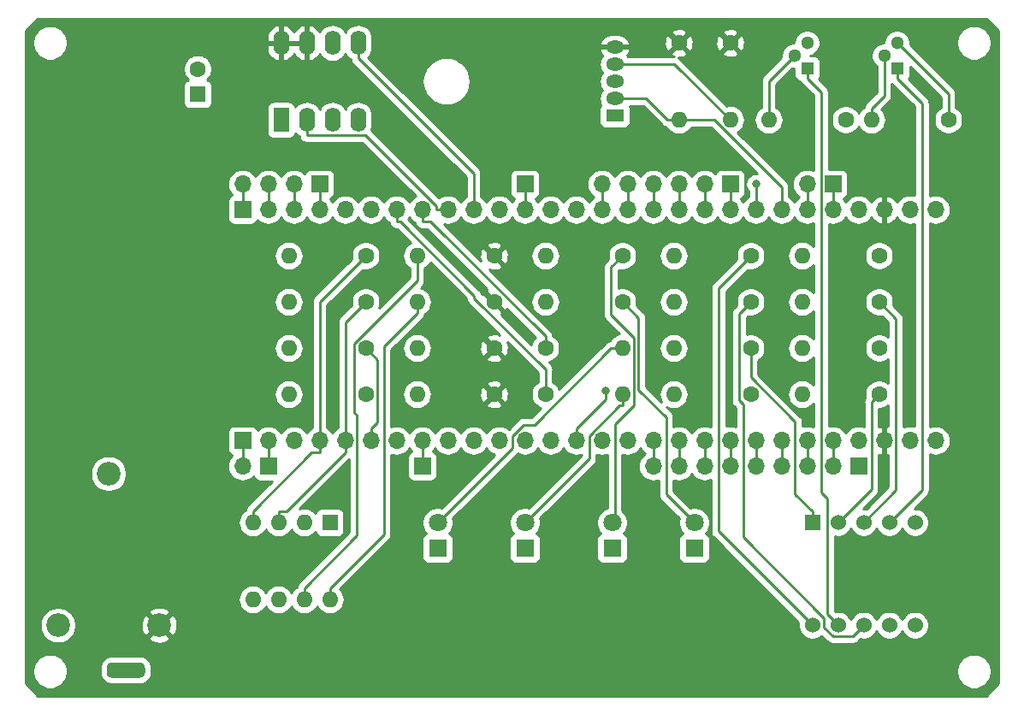
<source format=gbr>
G04 #@! TF.GenerationSoftware,KiCad,Pcbnew,(5.1.0-0)*
G04 #@! TF.CreationDate,2019-05-29T17:20:06+02:00*
G04 #@! TF.ProjectId,ac2-detpic-shield,6163322d-6465-4747-9069-632d73686965,rev?*
G04 #@! TF.SameCoordinates,Original*
G04 #@! TF.FileFunction,Copper,L2,Bot*
G04 #@! TF.FilePolarity,Positive*
%FSLAX46Y46*%
G04 Gerber Fmt 4.6, Leading zero omitted, Abs format (unit mm)*
G04 Created by KiCad (PCBNEW (5.1.0-0)) date 2019-05-29 17:20:06*
%MOMM*%
%LPD*%
G04 APERTURE LIST*
%ADD10C,0.100000*%
%ADD11C,1.524000*%
%ADD12O,1.600000X1.600000*%
%ADD13C,1.600000*%
%ADD14R,1.600000X1.600000*%
%ADD15C,1.800000*%
%ADD16R,1.800000X1.800000*%
%ADD17C,1.300000*%
%ADD18R,1.300000X1.300000*%
%ADD19C,2.340000*%
%ADD20R,1.600000X2.400000*%
%ADD21O,1.600000X2.400000*%
%ADD22R,1.524000X1.524000*%
%ADD23R,1.800000X1.275000*%
%ADD24O,1.800000X1.275000*%
%ADD25R,1.700000X1.700000*%
%ADD26O,1.700000X1.700000*%
%ADD27C,0.800000*%
%ADD28C,0.250000*%
%ADD29C,0.254000*%
G04 APERTURE END LIST*
D10*
G36*
X139726882Y-90553568D02*
G01*
X139778661Y-90561249D01*
X139829438Y-90573968D01*
X139878723Y-90591603D01*
X139926043Y-90613983D01*
X139970941Y-90640894D01*
X140012985Y-90672076D01*
X140051771Y-90707229D01*
X140086924Y-90746015D01*
X140118106Y-90788059D01*
X140145017Y-90832957D01*
X140167397Y-90880277D01*
X140185032Y-90929562D01*
X140197751Y-90980339D01*
X140205432Y-91032118D01*
X140208000Y-91084400D01*
X140208000Y-91541600D01*
X140205432Y-91593882D01*
X140197751Y-91645661D01*
X140185032Y-91696438D01*
X140167397Y-91745723D01*
X140145017Y-91793043D01*
X140118106Y-91837941D01*
X140086924Y-91879985D01*
X140051771Y-91918771D01*
X140012985Y-91953924D01*
X139970941Y-91985106D01*
X139926043Y-92012017D01*
X139878723Y-92034397D01*
X139829438Y-92052032D01*
X139778661Y-92064751D01*
X139726882Y-92072432D01*
X139674600Y-92075000D01*
X136931400Y-92075000D01*
X136879118Y-92072432D01*
X136827339Y-92064751D01*
X136776562Y-92052032D01*
X136727277Y-92034397D01*
X136679957Y-92012017D01*
X136635059Y-91985106D01*
X136593015Y-91953924D01*
X136554229Y-91918771D01*
X136519076Y-91879985D01*
X136487894Y-91837941D01*
X136460983Y-91793043D01*
X136438603Y-91745723D01*
X136420968Y-91696438D01*
X136408249Y-91645661D01*
X136400568Y-91593882D01*
X136398000Y-91541600D01*
X136398000Y-91084400D01*
X136400568Y-91032118D01*
X136408249Y-90980339D01*
X136420968Y-90929562D01*
X136438603Y-90880277D01*
X136460983Y-90832957D01*
X136487894Y-90788059D01*
X136519076Y-90746015D01*
X136554229Y-90707229D01*
X136593015Y-90672076D01*
X136635059Y-90640894D01*
X136679957Y-90613983D01*
X136727277Y-90591603D01*
X136776562Y-90573968D01*
X136827339Y-90561249D01*
X136879118Y-90553568D01*
X136931400Y-90551000D01*
X139674600Y-90551000D01*
X139726882Y-90553568D01*
X139726882Y-90553568D01*
G37*
D11*
X138303000Y-91313000D03*
D12*
X154432000Y-50292000D03*
D13*
X162052000Y-50292000D03*
D12*
X154432000Y-54864000D03*
D13*
X162052000Y-54864000D03*
D12*
X154432000Y-59436000D03*
D13*
X162052000Y-59436000D03*
D12*
X154432000Y-64008000D03*
D13*
X162052000Y-64008000D03*
D14*
X145415000Y-34290000D03*
D13*
X145415000Y-31790000D03*
D15*
X194564000Y-76708000D03*
D16*
X194564000Y-79248000D03*
X186436000Y-79248000D03*
D15*
X186436000Y-76708000D03*
D16*
X177800000Y-79248000D03*
D15*
X177800000Y-76708000D03*
X169164000Y-76708000D03*
D16*
X169164000Y-79248000D03*
D17*
X204470000Y-30480000D03*
X205740000Y-29210000D03*
D18*
X205740000Y-31750000D03*
X214630000Y-31750000D03*
D17*
X214630000Y-29210000D03*
X213360000Y-30480000D03*
D13*
X187452000Y-50292000D03*
D12*
X179832000Y-50292000D03*
D13*
X187452000Y-54864000D03*
D12*
X179832000Y-54864000D03*
X187452000Y-64008000D03*
D13*
X179832000Y-64008000D03*
X179832000Y-59436000D03*
D12*
X187452000Y-59436000D03*
D13*
X174752000Y-54864000D03*
D12*
X167132000Y-54864000D03*
X167132000Y-50292000D03*
D13*
X174752000Y-50292000D03*
X174752000Y-59436000D03*
D12*
X167132000Y-59436000D03*
X167132000Y-64008000D03*
D13*
X174752000Y-64008000D03*
D12*
X201930000Y-36830000D03*
D13*
X209550000Y-36830000D03*
D12*
X192532000Y-50292000D03*
D13*
X200152000Y-50292000D03*
X200152000Y-54864000D03*
D12*
X192532000Y-54864000D03*
X192532000Y-59436000D03*
D13*
X200152000Y-59436000D03*
X200152000Y-64008000D03*
D12*
X192532000Y-64008000D03*
X205232000Y-54864000D03*
D13*
X212852000Y-54864000D03*
X212852000Y-50292000D03*
D12*
X205232000Y-50292000D03*
D13*
X212852000Y-59436000D03*
D12*
X205232000Y-59436000D03*
X205232000Y-64008000D03*
D13*
X212852000Y-64008000D03*
D12*
X198120000Y-36830000D03*
D13*
X198120000Y-29210000D03*
D12*
X193040000Y-36830000D03*
D13*
X193040000Y-29210000D03*
X219710000Y-36830000D03*
D12*
X212090000Y-36830000D03*
D19*
X131605000Y-86868000D03*
X136605000Y-71868000D03*
X141605000Y-86868000D03*
D14*
X158496000Y-76708000D03*
D12*
X150876000Y-84328000D03*
X155956000Y-76708000D03*
X153416000Y-84328000D03*
X153416000Y-76708000D03*
X155956000Y-84328000D03*
X150876000Y-76708000D03*
X158496000Y-84328000D03*
D20*
X153670000Y-36830000D03*
D21*
X161290000Y-29210000D03*
X156210000Y-36830000D03*
X158750000Y-29210000D03*
X158750000Y-36830000D03*
X156210000Y-29210000D03*
X161290000Y-36830000D03*
X153670000Y-29210000D03*
D11*
X206248000Y-86868000D03*
X208788000Y-86868000D03*
X211328000Y-86868000D03*
X213868000Y-86868000D03*
X216408000Y-86868000D03*
X216408000Y-76708000D03*
X213868000Y-76708000D03*
X211328000Y-76708000D03*
X208788000Y-76708000D03*
D22*
X206248000Y-76708000D03*
D23*
X186690000Y-36420000D03*
D24*
X186690000Y-34720000D03*
X186690000Y-33020000D03*
X186690000Y-31320000D03*
X186690000Y-29620000D03*
D25*
X149860000Y-45720000D03*
D26*
X152400000Y-45720000D03*
X154940000Y-45720000D03*
X157480000Y-45720000D03*
X160020000Y-45720000D03*
X162560000Y-45720000D03*
X165100000Y-45720000D03*
X167640000Y-45720000D03*
X170180000Y-45720000D03*
X172720000Y-45720000D03*
X175260000Y-45720000D03*
X177800000Y-45720000D03*
X180340000Y-45720000D03*
X182880000Y-45720000D03*
X185420000Y-45720000D03*
X187960000Y-45720000D03*
X190500000Y-45720000D03*
X193040000Y-45720000D03*
X195580000Y-45720000D03*
X198120000Y-45720000D03*
X200660000Y-45720000D03*
X203200000Y-45720000D03*
X205740000Y-45720000D03*
X208280000Y-45720000D03*
X210820000Y-45720000D03*
X213360000Y-45720000D03*
X215900000Y-45720000D03*
X218440000Y-45720000D03*
X218440000Y-68580000D03*
X215900000Y-68580000D03*
X213360000Y-68580000D03*
X210820000Y-68580000D03*
X208280000Y-68580000D03*
X205740000Y-68580000D03*
X203200000Y-68580000D03*
X200660000Y-68580000D03*
X198120000Y-68580000D03*
X195580000Y-68580000D03*
X193040000Y-68580000D03*
X190500000Y-68580000D03*
X187960000Y-68580000D03*
X185420000Y-68580000D03*
X182880000Y-68580000D03*
X180340000Y-68580000D03*
X177800000Y-68580000D03*
X175260000Y-68580000D03*
X172720000Y-68580000D03*
X170180000Y-68580000D03*
X167640000Y-68580000D03*
X165100000Y-68580000D03*
X162560000Y-68580000D03*
X160020000Y-68580000D03*
X157480000Y-68580000D03*
X154940000Y-68580000D03*
X152400000Y-68580000D03*
D25*
X149860000Y-68580000D03*
X157480000Y-43180000D03*
D26*
X154940000Y-43180000D03*
X152400000Y-43180000D03*
X149860000Y-43180000D03*
D25*
X177800000Y-43180000D03*
X208280000Y-43180000D03*
D26*
X205740000Y-43180000D03*
X149860000Y-71120000D03*
D25*
X152400000Y-71120000D03*
X167640000Y-71120000D03*
X210820000Y-71120000D03*
D26*
X208280000Y-71120000D03*
X205740000Y-71120000D03*
X203200000Y-71120000D03*
X200660000Y-71120000D03*
X198120000Y-71120000D03*
X195580000Y-71120000D03*
X193040000Y-71120000D03*
X190500000Y-71120000D03*
D25*
X198120000Y-43180000D03*
D26*
X195580000Y-43180000D03*
X193040000Y-43180000D03*
X190500000Y-43180000D03*
X187960000Y-43180000D03*
X185420000Y-43180000D03*
D27*
X200660000Y-43180000D03*
X205740000Y-48260000D03*
X185771100Y-63674900D03*
D28*
X187452000Y-54864000D02*
X189037700Y-56449700D01*
X189037700Y-56449700D02*
X189037700Y-63555000D01*
X189037700Y-63555000D02*
X191770000Y-66287300D01*
X191770000Y-66287300D02*
X191770000Y-73914000D01*
X191770000Y-73914000D02*
X194564000Y-76708000D01*
X187452000Y-50292000D02*
X186325300Y-51418700D01*
X186325300Y-51418700D02*
X186325300Y-56127500D01*
X186325300Y-56127500D02*
X188587300Y-58389500D01*
X188587300Y-58389500D02*
X188587300Y-65096700D01*
X188587300Y-65096700D02*
X186690000Y-66994000D01*
X186690000Y-66994000D02*
X186690000Y-76454000D01*
X186690000Y-76454000D02*
X186436000Y-76708000D01*
X187452000Y-64008000D02*
X187452000Y-65133300D01*
X177800000Y-76708000D02*
X184150000Y-70358000D01*
X184150000Y-70358000D02*
X184150000Y-68154000D01*
X184150000Y-68154000D02*
X187170700Y-65133300D01*
X187170700Y-65133300D02*
X187452000Y-65133300D01*
X187452000Y-59436000D02*
X186326700Y-59436000D01*
X186326700Y-59436000D02*
X178758300Y-67004400D01*
X178758300Y-67004400D02*
X177710700Y-67004400D01*
X177710700Y-67004400D02*
X176530000Y-68185100D01*
X176530000Y-68185100D02*
X176530000Y-69342000D01*
X176530000Y-69342000D02*
X169164000Y-76708000D01*
X149860000Y-43180000D02*
X149860000Y-45720000D01*
X152400000Y-43180000D02*
X152400000Y-45720000D01*
X154940000Y-43180000D02*
X154940000Y-45720000D01*
X157480000Y-43180000D02*
X157480000Y-45720000D01*
X165100000Y-45720000D02*
X165100000Y-46895300D01*
X165100000Y-46895300D02*
X165448800Y-46895300D01*
X165448800Y-46895300D02*
X172780100Y-54226600D01*
X172780100Y-54226600D02*
X172780100Y-54502100D01*
X172780100Y-54502100D02*
X179832000Y-61554000D01*
X179832000Y-61554000D02*
X179832000Y-64008000D01*
X167640000Y-45720000D02*
X167640000Y-46895300D01*
X167640000Y-46895300D02*
X168448000Y-46895300D01*
X168448000Y-46895300D02*
X179832000Y-58279300D01*
X179832000Y-58279300D02*
X179832000Y-59436000D01*
X156210000Y-36830000D02*
X156210000Y-38355300D01*
X170180000Y-45720000D02*
X169004700Y-45720000D01*
X169004700Y-45720000D02*
X169004700Y-45352600D01*
X169004700Y-45352600D02*
X162007400Y-38355300D01*
X162007400Y-38355300D02*
X156210000Y-38355300D01*
X161290000Y-29210000D02*
X161290000Y-30735300D01*
X172720000Y-45720000D02*
X172720000Y-42165300D01*
X172720000Y-42165300D02*
X161290000Y-30735300D01*
X177800000Y-43180000D02*
X177800000Y-45720000D01*
X204470000Y-30480000D02*
X201930000Y-33020000D01*
X201930000Y-33020000D02*
X201930000Y-36830000D01*
X212090000Y-36830000D02*
X212090000Y-35704700D01*
X212090000Y-35704700D02*
X213360000Y-34434700D01*
X213360000Y-34434700D02*
X213360000Y-30480000D01*
X185420000Y-43180000D02*
X185420000Y-45720000D01*
X187960000Y-43180000D02*
X187960000Y-45720000D01*
X190500000Y-43180000D02*
X190500000Y-45720000D01*
X193040000Y-43180000D02*
X193040000Y-45720000D01*
X195580000Y-43180000D02*
X195580000Y-45720000D01*
X198120000Y-43180000D02*
X198120000Y-45720000D01*
X186690000Y-31320000D02*
X192610000Y-31320000D01*
X192610000Y-31320000D02*
X198120000Y-36830000D01*
X200660000Y-43180000D02*
X200660000Y-45720000D01*
X193040000Y-36830000D02*
X191914700Y-36830000D01*
X186690000Y-34720000D02*
X189804700Y-34720000D01*
X189804700Y-34720000D02*
X191914700Y-36830000D01*
X203200000Y-45720000D02*
X203200000Y-43501600D01*
X203200000Y-43501600D02*
X196528400Y-36830000D01*
X196528400Y-36830000D02*
X193040000Y-36830000D01*
X205740000Y-43180000D02*
X205740000Y-45720000D01*
X208280000Y-43180000D02*
X208280000Y-45720000D01*
X174752000Y-50292000D02*
X176784000Y-48260000D01*
X176784000Y-48260000D02*
X205740000Y-48260000D01*
X208280000Y-71120000D02*
X208280000Y-68580000D01*
X205740000Y-71120000D02*
X205740000Y-68580000D01*
X203200000Y-71120000D02*
X203200000Y-68580000D01*
X200660000Y-71120000D02*
X200660000Y-68580000D01*
X198120000Y-71120000D02*
X198120000Y-68580000D01*
X195580000Y-71120000D02*
X195580000Y-68580000D01*
X193040000Y-71120000D02*
X193040000Y-68580000D01*
X190500000Y-71120000D02*
X190500000Y-68580000D01*
X182880000Y-68580000D02*
X182880000Y-67404700D01*
X182880000Y-67404700D02*
X185771100Y-64513600D01*
X185771100Y-64513600D02*
X185771100Y-63674900D01*
X167640000Y-71120000D02*
X167640000Y-68580000D01*
X162560000Y-68580000D02*
X162560000Y-67404700D01*
X162560000Y-67404700D02*
X163195000Y-66769700D01*
X163195000Y-66769700D02*
X163195000Y-60579000D01*
X163195000Y-60579000D02*
X162052000Y-59436000D01*
X153416000Y-76708000D02*
X153416000Y-75582700D01*
X160020000Y-68580000D02*
X160020000Y-69755300D01*
X160020000Y-69755300D02*
X154192600Y-75582700D01*
X154192600Y-75582700D02*
X153416000Y-75582700D01*
X160020000Y-68580000D02*
X160020000Y-56896000D01*
X160020000Y-56896000D02*
X162052000Y-54864000D01*
X157480000Y-68580000D02*
X157480000Y-69755300D01*
X150876000Y-76708000D02*
X150876000Y-75582700D01*
X157480000Y-69755300D02*
X156703400Y-69755300D01*
X156703400Y-69755300D02*
X150876000Y-75582700D01*
X162052000Y-50292000D02*
X157480000Y-54864000D01*
X157480000Y-54864000D02*
X157480000Y-68580000D01*
X152400000Y-71120000D02*
X152400000Y-68580000D01*
X149860000Y-71120000D02*
X149860000Y-68580000D01*
X219710000Y-36830000D02*
X219710000Y-34290000D01*
X219710000Y-34290000D02*
X214630000Y-29210000D01*
X205740000Y-31750000D02*
X205740000Y-32725300D01*
X208788000Y-86868000D02*
X207700600Y-85780600D01*
X207700600Y-85780600D02*
X207700600Y-74303300D01*
X207700600Y-74303300D02*
X207104600Y-73707300D01*
X207104600Y-73707300D02*
X207104600Y-34089900D01*
X207104600Y-34089900D02*
X205740000Y-32725300D01*
X214630000Y-31750000D02*
X214630000Y-32725300D01*
X213868000Y-76708000D02*
X217092900Y-73483100D01*
X217092900Y-73483100D02*
X217092900Y-35188200D01*
X217092900Y-35188200D02*
X214630000Y-32725300D01*
X167132000Y-54864000D02*
X167132000Y-55989300D01*
X158496000Y-84328000D02*
X158496000Y-83202700D01*
X158496000Y-83202700D02*
X163830000Y-77868700D01*
X163830000Y-77868700D02*
X163830000Y-59291300D01*
X163830000Y-59291300D02*
X167132000Y-55989300D01*
X155956000Y-84328000D02*
X155956000Y-83202700D01*
X155956000Y-83202700D02*
X161199100Y-77959600D01*
X161199100Y-77959600D02*
X161199100Y-66086400D01*
X161199100Y-66086400D02*
X160871400Y-65758700D01*
X160871400Y-65758700D02*
X160871400Y-59006600D01*
X160871400Y-59006600D02*
X167132000Y-52746000D01*
X167132000Y-52746000D02*
X167132000Y-50292000D01*
X206248000Y-86868000D02*
X196938300Y-77558300D01*
X196938300Y-77558300D02*
X196938300Y-53505700D01*
X196938300Y-53505700D02*
X200152000Y-50292000D01*
X211328000Y-86868000D02*
X210230800Y-87965200D01*
X210230800Y-87965200D02*
X208289900Y-87965200D01*
X208289900Y-87965200D02*
X207428800Y-87104100D01*
X207428800Y-87104100D02*
X207428800Y-86152400D01*
X207428800Y-86152400D02*
X199390000Y-78113600D01*
X199390000Y-78113600D02*
X199390000Y-65015900D01*
X199390000Y-65015900D02*
X198988100Y-64614000D01*
X198988100Y-64614000D02*
X198988100Y-56027900D01*
X198988100Y-56027900D02*
X200152000Y-54864000D01*
X200152000Y-59436000D02*
X200152000Y-62325800D01*
X200152000Y-62325800D02*
X204549300Y-66723100D01*
X204549300Y-66723100D02*
X204549300Y-73922000D01*
X204549300Y-73922000D02*
X206248000Y-75620700D01*
X206248000Y-76708000D02*
X206248000Y-75620700D01*
X211328000Y-76708000D02*
X214539800Y-73496200D01*
X214539800Y-73496200D02*
X214539800Y-56551800D01*
X214539800Y-56551800D02*
X212852000Y-54864000D01*
X208788000Y-76708000D02*
X212090000Y-73406000D01*
X212090000Y-73406000D02*
X212090000Y-64770000D01*
X212090000Y-64770000D02*
X212852000Y-64008000D01*
D29*
G36*
X224663000Y-27992606D02*
G01*
X224663000Y-92657394D01*
X223467394Y-93853000D01*
X129592606Y-93853000D01*
X128397000Y-92657394D01*
X128397000Y-91269117D01*
X129075000Y-91269117D01*
X129075000Y-91610883D01*
X129141675Y-91946081D01*
X129272463Y-92261831D01*
X129462337Y-92545998D01*
X129704002Y-92787663D01*
X129988169Y-92977537D01*
X130303919Y-93108325D01*
X130639117Y-93175000D01*
X130980883Y-93175000D01*
X131316081Y-93108325D01*
X131631831Y-92977537D01*
X131915998Y-92787663D01*
X132157663Y-92545998D01*
X132347537Y-92261831D01*
X132478325Y-91946081D01*
X132545000Y-91610883D01*
X132545000Y-91269117D01*
X132508258Y-91084400D01*
X135759928Y-91084400D01*
X135759928Y-91541600D01*
X135782438Y-91770143D01*
X135849101Y-91989903D01*
X135957357Y-92192435D01*
X136103044Y-92369956D01*
X136280565Y-92515643D01*
X136483097Y-92623899D01*
X136702857Y-92690562D01*
X136931400Y-92713072D01*
X139674600Y-92713072D01*
X139903143Y-92690562D01*
X140122903Y-92623899D01*
X140325435Y-92515643D01*
X140502956Y-92369956D01*
X140648643Y-92192435D01*
X140756899Y-91989903D01*
X140823562Y-91770143D01*
X140846072Y-91541600D01*
X140846072Y-91269117D01*
X220515000Y-91269117D01*
X220515000Y-91610883D01*
X220581675Y-91946081D01*
X220712463Y-92261831D01*
X220902337Y-92545998D01*
X221144002Y-92787663D01*
X221428169Y-92977537D01*
X221743919Y-93108325D01*
X222079117Y-93175000D01*
X222420883Y-93175000D01*
X222756081Y-93108325D01*
X223071831Y-92977537D01*
X223355998Y-92787663D01*
X223597663Y-92545998D01*
X223787537Y-92261831D01*
X223918325Y-91946081D01*
X223985000Y-91610883D01*
X223985000Y-91269117D01*
X223918325Y-90933919D01*
X223787537Y-90618169D01*
X223597663Y-90334002D01*
X223355998Y-90092337D01*
X223071831Y-89902463D01*
X222756081Y-89771675D01*
X222420883Y-89705000D01*
X222079117Y-89705000D01*
X221743919Y-89771675D01*
X221428169Y-89902463D01*
X221144002Y-90092337D01*
X220902337Y-90334002D01*
X220712463Y-90618169D01*
X220581675Y-90933919D01*
X220515000Y-91269117D01*
X140846072Y-91269117D01*
X140846072Y-91084400D01*
X140823562Y-90855857D01*
X140756899Y-90636097D01*
X140648643Y-90433565D01*
X140502956Y-90256044D01*
X140325435Y-90110357D01*
X140122903Y-90002101D01*
X139903143Y-89935438D01*
X139674600Y-89912928D01*
X136931400Y-89912928D01*
X136702857Y-89935438D01*
X136483097Y-90002101D01*
X136280565Y-90110357D01*
X136103044Y-90256044D01*
X135957357Y-90433565D01*
X135849101Y-90636097D01*
X135782438Y-90855857D01*
X135759928Y-91084400D01*
X132508258Y-91084400D01*
X132478325Y-90933919D01*
X132347537Y-90618169D01*
X132157663Y-90334002D01*
X131915998Y-90092337D01*
X131631831Y-89902463D01*
X131316081Y-89771675D01*
X130980883Y-89705000D01*
X130639117Y-89705000D01*
X130303919Y-89771675D01*
X129988169Y-89902463D01*
X129704002Y-90092337D01*
X129462337Y-90334002D01*
X129272463Y-90618169D01*
X129141675Y-90933919D01*
X129075000Y-91269117D01*
X128397000Y-91269117D01*
X128397000Y-86690223D01*
X129800000Y-86690223D01*
X129800000Y-87045777D01*
X129869365Y-87394499D01*
X130005429Y-87722988D01*
X130202965Y-88018621D01*
X130454379Y-88270035D01*
X130750012Y-88467571D01*
X131078501Y-88603635D01*
X131427223Y-88673000D01*
X131782777Y-88673000D01*
X132131499Y-88603635D01*
X132459988Y-88467571D01*
X132755621Y-88270035D01*
X132901054Y-88124602D01*
X140528003Y-88124602D01*
X140644275Y-88406389D01*
X140962860Y-88564257D01*
X141306122Y-88656938D01*
X141660869Y-88680873D01*
X142013470Y-88635139D01*
X142350373Y-88521495D01*
X142565725Y-88406389D01*
X142681997Y-88124602D01*
X141605000Y-87047605D01*
X140528003Y-88124602D01*
X132901054Y-88124602D01*
X133007035Y-88018621D01*
X133204571Y-87722988D01*
X133340635Y-87394499D01*
X133410000Y-87045777D01*
X133410000Y-86923869D01*
X139792127Y-86923869D01*
X139837861Y-87276470D01*
X139951505Y-87613373D01*
X140066611Y-87828725D01*
X140348398Y-87944997D01*
X141425395Y-86868000D01*
X141784605Y-86868000D01*
X142861602Y-87944997D01*
X143143389Y-87828725D01*
X143301257Y-87510140D01*
X143393938Y-87166878D01*
X143417873Y-86812131D01*
X143372139Y-86459530D01*
X143258495Y-86122627D01*
X143143389Y-85907275D01*
X142861602Y-85791003D01*
X141784605Y-86868000D01*
X141425395Y-86868000D01*
X140348398Y-85791003D01*
X140066611Y-85907275D01*
X139908743Y-86225860D01*
X139816062Y-86569122D01*
X139792127Y-86923869D01*
X133410000Y-86923869D01*
X133410000Y-86690223D01*
X133340635Y-86341501D01*
X133204571Y-86013012D01*
X133007035Y-85717379D01*
X132901054Y-85611398D01*
X140528003Y-85611398D01*
X141605000Y-86688395D01*
X142681997Y-85611398D01*
X142565725Y-85329611D01*
X142247140Y-85171743D01*
X141903878Y-85079062D01*
X141549131Y-85055127D01*
X141196530Y-85100861D01*
X140859627Y-85214505D01*
X140644275Y-85329611D01*
X140528003Y-85611398D01*
X132901054Y-85611398D01*
X132755621Y-85465965D01*
X132459988Y-85268429D01*
X132131499Y-85132365D01*
X131782777Y-85063000D01*
X131427223Y-85063000D01*
X131078501Y-85132365D01*
X130750012Y-85268429D01*
X130454379Y-85465965D01*
X130202965Y-85717379D01*
X130005429Y-86013012D01*
X129869365Y-86341501D01*
X129800000Y-86690223D01*
X128397000Y-86690223D01*
X128397000Y-71690223D01*
X134800000Y-71690223D01*
X134800000Y-72045777D01*
X134869365Y-72394499D01*
X135005429Y-72722988D01*
X135202965Y-73018621D01*
X135454379Y-73270035D01*
X135750012Y-73467571D01*
X136078501Y-73603635D01*
X136427223Y-73673000D01*
X136782777Y-73673000D01*
X137131499Y-73603635D01*
X137459988Y-73467571D01*
X137755621Y-73270035D01*
X138007035Y-73018621D01*
X138204571Y-72722988D01*
X138340635Y-72394499D01*
X138410000Y-72045777D01*
X138410000Y-71690223D01*
X138340635Y-71341501D01*
X138204571Y-71013012D01*
X138007035Y-70717379D01*
X137755621Y-70465965D01*
X137459988Y-70268429D01*
X137131499Y-70132365D01*
X136782777Y-70063000D01*
X136427223Y-70063000D01*
X136078501Y-70132365D01*
X135750012Y-70268429D01*
X135454379Y-70465965D01*
X135202965Y-70717379D01*
X135005429Y-71013012D01*
X134869365Y-71341501D01*
X134800000Y-71690223D01*
X128397000Y-71690223D01*
X128397000Y-64008000D01*
X152990057Y-64008000D01*
X153017764Y-64289309D01*
X153099818Y-64559808D01*
X153233068Y-64809101D01*
X153412392Y-65027608D01*
X153630899Y-65206932D01*
X153880192Y-65340182D01*
X154150691Y-65422236D01*
X154361508Y-65443000D01*
X154502492Y-65443000D01*
X154713309Y-65422236D01*
X154983808Y-65340182D01*
X155233101Y-65206932D01*
X155451608Y-65027608D01*
X155630932Y-64809101D01*
X155764182Y-64559808D01*
X155846236Y-64289309D01*
X155873943Y-64008000D01*
X155846236Y-63726691D01*
X155764182Y-63456192D01*
X155630932Y-63206899D01*
X155451608Y-62988392D01*
X155233101Y-62809068D01*
X154983808Y-62675818D01*
X154713309Y-62593764D01*
X154502492Y-62573000D01*
X154361508Y-62573000D01*
X154150691Y-62593764D01*
X153880192Y-62675818D01*
X153630899Y-62809068D01*
X153412392Y-62988392D01*
X153233068Y-63206899D01*
X153099818Y-63456192D01*
X153017764Y-63726691D01*
X152990057Y-64008000D01*
X128397000Y-64008000D01*
X128397000Y-59436000D01*
X152990057Y-59436000D01*
X153017764Y-59717309D01*
X153099818Y-59987808D01*
X153233068Y-60237101D01*
X153412392Y-60455608D01*
X153630899Y-60634932D01*
X153880192Y-60768182D01*
X154150691Y-60850236D01*
X154361508Y-60871000D01*
X154502492Y-60871000D01*
X154713309Y-60850236D01*
X154983808Y-60768182D01*
X155233101Y-60634932D01*
X155451608Y-60455608D01*
X155630932Y-60237101D01*
X155764182Y-59987808D01*
X155846236Y-59717309D01*
X155873943Y-59436000D01*
X155846236Y-59154691D01*
X155764182Y-58884192D01*
X155630932Y-58634899D01*
X155451608Y-58416392D01*
X155233101Y-58237068D01*
X154983808Y-58103818D01*
X154713309Y-58021764D01*
X154502492Y-58001000D01*
X154361508Y-58001000D01*
X154150691Y-58021764D01*
X153880192Y-58103818D01*
X153630899Y-58237068D01*
X153412392Y-58416392D01*
X153233068Y-58634899D01*
X153099818Y-58884192D01*
X153017764Y-59154691D01*
X152990057Y-59436000D01*
X128397000Y-59436000D01*
X128397000Y-54864000D01*
X152990057Y-54864000D01*
X153017764Y-55145309D01*
X153099818Y-55415808D01*
X153233068Y-55665101D01*
X153412392Y-55883608D01*
X153630899Y-56062932D01*
X153880192Y-56196182D01*
X154150691Y-56278236D01*
X154361508Y-56299000D01*
X154502492Y-56299000D01*
X154713309Y-56278236D01*
X154983808Y-56196182D01*
X155233101Y-56062932D01*
X155451608Y-55883608D01*
X155630932Y-55665101D01*
X155764182Y-55415808D01*
X155846236Y-55145309D01*
X155873943Y-54864000D01*
X155846236Y-54582691D01*
X155764182Y-54312192D01*
X155630932Y-54062899D01*
X155451608Y-53844392D01*
X155233101Y-53665068D01*
X154983808Y-53531818D01*
X154713309Y-53449764D01*
X154502492Y-53429000D01*
X154361508Y-53429000D01*
X154150691Y-53449764D01*
X153880192Y-53531818D01*
X153630899Y-53665068D01*
X153412392Y-53844392D01*
X153233068Y-54062899D01*
X153099818Y-54312192D01*
X153017764Y-54582691D01*
X152990057Y-54864000D01*
X128397000Y-54864000D01*
X128397000Y-50292000D01*
X152990057Y-50292000D01*
X153017764Y-50573309D01*
X153099818Y-50843808D01*
X153233068Y-51093101D01*
X153412392Y-51311608D01*
X153630899Y-51490932D01*
X153880192Y-51624182D01*
X154150691Y-51706236D01*
X154361508Y-51727000D01*
X154502492Y-51727000D01*
X154713309Y-51706236D01*
X154983808Y-51624182D01*
X155233101Y-51490932D01*
X155451608Y-51311608D01*
X155630932Y-51093101D01*
X155764182Y-50843808D01*
X155846236Y-50573309D01*
X155873943Y-50292000D01*
X155846236Y-50010691D01*
X155764182Y-49740192D01*
X155630932Y-49490899D01*
X155451608Y-49272392D01*
X155233101Y-49093068D01*
X154983808Y-48959818D01*
X154713309Y-48877764D01*
X154502492Y-48857000D01*
X154361508Y-48857000D01*
X154150691Y-48877764D01*
X153880192Y-48959818D01*
X153630899Y-49093068D01*
X153412392Y-49272392D01*
X153233068Y-49490899D01*
X153099818Y-49740192D01*
X153017764Y-50010691D01*
X152990057Y-50292000D01*
X128397000Y-50292000D01*
X128397000Y-43180000D01*
X148367815Y-43180000D01*
X148396487Y-43471111D01*
X148481401Y-43751034D01*
X148619294Y-44009014D01*
X148804866Y-44235134D01*
X148834687Y-44259607D01*
X148765820Y-44280498D01*
X148655506Y-44339463D01*
X148558815Y-44418815D01*
X148479463Y-44515506D01*
X148420498Y-44625820D01*
X148384188Y-44745518D01*
X148371928Y-44870000D01*
X148371928Y-46570000D01*
X148384188Y-46694482D01*
X148420498Y-46814180D01*
X148479463Y-46924494D01*
X148558815Y-47021185D01*
X148655506Y-47100537D01*
X148765820Y-47159502D01*
X148885518Y-47195812D01*
X149010000Y-47208072D01*
X150710000Y-47208072D01*
X150834482Y-47195812D01*
X150954180Y-47159502D01*
X151064494Y-47100537D01*
X151161185Y-47021185D01*
X151240537Y-46924494D01*
X151299502Y-46814180D01*
X151320393Y-46745313D01*
X151344866Y-46775134D01*
X151570986Y-46960706D01*
X151828966Y-47098599D01*
X152108889Y-47183513D01*
X152327050Y-47205000D01*
X152472950Y-47205000D01*
X152691111Y-47183513D01*
X152971034Y-47098599D01*
X153229014Y-46960706D01*
X153455134Y-46775134D01*
X153640706Y-46549014D01*
X153670000Y-46494209D01*
X153699294Y-46549014D01*
X153884866Y-46775134D01*
X154110986Y-46960706D01*
X154368966Y-47098599D01*
X154648889Y-47183513D01*
X154867050Y-47205000D01*
X155012950Y-47205000D01*
X155231111Y-47183513D01*
X155511034Y-47098599D01*
X155769014Y-46960706D01*
X155995134Y-46775134D01*
X156180706Y-46549014D01*
X156210000Y-46494209D01*
X156239294Y-46549014D01*
X156424866Y-46775134D01*
X156650986Y-46960706D01*
X156908966Y-47098599D01*
X157188889Y-47183513D01*
X157407050Y-47205000D01*
X157552950Y-47205000D01*
X157771111Y-47183513D01*
X158051034Y-47098599D01*
X158309014Y-46960706D01*
X158535134Y-46775134D01*
X158720706Y-46549014D01*
X158750000Y-46494209D01*
X158779294Y-46549014D01*
X158964866Y-46775134D01*
X159190986Y-46960706D01*
X159448966Y-47098599D01*
X159728889Y-47183513D01*
X159947050Y-47205000D01*
X160092950Y-47205000D01*
X160311111Y-47183513D01*
X160591034Y-47098599D01*
X160849014Y-46960706D01*
X161075134Y-46775134D01*
X161260706Y-46549014D01*
X161290000Y-46494209D01*
X161319294Y-46549014D01*
X161504866Y-46775134D01*
X161730986Y-46960706D01*
X161988966Y-47098599D01*
X162268889Y-47183513D01*
X162487050Y-47205000D01*
X162632950Y-47205000D01*
X162851111Y-47183513D01*
X163131034Y-47098599D01*
X163389014Y-46960706D01*
X163615134Y-46775134D01*
X163800706Y-46549014D01*
X163830000Y-46494209D01*
X163859294Y-46549014D01*
X164044866Y-46775134D01*
X164270986Y-46960706D01*
X164346754Y-47001205D01*
X164350997Y-47044286D01*
X164394454Y-47187547D01*
X164465026Y-47319576D01*
X164559999Y-47435301D01*
X164675724Y-47530274D01*
X164807753Y-47600846D01*
X164951014Y-47644303D01*
X165062667Y-47655300D01*
X165100000Y-47658977D01*
X165134298Y-47655599D01*
X166487866Y-49009167D01*
X166330899Y-49093068D01*
X166112392Y-49272392D01*
X165933068Y-49490899D01*
X165799818Y-49740192D01*
X165717764Y-50010691D01*
X165690057Y-50292000D01*
X165717764Y-50573309D01*
X165799818Y-50843808D01*
X165933068Y-51093101D01*
X166112392Y-51311608D01*
X166330899Y-51490932D01*
X166372001Y-51512901D01*
X166372000Y-52431197D01*
X163369083Y-55434116D01*
X163431853Y-55282574D01*
X163487000Y-55005335D01*
X163487000Y-54722665D01*
X163431853Y-54445426D01*
X163323680Y-54184273D01*
X163166637Y-53949241D01*
X162966759Y-53749363D01*
X162731727Y-53592320D01*
X162470574Y-53484147D01*
X162193335Y-53429000D01*
X161910665Y-53429000D01*
X161633426Y-53484147D01*
X161372273Y-53592320D01*
X161137241Y-53749363D01*
X160937363Y-53949241D01*
X160780320Y-54184273D01*
X160672147Y-54445426D01*
X160617000Y-54722665D01*
X160617000Y-55005335D01*
X160653312Y-55187886D01*
X159508998Y-56332201D01*
X159480000Y-56355999D01*
X159456202Y-56384997D01*
X159456201Y-56384998D01*
X159385026Y-56471724D01*
X159314454Y-56603754D01*
X159286823Y-56694846D01*
X159270998Y-56747014D01*
X159261441Y-56844046D01*
X159256324Y-56896000D01*
X159260001Y-56933332D01*
X159260000Y-67302405D01*
X159190986Y-67339294D01*
X158964866Y-67524866D01*
X158779294Y-67750986D01*
X158750000Y-67805791D01*
X158720706Y-67750986D01*
X158535134Y-67524866D01*
X158309014Y-67339294D01*
X158240000Y-67302405D01*
X158240000Y-55178801D01*
X161728115Y-51690688D01*
X161910665Y-51727000D01*
X162193335Y-51727000D01*
X162470574Y-51671853D01*
X162731727Y-51563680D01*
X162966759Y-51406637D01*
X163166637Y-51206759D01*
X163323680Y-50971727D01*
X163431853Y-50710574D01*
X163487000Y-50433335D01*
X163487000Y-50150665D01*
X163431853Y-49873426D01*
X163323680Y-49612273D01*
X163166637Y-49377241D01*
X162966759Y-49177363D01*
X162731727Y-49020320D01*
X162470574Y-48912147D01*
X162193335Y-48857000D01*
X161910665Y-48857000D01*
X161633426Y-48912147D01*
X161372273Y-49020320D01*
X161137241Y-49177363D01*
X160937363Y-49377241D01*
X160780320Y-49612273D01*
X160672147Y-49873426D01*
X160617000Y-50150665D01*
X160617000Y-50433335D01*
X160653312Y-50615885D01*
X156969003Y-54300196D01*
X156939999Y-54323999D01*
X156897663Y-54375586D01*
X156845026Y-54439724D01*
X156811685Y-54502100D01*
X156774454Y-54571754D01*
X156730997Y-54715015D01*
X156720000Y-54826668D01*
X156720000Y-54826678D01*
X156716324Y-54864000D01*
X156720000Y-54901322D01*
X156720001Y-67302405D01*
X156650986Y-67339294D01*
X156424866Y-67524866D01*
X156239294Y-67750986D01*
X156210000Y-67805791D01*
X156180706Y-67750986D01*
X155995134Y-67524866D01*
X155769014Y-67339294D01*
X155511034Y-67201401D01*
X155231111Y-67116487D01*
X155012950Y-67095000D01*
X154867050Y-67095000D01*
X154648889Y-67116487D01*
X154368966Y-67201401D01*
X154110986Y-67339294D01*
X153884866Y-67524866D01*
X153699294Y-67750986D01*
X153670000Y-67805791D01*
X153640706Y-67750986D01*
X153455134Y-67524866D01*
X153229014Y-67339294D01*
X152971034Y-67201401D01*
X152691111Y-67116487D01*
X152472950Y-67095000D01*
X152327050Y-67095000D01*
X152108889Y-67116487D01*
X151828966Y-67201401D01*
X151570986Y-67339294D01*
X151344866Y-67524866D01*
X151320393Y-67554687D01*
X151299502Y-67485820D01*
X151240537Y-67375506D01*
X151161185Y-67278815D01*
X151064494Y-67199463D01*
X150954180Y-67140498D01*
X150834482Y-67104188D01*
X150710000Y-67091928D01*
X149010000Y-67091928D01*
X148885518Y-67104188D01*
X148765820Y-67140498D01*
X148655506Y-67199463D01*
X148558815Y-67278815D01*
X148479463Y-67375506D01*
X148420498Y-67485820D01*
X148384188Y-67605518D01*
X148371928Y-67730000D01*
X148371928Y-69430000D01*
X148384188Y-69554482D01*
X148420498Y-69674180D01*
X148479463Y-69784494D01*
X148558815Y-69881185D01*
X148655506Y-69960537D01*
X148765820Y-70019502D01*
X148834687Y-70040393D01*
X148804866Y-70064866D01*
X148619294Y-70290986D01*
X148481401Y-70548966D01*
X148396487Y-70828889D01*
X148367815Y-71120000D01*
X148396487Y-71411111D01*
X148481401Y-71691034D01*
X148619294Y-71949014D01*
X148804866Y-72175134D01*
X149030986Y-72360706D01*
X149288966Y-72498599D01*
X149568889Y-72583513D01*
X149787050Y-72605000D01*
X149932950Y-72605000D01*
X150151111Y-72583513D01*
X150431034Y-72498599D01*
X150689014Y-72360706D01*
X150915134Y-72175134D01*
X150939607Y-72145313D01*
X150960498Y-72214180D01*
X151019463Y-72324494D01*
X151098815Y-72421185D01*
X151195506Y-72500537D01*
X151305820Y-72559502D01*
X151425518Y-72595812D01*
X151550000Y-72608072D01*
X152775827Y-72608072D01*
X150364998Y-75018901D01*
X150336000Y-75042699D01*
X150312202Y-75071697D01*
X150312201Y-75071698D01*
X150241026Y-75158424D01*
X150170454Y-75290454D01*
X150126998Y-75433715D01*
X150122059Y-75483860D01*
X150074899Y-75509068D01*
X149856392Y-75688392D01*
X149677068Y-75906899D01*
X149543818Y-76156192D01*
X149461764Y-76426691D01*
X149434057Y-76708000D01*
X149461764Y-76989309D01*
X149543818Y-77259808D01*
X149677068Y-77509101D01*
X149856392Y-77727608D01*
X150074899Y-77906932D01*
X150324192Y-78040182D01*
X150594691Y-78122236D01*
X150805508Y-78143000D01*
X150946492Y-78143000D01*
X151157309Y-78122236D01*
X151427808Y-78040182D01*
X151677101Y-77906932D01*
X151895608Y-77727608D01*
X152074932Y-77509101D01*
X152146000Y-77376142D01*
X152217068Y-77509101D01*
X152396392Y-77727608D01*
X152614899Y-77906932D01*
X152864192Y-78040182D01*
X153134691Y-78122236D01*
X153345508Y-78143000D01*
X153486492Y-78143000D01*
X153697309Y-78122236D01*
X153967808Y-78040182D01*
X154217101Y-77906932D01*
X154435608Y-77727608D01*
X154614932Y-77509101D01*
X154686000Y-77376142D01*
X154757068Y-77509101D01*
X154936392Y-77727608D01*
X155154899Y-77906932D01*
X155404192Y-78040182D01*
X155674691Y-78122236D01*
X155885508Y-78143000D01*
X156026492Y-78143000D01*
X156237309Y-78122236D01*
X156507808Y-78040182D01*
X156757101Y-77906932D01*
X156975608Y-77727608D01*
X157068419Y-77614518D01*
X157070188Y-77632482D01*
X157106498Y-77752180D01*
X157165463Y-77862494D01*
X157244815Y-77959185D01*
X157341506Y-78038537D01*
X157451820Y-78097502D01*
X157571518Y-78133812D01*
X157696000Y-78146072D01*
X159296000Y-78146072D01*
X159420482Y-78133812D01*
X159540180Y-78097502D01*
X159650494Y-78038537D01*
X159747185Y-77959185D01*
X159826537Y-77862494D01*
X159885502Y-77752180D01*
X159921812Y-77632482D01*
X159934072Y-77508000D01*
X159934072Y-75908000D01*
X159921812Y-75783518D01*
X159885502Y-75663820D01*
X159826537Y-75553506D01*
X159747185Y-75456815D01*
X159650494Y-75377463D01*
X159540180Y-75318498D01*
X159420482Y-75282188D01*
X159296000Y-75269928D01*
X157696000Y-75269928D01*
X157571518Y-75282188D01*
X157451820Y-75318498D01*
X157341506Y-75377463D01*
X157244815Y-75456815D01*
X157165463Y-75553506D01*
X157106498Y-75663820D01*
X157070188Y-75783518D01*
X157068419Y-75801482D01*
X156975608Y-75688392D01*
X156757101Y-75509068D01*
X156507808Y-75375818D01*
X156237309Y-75293764D01*
X156026492Y-75273000D01*
X155885508Y-75273000D01*
X155674691Y-75293764D01*
X155504803Y-75345298D01*
X160439101Y-70411001D01*
X160439100Y-77644798D01*
X155444998Y-82638901D01*
X155416000Y-82662699D01*
X155392202Y-82691697D01*
X155392201Y-82691698D01*
X155321026Y-82778424D01*
X155250454Y-82910454D01*
X155206998Y-83053715D01*
X155202059Y-83103860D01*
X155154899Y-83129068D01*
X154936392Y-83308392D01*
X154757068Y-83526899D01*
X154686000Y-83659858D01*
X154614932Y-83526899D01*
X154435608Y-83308392D01*
X154217101Y-83129068D01*
X153967808Y-82995818D01*
X153697309Y-82913764D01*
X153486492Y-82893000D01*
X153345508Y-82893000D01*
X153134691Y-82913764D01*
X152864192Y-82995818D01*
X152614899Y-83129068D01*
X152396392Y-83308392D01*
X152217068Y-83526899D01*
X152146000Y-83659858D01*
X152074932Y-83526899D01*
X151895608Y-83308392D01*
X151677101Y-83129068D01*
X151427808Y-82995818D01*
X151157309Y-82913764D01*
X150946492Y-82893000D01*
X150805508Y-82893000D01*
X150594691Y-82913764D01*
X150324192Y-82995818D01*
X150074899Y-83129068D01*
X149856392Y-83308392D01*
X149677068Y-83526899D01*
X149543818Y-83776192D01*
X149461764Y-84046691D01*
X149434057Y-84328000D01*
X149461764Y-84609309D01*
X149543818Y-84879808D01*
X149677068Y-85129101D01*
X149856392Y-85347608D01*
X150074899Y-85526932D01*
X150324192Y-85660182D01*
X150594691Y-85742236D01*
X150805508Y-85763000D01*
X150946492Y-85763000D01*
X151157309Y-85742236D01*
X151427808Y-85660182D01*
X151677101Y-85526932D01*
X151895608Y-85347608D01*
X152074932Y-85129101D01*
X152146000Y-84996142D01*
X152217068Y-85129101D01*
X152396392Y-85347608D01*
X152614899Y-85526932D01*
X152864192Y-85660182D01*
X153134691Y-85742236D01*
X153345508Y-85763000D01*
X153486492Y-85763000D01*
X153697309Y-85742236D01*
X153967808Y-85660182D01*
X154217101Y-85526932D01*
X154435608Y-85347608D01*
X154614932Y-85129101D01*
X154686000Y-84996142D01*
X154757068Y-85129101D01*
X154936392Y-85347608D01*
X155154899Y-85526932D01*
X155404192Y-85660182D01*
X155674691Y-85742236D01*
X155885508Y-85763000D01*
X156026492Y-85763000D01*
X156237309Y-85742236D01*
X156507808Y-85660182D01*
X156757101Y-85526932D01*
X156975608Y-85347608D01*
X157154932Y-85129101D01*
X157226000Y-84996142D01*
X157297068Y-85129101D01*
X157476392Y-85347608D01*
X157694899Y-85526932D01*
X157944192Y-85660182D01*
X158214691Y-85742236D01*
X158425508Y-85763000D01*
X158566492Y-85763000D01*
X158777309Y-85742236D01*
X159047808Y-85660182D01*
X159297101Y-85526932D01*
X159515608Y-85347608D01*
X159694932Y-85129101D01*
X159828182Y-84879808D01*
X159910236Y-84609309D01*
X159937943Y-84328000D01*
X159910236Y-84046691D01*
X159828182Y-83776192D01*
X159694932Y-83526899D01*
X159515608Y-83308392D01*
X159487872Y-83285629D01*
X164341004Y-78432498D01*
X164370001Y-78408701D01*
X164441174Y-78321977D01*
X164464974Y-78292977D01*
X164535546Y-78160947D01*
X164543777Y-78133812D01*
X164579003Y-78017686D01*
X164590000Y-77906033D01*
X164590000Y-77906024D01*
X164593676Y-77868701D01*
X164590000Y-77831378D01*
X164590000Y-69977114D01*
X164808889Y-70043513D01*
X165027050Y-70065000D01*
X165172950Y-70065000D01*
X165391111Y-70043513D01*
X165671034Y-69958599D01*
X165929014Y-69820706D01*
X166155134Y-69635134D01*
X166340706Y-69409014D01*
X166370000Y-69354209D01*
X166399294Y-69409014D01*
X166584866Y-69635134D01*
X166614687Y-69659607D01*
X166545820Y-69680498D01*
X166435506Y-69739463D01*
X166338815Y-69818815D01*
X166259463Y-69915506D01*
X166200498Y-70025820D01*
X166164188Y-70145518D01*
X166151928Y-70270000D01*
X166151928Y-71970000D01*
X166164188Y-72094482D01*
X166200498Y-72214180D01*
X166259463Y-72324494D01*
X166338815Y-72421185D01*
X166435506Y-72500537D01*
X166545820Y-72559502D01*
X166665518Y-72595812D01*
X166790000Y-72608072D01*
X168490000Y-72608072D01*
X168614482Y-72595812D01*
X168734180Y-72559502D01*
X168844494Y-72500537D01*
X168941185Y-72421185D01*
X169020537Y-72324494D01*
X169079502Y-72214180D01*
X169115812Y-72094482D01*
X169128072Y-71970000D01*
X169128072Y-70270000D01*
X169115812Y-70145518D01*
X169079502Y-70025820D01*
X169020537Y-69915506D01*
X168941185Y-69818815D01*
X168844494Y-69739463D01*
X168734180Y-69680498D01*
X168665313Y-69659607D01*
X168695134Y-69635134D01*
X168880706Y-69409014D01*
X168910000Y-69354209D01*
X168939294Y-69409014D01*
X169124866Y-69635134D01*
X169350986Y-69820706D01*
X169608966Y-69958599D01*
X169888889Y-70043513D01*
X170107050Y-70065000D01*
X170252950Y-70065000D01*
X170471111Y-70043513D01*
X170751034Y-69958599D01*
X171009014Y-69820706D01*
X171235134Y-69635134D01*
X171420706Y-69409014D01*
X171450000Y-69354209D01*
X171479294Y-69409014D01*
X171664866Y-69635134D01*
X171890986Y-69820706D01*
X172148966Y-69958599D01*
X172428889Y-70043513D01*
X172647050Y-70065000D01*
X172792950Y-70065000D01*
X173011111Y-70043513D01*
X173291034Y-69958599D01*
X173549014Y-69820706D01*
X173775134Y-69635134D01*
X173960706Y-69409014D01*
X173990000Y-69354209D01*
X174019294Y-69409014D01*
X174204866Y-69635134D01*
X174430986Y-69820706D01*
X174688966Y-69958599D01*
X174803773Y-69993425D01*
X169572930Y-75224269D01*
X169315184Y-75173000D01*
X169012816Y-75173000D01*
X168716257Y-75231989D01*
X168436905Y-75347701D01*
X168185495Y-75515688D01*
X167971688Y-75729495D01*
X167803701Y-75980905D01*
X167687989Y-76260257D01*
X167629000Y-76556816D01*
X167629000Y-76859184D01*
X167687989Y-77155743D01*
X167803701Y-77435095D01*
X167971688Y-77686505D01*
X168038127Y-77752944D01*
X168019820Y-77758498D01*
X167909506Y-77817463D01*
X167812815Y-77896815D01*
X167733463Y-77993506D01*
X167674498Y-78103820D01*
X167638188Y-78223518D01*
X167625928Y-78348000D01*
X167625928Y-80148000D01*
X167638188Y-80272482D01*
X167674498Y-80392180D01*
X167733463Y-80502494D01*
X167812815Y-80599185D01*
X167909506Y-80678537D01*
X168019820Y-80737502D01*
X168139518Y-80773812D01*
X168264000Y-80786072D01*
X170064000Y-80786072D01*
X170188482Y-80773812D01*
X170308180Y-80737502D01*
X170418494Y-80678537D01*
X170515185Y-80599185D01*
X170594537Y-80502494D01*
X170653502Y-80392180D01*
X170689812Y-80272482D01*
X170702072Y-80148000D01*
X170702072Y-78348000D01*
X170689812Y-78223518D01*
X170653502Y-78103820D01*
X170594537Y-77993506D01*
X170515185Y-77896815D01*
X170418494Y-77817463D01*
X170308180Y-77758498D01*
X170289873Y-77752944D01*
X170356312Y-77686505D01*
X170524299Y-77435095D01*
X170640011Y-77155743D01*
X170699000Y-76859184D01*
X170699000Y-76556816D01*
X170647731Y-76299070D01*
X177041003Y-69905799D01*
X177070001Y-69882001D01*
X177074776Y-69876183D01*
X177228966Y-69958599D01*
X177508889Y-70043513D01*
X177727050Y-70065000D01*
X177872950Y-70065000D01*
X178091111Y-70043513D01*
X178371034Y-69958599D01*
X178629014Y-69820706D01*
X178855134Y-69635134D01*
X179040706Y-69409014D01*
X179070000Y-69354209D01*
X179099294Y-69409014D01*
X179284866Y-69635134D01*
X179510986Y-69820706D01*
X179768966Y-69958599D01*
X180048889Y-70043513D01*
X180267050Y-70065000D01*
X180412950Y-70065000D01*
X180631111Y-70043513D01*
X180911034Y-69958599D01*
X181169014Y-69820706D01*
X181395134Y-69635134D01*
X181580706Y-69409014D01*
X181610000Y-69354209D01*
X181639294Y-69409014D01*
X181824866Y-69635134D01*
X182050986Y-69820706D01*
X182308966Y-69958599D01*
X182588889Y-70043513D01*
X182807050Y-70065000D01*
X182952950Y-70065000D01*
X183171111Y-70043513D01*
X183390000Y-69977113D01*
X183390000Y-70043198D01*
X178208930Y-75224269D01*
X177951184Y-75173000D01*
X177648816Y-75173000D01*
X177352257Y-75231989D01*
X177072905Y-75347701D01*
X176821495Y-75515688D01*
X176607688Y-75729495D01*
X176439701Y-75980905D01*
X176323989Y-76260257D01*
X176265000Y-76556816D01*
X176265000Y-76859184D01*
X176323989Y-77155743D01*
X176439701Y-77435095D01*
X176607688Y-77686505D01*
X176674127Y-77752944D01*
X176655820Y-77758498D01*
X176545506Y-77817463D01*
X176448815Y-77896815D01*
X176369463Y-77993506D01*
X176310498Y-78103820D01*
X176274188Y-78223518D01*
X176261928Y-78348000D01*
X176261928Y-80148000D01*
X176274188Y-80272482D01*
X176310498Y-80392180D01*
X176369463Y-80502494D01*
X176448815Y-80599185D01*
X176545506Y-80678537D01*
X176655820Y-80737502D01*
X176775518Y-80773812D01*
X176900000Y-80786072D01*
X178700000Y-80786072D01*
X178824482Y-80773812D01*
X178944180Y-80737502D01*
X179054494Y-80678537D01*
X179151185Y-80599185D01*
X179230537Y-80502494D01*
X179289502Y-80392180D01*
X179325812Y-80272482D01*
X179338072Y-80148000D01*
X179338072Y-78348000D01*
X179325812Y-78223518D01*
X179289502Y-78103820D01*
X179230537Y-77993506D01*
X179151185Y-77896815D01*
X179054494Y-77817463D01*
X178944180Y-77758498D01*
X178925873Y-77752944D01*
X178992312Y-77686505D01*
X179160299Y-77435095D01*
X179276011Y-77155743D01*
X179335000Y-76859184D01*
X179335000Y-76556816D01*
X179283731Y-76299070D01*
X184661004Y-70921798D01*
X184690001Y-70898001D01*
X184746720Y-70828889D01*
X184784974Y-70782277D01*
X184855546Y-70650247D01*
X184855546Y-70650246D01*
X184899003Y-70506986D01*
X184910000Y-70395333D01*
X184910000Y-70395324D01*
X184913676Y-70358001D01*
X184910000Y-70320678D01*
X184910000Y-69977114D01*
X185128889Y-70043513D01*
X185347050Y-70065000D01*
X185492950Y-70065000D01*
X185711111Y-70043513D01*
X185930000Y-69977113D01*
X185930001Y-75256120D01*
X185708905Y-75347701D01*
X185457495Y-75515688D01*
X185243688Y-75729495D01*
X185075701Y-75980905D01*
X184959989Y-76260257D01*
X184901000Y-76556816D01*
X184901000Y-76859184D01*
X184959989Y-77155743D01*
X185075701Y-77435095D01*
X185243688Y-77686505D01*
X185310127Y-77752944D01*
X185291820Y-77758498D01*
X185181506Y-77817463D01*
X185084815Y-77896815D01*
X185005463Y-77993506D01*
X184946498Y-78103820D01*
X184910188Y-78223518D01*
X184897928Y-78348000D01*
X184897928Y-80148000D01*
X184910188Y-80272482D01*
X184946498Y-80392180D01*
X185005463Y-80502494D01*
X185084815Y-80599185D01*
X185181506Y-80678537D01*
X185291820Y-80737502D01*
X185411518Y-80773812D01*
X185536000Y-80786072D01*
X187336000Y-80786072D01*
X187460482Y-80773812D01*
X187580180Y-80737502D01*
X187690494Y-80678537D01*
X187787185Y-80599185D01*
X187866537Y-80502494D01*
X187925502Y-80392180D01*
X187961812Y-80272482D01*
X187974072Y-80148000D01*
X187974072Y-78348000D01*
X187961812Y-78223518D01*
X187925502Y-78103820D01*
X187866537Y-77993506D01*
X187787185Y-77896815D01*
X187690494Y-77817463D01*
X187580180Y-77758498D01*
X187561873Y-77752944D01*
X187628312Y-77686505D01*
X187796299Y-77435095D01*
X187912011Y-77155743D01*
X187971000Y-76859184D01*
X187971000Y-76556816D01*
X187912011Y-76260257D01*
X187796299Y-75980905D01*
X187628312Y-75729495D01*
X187450000Y-75551183D01*
X187450000Y-69977114D01*
X187668889Y-70043513D01*
X187887050Y-70065000D01*
X188032950Y-70065000D01*
X188251111Y-70043513D01*
X188531034Y-69958599D01*
X188789014Y-69820706D01*
X189015134Y-69635134D01*
X189200706Y-69409014D01*
X189230000Y-69354209D01*
X189259294Y-69409014D01*
X189444866Y-69635134D01*
X189670986Y-69820706D01*
X189725791Y-69850000D01*
X189670986Y-69879294D01*
X189444866Y-70064866D01*
X189259294Y-70290986D01*
X189121401Y-70548966D01*
X189036487Y-70828889D01*
X189007815Y-71120000D01*
X189036487Y-71411111D01*
X189121401Y-71691034D01*
X189259294Y-71949014D01*
X189444866Y-72175134D01*
X189670986Y-72360706D01*
X189928966Y-72498599D01*
X190208889Y-72583513D01*
X190427050Y-72605000D01*
X190572950Y-72605000D01*
X190791111Y-72583513D01*
X191010001Y-72517113D01*
X191010001Y-73876668D01*
X191006324Y-73914000D01*
X191010001Y-73951333D01*
X191020998Y-74062986D01*
X191023425Y-74070986D01*
X191064454Y-74206246D01*
X191135026Y-74338276D01*
X191141592Y-74346276D01*
X191230000Y-74454001D01*
X191258998Y-74477799D01*
X193080269Y-76299070D01*
X193029000Y-76556816D01*
X193029000Y-76859184D01*
X193087989Y-77155743D01*
X193203701Y-77435095D01*
X193371688Y-77686505D01*
X193438127Y-77752944D01*
X193419820Y-77758498D01*
X193309506Y-77817463D01*
X193212815Y-77896815D01*
X193133463Y-77993506D01*
X193074498Y-78103820D01*
X193038188Y-78223518D01*
X193025928Y-78348000D01*
X193025928Y-80148000D01*
X193038188Y-80272482D01*
X193074498Y-80392180D01*
X193133463Y-80502494D01*
X193212815Y-80599185D01*
X193309506Y-80678537D01*
X193419820Y-80737502D01*
X193539518Y-80773812D01*
X193664000Y-80786072D01*
X195464000Y-80786072D01*
X195588482Y-80773812D01*
X195708180Y-80737502D01*
X195818494Y-80678537D01*
X195915185Y-80599185D01*
X195994537Y-80502494D01*
X196053502Y-80392180D01*
X196089812Y-80272482D01*
X196102072Y-80148000D01*
X196102072Y-78348000D01*
X196089812Y-78223518D01*
X196053502Y-78103820D01*
X195994537Y-77993506D01*
X195915185Y-77896815D01*
X195818494Y-77817463D01*
X195708180Y-77758498D01*
X195689873Y-77752944D01*
X195756312Y-77686505D01*
X195924299Y-77435095D01*
X196040011Y-77155743D01*
X196099000Y-76859184D01*
X196099000Y-76556816D01*
X196040011Y-76260257D01*
X195924299Y-75980905D01*
X195756312Y-75729495D01*
X195542505Y-75515688D01*
X195291095Y-75347701D01*
X195011743Y-75231989D01*
X194715184Y-75173000D01*
X194412816Y-75173000D01*
X194155070Y-75224269D01*
X192530000Y-73599199D01*
X192530000Y-72517114D01*
X192748889Y-72583513D01*
X192967050Y-72605000D01*
X193112950Y-72605000D01*
X193331111Y-72583513D01*
X193611034Y-72498599D01*
X193869014Y-72360706D01*
X194095134Y-72175134D01*
X194280706Y-71949014D01*
X194310000Y-71894209D01*
X194339294Y-71949014D01*
X194524866Y-72175134D01*
X194750986Y-72360706D01*
X195008966Y-72498599D01*
X195288889Y-72583513D01*
X195507050Y-72605000D01*
X195652950Y-72605000D01*
X195871111Y-72583513D01*
X196151034Y-72498599D01*
X196178300Y-72484025D01*
X196178300Y-77520978D01*
X196174624Y-77558300D01*
X196178300Y-77595622D01*
X196178300Y-77595632D01*
X196189297Y-77707285D01*
X196232754Y-77850546D01*
X196303326Y-77982576D01*
X196332141Y-78017687D01*
X196398299Y-78098301D01*
X196427303Y-78122104D01*
X204881628Y-86576430D01*
X204851000Y-86730408D01*
X204851000Y-87005592D01*
X204904686Y-87275490D01*
X205009995Y-87529727D01*
X205162880Y-87758535D01*
X205357465Y-87953120D01*
X205586273Y-88106005D01*
X205840510Y-88211314D01*
X206110408Y-88265000D01*
X206385592Y-88265000D01*
X206655490Y-88211314D01*
X206909727Y-88106005D01*
X207138535Y-87953120D01*
X207170777Y-87920878D01*
X207726101Y-88476203D01*
X207749899Y-88505201D01*
X207865624Y-88600174D01*
X207997653Y-88670746D01*
X208140914Y-88714203D01*
X208252567Y-88725200D01*
X208252576Y-88725200D01*
X208289899Y-88728876D01*
X208327222Y-88725200D01*
X210193478Y-88725200D01*
X210230800Y-88728876D01*
X210268122Y-88725200D01*
X210268133Y-88725200D01*
X210379786Y-88714203D01*
X210523047Y-88670746D01*
X210655076Y-88600174D01*
X210770801Y-88505201D01*
X210794604Y-88476198D01*
X211036429Y-88234372D01*
X211190408Y-88265000D01*
X211465592Y-88265000D01*
X211735490Y-88211314D01*
X211989727Y-88106005D01*
X212218535Y-87953120D01*
X212413120Y-87758535D01*
X212566005Y-87529727D01*
X212598000Y-87452485D01*
X212629995Y-87529727D01*
X212782880Y-87758535D01*
X212977465Y-87953120D01*
X213206273Y-88106005D01*
X213460510Y-88211314D01*
X213730408Y-88265000D01*
X214005592Y-88265000D01*
X214275490Y-88211314D01*
X214529727Y-88106005D01*
X214758535Y-87953120D01*
X214953120Y-87758535D01*
X215106005Y-87529727D01*
X215138000Y-87452485D01*
X215169995Y-87529727D01*
X215322880Y-87758535D01*
X215517465Y-87953120D01*
X215746273Y-88106005D01*
X216000510Y-88211314D01*
X216270408Y-88265000D01*
X216545592Y-88265000D01*
X216815490Y-88211314D01*
X217069727Y-88106005D01*
X217298535Y-87953120D01*
X217493120Y-87758535D01*
X217646005Y-87529727D01*
X217751314Y-87275490D01*
X217805000Y-87005592D01*
X217805000Y-86730408D01*
X217751314Y-86460510D01*
X217646005Y-86206273D01*
X217493120Y-85977465D01*
X217298535Y-85782880D01*
X217069727Y-85629995D01*
X216815490Y-85524686D01*
X216545592Y-85471000D01*
X216270408Y-85471000D01*
X216000510Y-85524686D01*
X215746273Y-85629995D01*
X215517465Y-85782880D01*
X215322880Y-85977465D01*
X215169995Y-86206273D01*
X215138000Y-86283515D01*
X215106005Y-86206273D01*
X214953120Y-85977465D01*
X214758535Y-85782880D01*
X214529727Y-85629995D01*
X214275490Y-85524686D01*
X214005592Y-85471000D01*
X213730408Y-85471000D01*
X213460510Y-85524686D01*
X213206273Y-85629995D01*
X212977465Y-85782880D01*
X212782880Y-85977465D01*
X212629995Y-86206273D01*
X212598000Y-86283515D01*
X212566005Y-86206273D01*
X212413120Y-85977465D01*
X212218535Y-85782880D01*
X211989727Y-85629995D01*
X211735490Y-85524686D01*
X211465592Y-85471000D01*
X211190408Y-85471000D01*
X210920510Y-85524686D01*
X210666273Y-85629995D01*
X210437465Y-85782880D01*
X210242880Y-85977465D01*
X210089995Y-86206273D01*
X210058000Y-86283515D01*
X210026005Y-86206273D01*
X209873120Y-85977465D01*
X209678535Y-85782880D01*
X209449727Y-85629995D01*
X209195490Y-85524686D01*
X208925592Y-85471000D01*
X208650408Y-85471000D01*
X208496429Y-85501628D01*
X208460600Y-85465799D01*
X208460600Y-78067245D01*
X208650408Y-78105000D01*
X208925592Y-78105000D01*
X209195490Y-78051314D01*
X209449727Y-77946005D01*
X209678535Y-77793120D01*
X209873120Y-77598535D01*
X210026005Y-77369727D01*
X210058000Y-77292485D01*
X210089995Y-77369727D01*
X210242880Y-77598535D01*
X210437465Y-77793120D01*
X210666273Y-77946005D01*
X210920510Y-78051314D01*
X211190408Y-78105000D01*
X211465592Y-78105000D01*
X211735490Y-78051314D01*
X211989727Y-77946005D01*
X212218535Y-77793120D01*
X212413120Y-77598535D01*
X212566005Y-77369727D01*
X212598000Y-77292485D01*
X212629995Y-77369727D01*
X212782880Y-77598535D01*
X212977465Y-77793120D01*
X213206273Y-77946005D01*
X213460510Y-78051314D01*
X213730408Y-78105000D01*
X214005592Y-78105000D01*
X214275490Y-78051314D01*
X214529727Y-77946005D01*
X214758535Y-77793120D01*
X214953120Y-77598535D01*
X215106005Y-77369727D01*
X215138000Y-77292485D01*
X215169995Y-77369727D01*
X215322880Y-77598535D01*
X215517465Y-77793120D01*
X215746273Y-77946005D01*
X216000510Y-78051314D01*
X216270408Y-78105000D01*
X216545592Y-78105000D01*
X216815490Y-78051314D01*
X217069727Y-77946005D01*
X217298535Y-77793120D01*
X217493120Y-77598535D01*
X217646005Y-77369727D01*
X217751314Y-77115490D01*
X217805000Y-76845592D01*
X217805000Y-76570408D01*
X217751314Y-76300510D01*
X217646005Y-76046273D01*
X217493120Y-75817465D01*
X217298535Y-75622880D01*
X217069727Y-75469995D01*
X216815490Y-75364686D01*
X216545592Y-75311000D01*
X216339802Y-75311000D01*
X217603904Y-74046898D01*
X217632901Y-74023101D01*
X217727874Y-73907376D01*
X217798446Y-73775347D01*
X217841903Y-73632086D01*
X217852900Y-73520433D01*
X217852900Y-73520424D01*
X217856576Y-73483101D01*
X217852900Y-73445778D01*
X217852900Y-69950012D01*
X217868966Y-69958599D01*
X218148889Y-70043513D01*
X218367050Y-70065000D01*
X218512950Y-70065000D01*
X218731111Y-70043513D01*
X219011034Y-69958599D01*
X219269014Y-69820706D01*
X219495134Y-69635134D01*
X219680706Y-69409014D01*
X219818599Y-69151034D01*
X219903513Y-68871111D01*
X219932185Y-68580000D01*
X219903513Y-68288889D01*
X219818599Y-68008966D01*
X219680706Y-67750986D01*
X219495134Y-67524866D01*
X219269014Y-67339294D01*
X219011034Y-67201401D01*
X218731111Y-67116487D01*
X218512950Y-67095000D01*
X218367050Y-67095000D01*
X218148889Y-67116487D01*
X217868966Y-67201401D01*
X217852900Y-67209988D01*
X217852900Y-47090012D01*
X217868966Y-47098599D01*
X218148889Y-47183513D01*
X218367050Y-47205000D01*
X218512950Y-47205000D01*
X218731111Y-47183513D01*
X219011034Y-47098599D01*
X219269014Y-46960706D01*
X219495134Y-46775134D01*
X219680706Y-46549014D01*
X219818599Y-46291034D01*
X219903513Y-46011111D01*
X219932185Y-45720000D01*
X219903513Y-45428889D01*
X219818599Y-45148966D01*
X219680706Y-44890986D01*
X219495134Y-44664866D01*
X219269014Y-44479294D01*
X219011034Y-44341401D01*
X218731111Y-44256487D01*
X218512950Y-44235000D01*
X218367050Y-44235000D01*
X218148889Y-44256487D01*
X217868966Y-44341401D01*
X217852900Y-44349988D01*
X217852900Y-35225533D01*
X217856577Y-35188200D01*
X217841903Y-35039214D01*
X217798446Y-34895953D01*
X217727874Y-34763924D01*
X217697527Y-34726946D01*
X217632901Y-34648199D01*
X217603903Y-34624401D01*
X215776036Y-32796534D01*
X215810537Y-32754494D01*
X215869502Y-32644180D01*
X215905812Y-32524482D01*
X215918072Y-32400000D01*
X215918072Y-31572873D01*
X218950001Y-34604803D01*
X218950000Y-35611956D01*
X218795241Y-35715363D01*
X218595363Y-35915241D01*
X218438320Y-36150273D01*
X218330147Y-36411426D01*
X218275000Y-36688665D01*
X218275000Y-36971335D01*
X218330147Y-37248574D01*
X218438320Y-37509727D01*
X218595363Y-37744759D01*
X218795241Y-37944637D01*
X219030273Y-38101680D01*
X219291426Y-38209853D01*
X219568665Y-38265000D01*
X219851335Y-38265000D01*
X220128574Y-38209853D01*
X220389727Y-38101680D01*
X220624759Y-37944637D01*
X220824637Y-37744759D01*
X220981680Y-37509727D01*
X221089853Y-37248574D01*
X221145000Y-36971335D01*
X221145000Y-36688665D01*
X221089853Y-36411426D01*
X220981680Y-36150273D01*
X220824637Y-35915241D01*
X220624759Y-35715363D01*
X220470000Y-35611957D01*
X220470000Y-34327323D01*
X220473676Y-34290000D01*
X220470000Y-34252677D01*
X220470000Y-34252667D01*
X220459003Y-34141014D01*
X220415546Y-33997753D01*
X220401245Y-33970998D01*
X220344974Y-33865723D01*
X220273799Y-33778997D01*
X220250001Y-33749999D01*
X220221003Y-33726201D01*
X215901124Y-29406323D01*
X215915000Y-29336561D01*
X215915000Y-29083439D01*
X215906184Y-29039117D01*
X220515000Y-29039117D01*
X220515000Y-29380883D01*
X220581675Y-29716081D01*
X220712463Y-30031831D01*
X220902337Y-30315998D01*
X221144002Y-30557663D01*
X221428169Y-30747537D01*
X221743919Y-30878325D01*
X222079117Y-30945000D01*
X222420883Y-30945000D01*
X222756081Y-30878325D01*
X223071831Y-30747537D01*
X223355998Y-30557663D01*
X223597663Y-30315998D01*
X223787537Y-30031831D01*
X223918325Y-29716081D01*
X223985000Y-29380883D01*
X223985000Y-29039117D01*
X223918325Y-28703919D01*
X223787537Y-28388169D01*
X223597663Y-28104002D01*
X223355998Y-27862337D01*
X223071831Y-27672463D01*
X222756081Y-27541675D01*
X222420883Y-27475000D01*
X222079117Y-27475000D01*
X221743919Y-27541675D01*
X221428169Y-27672463D01*
X221144002Y-27862337D01*
X220902337Y-28104002D01*
X220712463Y-28388169D01*
X220581675Y-28703919D01*
X220515000Y-29039117D01*
X215906184Y-29039117D01*
X215865619Y-28835179D01*
X215768753Y-28601324D01*
X215628125Y-28390860D01*
X215449140Y-28211875D01*
X215238676Y-28071247D01*
X215004821Y-27974381D01*
X214756561Y-27925000D01*
X214503439Y-27925000D01*
X214255179Y-27974381D01*
X214021324Y-28071247D01*
X213810860Y-28211875D01*
X213631875Y-28390860D01*
X213491247Y-28601324D01*
X213394381Y-28835179D01*
X213345000Y-29083439D01*
X213345000Y-29195000D01*
X213233439Y-29195000D01*
X212985179Y-29244381D01*
X212751324Y-29341247D01*
X212540860Y-29481875D01*
X212361875Y-29660860D01*
X212221247Y-29871324D01*
X212124381Y-30105179D01*
X212075000Y-30353439D01*
X212075000Y-30606561D01*
X212124381Y-30854821D01*
X212221247Y-31088676D01*
X212361875Y-31299140D01*
X212540860Y-31478125D01*
X212600001Y-31517642D01*
X212600000Y-34119898D01*
X211578998Y-35140901D01*
X211550000Y-35164699D01*
X211526202Y-35193697D01*
X211526201Y-35193698D01*
X211455026Y-35280424D01*
X211384454Y-35412454D01*
X211354180Y-35512258D01*
X211346275Y-35538320D01*
X211340998Y-35555715D01*
X211336059Y-35605860D01*
X211288899Y-35631068D01*
X211070392Y-35810392D01*
X210891068Y-36028899D01*
X210823650Y-36155029D01*
X210821680Y-36150273D01*
X210664637Y-35915241D01*
X210464759Y-35715363D01*
X210229727Y-35558320D01*
X209968574Y-35450147D01*
X209691335Y-35395000D01*
X209408665Y-35395000D01*
X209131426Y-35450147D01*
X208870273Y-35558320D01*
X208635241Y-35715363D01*
X208435363Y-35915241D01*
X208278320Y-36150273D01*
X208170147Y-36411426D01*
X208115000Y-36688665D01*
X208115000Y-36971335D01*
X208170147Y-37248574D01*
X208278320Y-37509727D01*
X208435363Y-37744759D01*
X208635241Y-37944637D01*
X208870273Y-38101680D01*
X209131426Y-38209853D01*
X209408665Y-38265000D01*
X209691335Y-38265000D01*
X209968574Y-38209853D01*
X210229727Y-38101680D01*
X210464759Y-37944637D01*
X210664637Y-37744759D01*
X210821680Y-37509727D01*
X210823650Y-37504971D01*
X210891068Y-37631101D01*
X211070392Y-37849608D01*
X211288899Y-38028932D01*
X211538192Y-38162182D01*
X211808691Y-38244236D01*
X212019508Y-38265000D01*
X212160492Y-38265000D01*
X212371309Y-38244236D01*
X212641808Y-38162182D01*
X212891101Y-38028932D01*
X213109608Y-37849608D01*
X213288932Y-37631101D01*
X213422182Y-37381808D01*
X213504236Y-37111309D01*
X213531943Y-36830000D01*
X213504236Y-36548691D01*
X213422182Y-36278192D01*
X213288932Y-36028899D01*
X213109608Y-35810392D01*
X213081872Y-35787630D01*
X213871004Y-34998498D01*
X213900001Y-34974701D01*
X213994974Y-34858976D01*
X214065546Y-34726947D01*
X214109003Y-34583686D01*
X214120000Y-34472033D01*
X214120000Y-34472024D01*
X214123676Y-34434701D01*
X214120000Y-34397378D01*
X214120000Y-33290101D01*
X216332901Y-35503003D01*
X216332901Y-44299499D01*
X216191111Y-44256487D01*
X215972950Y-44235000D01*
X215827050Y-44235000D01*
X215608889Y-44256487D01*
X215328966Y-44341401D01*
X215070986Y-44479294D01*
X214844866Y-44664866D01*
X214659294Y-44890986D01*
X214624799Y-44955523D01*
X214555178Y-44838645D01*
X214360269Y-44622412D01*
X214126920Y-44448359D01*
X213864099Y-44323175D01*
X213716890Y-44278524D01*
X213487000Y-44399845D01*
X213487000Y-45593000D01*
X213507000Y-45593000D01*
X213507000Y-45847000D01*
X213487000Y-45847000D01*
X213487000Y-47040155D01*
X213716890Y-47161476D01*
X213864099Y-47116825D01*
X214126920Y-46991641D01*
X214360269Y-46817588D01*
X214555178Y-46601355D01*
X214624799Y-46484477D01*
X214659294Y-46549014D01*
X214844866Y-46775134D01*
X215070986Y-46960706D01*
X215328966Y-47098599D01*
X215608889Y-47183513D01*
X215827050Y-47205000D01*
X215972950Y-47205000D01*
X216191111Y-47183513D01*
X216332901Y-47140501D01*
X216332900Y-67159498D01*
X216191111Y-67116487D01*
X215972950Y-67095000D01*
X215827050Y-67095000D01*
X215608889Y-67116487D01*
X215328966Y-67201401D01*
X215299800Y-67216991D01*
X215299800Y-56589125D01*
X215303476Y-56551800D01*
X215299800Y-56514475D01*
X215299800Y-56514467D01*
X215288803Y-56402814D01*
X215245346Y-56259553D01*
X215174774Y-56127524D01*
X215079801Y-56011799D01*
X215050803Y-55988001D01*
X214250688Y-55187886D01*
X214287000Y-55005335D01*
X214287000Y-54722665D01*
X214231853Y-54445426D01*
X214123680Y-54184273D01*
X213966637Y-53949241D01*
X213766759Y-53749363D01*
X213531727Y-53592320D01*
X213270574Y-53484147D01*
X212993335Y-53429000D01*
X212710665Y-53429000D01*
X212433426Y-53484147D01*
X212172273Y-53592320D01*
X211937241Y-53749363D01*
X211737363Y-53949241D01*
X211580320Y-54184273D01*
X211472147Y-54445426D01*
X211417000Y-54722665D01*
X211417000Y-55005335D01*
X211472147Y-55282574D01*
X211580320Y-55543727D01*
X211737363Y-55778759D01*
X211937241Y-55978637D01*
X212172273Y-56135680D01*
X212433426Y-56243853D01*
X212710665Y-56299000D01*
X212993335Y-56299000D01*
X213175886Y-56262688D01*
X213779801Y-56866603D01*
X213779801Y-58334405D01*
X213766759Y-58321363D01*
X213531727Y-58164320D01*
X213270574Y-58056147D01*
X212993335Y-58001000D01*
X212710665Y-58001000D01*
X212433426Y-58056147D01*
X212172273Y-58164320D01*
X211937241Y-58321363D01*
X211737363Y-58521241D01*
X211580320Y-58756273D01*
X211472147Y-59017426D01*
X211417000Y-59294665D01*
X211417000Y-59577335D01*
X211472147Y-59854574D01*
X211580320Y-60115727D01*
X211737363Y-60350759D01*
X211937241Y-60550637D01*
X212172273Y-60707680D01*
X212433426Y-60815853D01*
X212710665Y-60871000D01*
X212993335Y-60871000D01*
X213270574Y-60815853D01*
X213531727Y-60707680D01*
X213766759Y-60550637D01*
X213779801Y-60537595D01*
X213779801Y-62906405D01*
X213766759Y-62893363D01*
X213531727Y-62736320D01*
X213270574Y-62628147D01*
X212993335Y-62573000D01*
X212710665Y-62573000D01*
X212433426Y-62628147D01*
X212172273Y-62736320D01*
X211937241Y-62893363D01*
X211737363Y-63093241D01*
X211580320Y-63328273D01*
X211472147Y-63589426D01*
X211417000Y-63866665D01*
X211417000Y-64149335D01*
X211455862Y-64344705D01*
X211455026Y-64345724D01*
X211384454Y-64477754D01*
X211379525Y-64494004D01*
X211340998Y-64621014D01*
X211336161Y-64670126D01*
X211326324Y-64770000D01*
X211330001Y-64807332D01*
X211330001Y-67182887D01*
X211111111Y-67116487D01*
X210892950Y-67095000D01*
X210747050Y-67095000D01*
X210528889Y-67116487D01*
X210248966Y-67201401D01*
X209990986Y-67339294D01*
X209764866Y-67524866D01*
X209579294Y-67750986D01*
X209550000Y-67805791D01*
X209520706Y-67750986D01*
X209335134Y-67524866D01*
X209109014Y-67339294D01*
X208851034Y-67201401D01*
X208571111Y-67116487D01*
X208352950Y-67095000D01*
X208207050Y-67095000D01*
X207988889Y-67116487D01*
X207864600Y-67154190D01*
X207864600Y-50150665D01*
X211417000Y-50150665D01*
X211417000Y-50433335D01*
X211472147Y-50710574D01*
X211580320Y-50971727D01*
X211737363Y-51206759D01*
X211937241Y-51406637D01*
X212172273Y-51563680D01*
X212433426Y-51671853D01*
X212710665Y-51727000D01*
X212993335Y-51727000D01*
X213270574Y-51671853D01*
X213531727Y-51563680D01*
X213766759Y-51406637D01*
X213966637Y-51206759D01*
X214123680Y-50971727D01*
X214231853Y-50710574D01*
X214287000Y-50433335D01*
X214287000Y-50150665D01*
X214231853Y-49873426D01*
X214123680Y-49612273D01*
X213966637Y-49377241D01*
X213766759Y-49177363D01*
X213531727Y-49020320D01*
X213270574Y-48912147D01*
X212993335Y-48857000D01*
X212710665Y-48857000D01*
X212433426Y-48912147D01*
X212172273Y-49020320D01*
X211937241Y-49177363D01*
X211737363Y-49377241D01*
X211580320Y-49612273D01*
X211472147Y-49873426D01*
X211417000Y-50150665D01*
X207864600Y-50150665D01*
X207864600Y-47145810D01*
X207988889Y-47183513D01*
X208207050Y-47205000D01*
X208352950Y-47205000D01*
X208571111Y-47183513D01*
X208851034Y-47098599D01*
X209109014Y-46960706D01*
X209335134Y-46775134D01*
X209520706Y-46549014D01*
X209550000Y-46494209D01*
X209579294Y-46549014D01*
X209764866Y-46775134D01*
X209990986Y-46960706D01*
X210248966Y-47098599D01*
X210528889Y-47183513D01*
X210747050Y-47205000D01*
X210892950Y-47205000D01*
X211111111Y-47183513D01*
X211391034Y-47098599D01*
X211649014Y-46960706D01*
X211875134Y-46775134D01*
X212060706Y-46549014D01*
X212095201Y-46484477D01*
X212164822Y-46601355D01*
X212359731Y-46817588D01*
X212593080Y-46991641D01*
X212855901Y-47116825D01*
X213003110Y-47161476D01*
X213233000Y-47040155D01*
X213233000Y-45847000D01*
X213213000Y-45847000D01*
X213213000Y-45593000D01*
X213233000Y-45593000D01*
X213233000Y-44399845D01*
X213003110Y-44278524D01*
X212855901Y-44323175D01*
X212593080Y-44448359D01*
X212359731Y-44622412D01*
X212164822Y-44838645D01*
X212095201Y-44955523D01*
X212060706Y-44890986D01*
X211875134Y-44664866D01*
X211649014Y-44479294D01*
X211391034Y-44341401D01*
X211111111Y-44256487D01*
X210892950Y-44235000D01*
X210747050Y-44235000D01*
X210528889Y-44256487D01*
X210248966Y-44341401D01*
X209990986Y-44479294D01*
X209764866Y-44664866D01*
X209579294Y-44890986D01*
X209550000Y-44945791D01*
X209520706Y-44890986D01*
X209335134Y-44664866D01*
X209305313Y-44640393D01*
X209374180Y-44619502D01*
X209484494Y-44560537D01*
X209581185Y-44481185D01*
X209660537Y-44384494D01*
X209719502Y-44274180D01*
X209755812Y-44154482D01*
X209768072Y-44030000D01*
X209768072Y-42330000D01*
X209755812Y-42205518D01*
X209719502Y-42085820D01*
X209660537Y-41975506D01*
X209581185Y-41878815D01*
X209484494Y-41799463D01*
X209374180Y-41740498D01*
X209254482Y-41704188D01*
X209130000Y-41691928D01*
X207864600Y-41691928D01*
X207864600Y-34127223D01*
X207868276Y-34089900D01*
X207864600Y-34052577D01*
X207864600Y-34052567D01*
X207853603Y-33940914D01*
X207810146Y-33797653D01*
X207739574Y-33665624D01*
X207644601Y-33549899D01*
X207615603Y-33526101D01*
X206886036Y-32796534D01*
X206920537Y-32754494D01*
X206979502Y-32644180D01*
X207015812Y-32524482D01*
X207028072Y-32400000D01*
X207028072Y-31100000D01*
X207015812Y-30975518D01*
X206979502Y-30855820D01*
X206920537Y-30745506D01*
X206841185Y-30648815D01*
X206744494Y-30569463D01*
X206634180Y-30510498D01*
X206514482Y-30474188D01*
X206390000Y-30461928D01*
X206032828Y-30461928D01*
X206114821Y-30445619D01*
X206348676Y-30348753D01*
X206559140Y-30208125D01*
X206738125Y-30029140D01*
X206878753Y-29818676D01*
X206975619Y-29584821D01*
X207025000Y-29336561D01*
X207025000Y-29083439D01*
X206975619Y-28835179D01*
X206878753Y-28601324D01*
X206738125Y-28390860D01*
X206559140Y-28211875D01*
X206348676Y-28071247D01*
X206114821Y-27974381D01*
X205866561Y-27925000D01*
X205613439Y-27925000D01*
X205365179Y-27974381D01*
X205131324Y-28071247D01*
X204920860Y-28211875D01*
X204741875Y-28390860D01*
X204601247Y-28601324D01*
X204504381Y-28835179D01*
X204455000Y-29083439D01*
X204455000Y-29195000D01*
X204343439Y-29195000D01*
X204095179Y-29244381D01*
X203861324Y-29341247D01*
X203650860Y-29481875D01*
X203471875Y-29660860D01*
X203331247Y-29871324D01*
X203234381Y-30105179D01*
X203185000Y-30353439D01*
X203185000Y-30606561D01*
X203198876Y-30676322D01*
X201419003Y-32456196D01*
X201389999Y-32479999D01*
X201334871Y-32547174D01*
X201295026Y-32595724D01*
X201269126Y-32644180D01*
X201224454Y-32727754D01*
X201180997Y-32871015D01*
X201170000Y-32982668D01*
X201170000Y-32982678D01*
X201166324Y-33020000D01*
X201170000Y-33057323D01*
X201170001Y-35609099D01*
X201128899Y-35631068D01*
X200910392Y-35810392D01*
X200731068Y-36028899D01*
X200597818Y-36278192D01*
X200515764Y-36548691D01*
X200488057Y-36830000D01*
X200515764Y-37111309D01*
X200597818Y-37381808D01*
X200731068Y-37631101D01*
X200910392Y-37849608D01*
X201128899Y-38028932D01*
X201378192Y-38162182D01*
X201648691Y-38244236D01*
X201859508Y-38265000D01*
X202000492Y-38265000D01*
X202211309Y-38244236D01*
X202481808Y-38162182D01*
X202731101Y-38028932D01*
X202949608Y-37849608D01*
X203128932Y-37631101D01*
X203262182Y-37381808D01*
X203344236Y-37111309D01*
X203371943Y-36830000D01*
X203344236Y-36548691D01*
X203262182Y-36278192D01*
X203128932Y-36028899D01*
X202949608Y-35810392D01*
X202731101Y-35631068D01*
X202690000Y-35609099D01*
X202690000Y-33334801D01*
X204273678Y-31751124D01*
X204343439Y-31765000D01*
X204451928Y-31765000D01*
X204451928Y-32400000D01*
X204464188Y-32524482D01*
X204500498Y-32644180D01*
X204559463Y-32754494D01*
X204638815Y-32851185D01*
X204735506Y-32930537D01*
X204845820Y-32989502D01*
X204965518Y-33025812D01*
X205042949Y-33033438D01*
X205105026Y-33149576D01*
X205166926Y-33225000D01*
X205200000Y-33265301D01*
X205228998Y-33289099D01*
X206344601Y-34404703D01*
X206344601Y-41819343D01*
X206311034Y-41801401D01*
X206031111Y-41716487D01*
X205812950Y-41695000D01*
X205667050Y-41695000D01*
X205448889Y-41716487D01*
X205168966Y-41801401D01*
X204910986Y-41939294D01*
X204684866Y-42124866D01*
X204499294Y-42350986D01*
X204361401Y-42608966D01*
X204276487Y-42888889D01*
X204247815Y-43180000D01*
X204276487Y-43471111D01*
X204361401Y-43751034D01*
X204499294Y-44009014D01*
X204684866Y-44235134D01*
X204910986Y-44420706D01*
X204965791Y-44450000D01*
X204910986Y-44479294D01*
X204684866Y-44664866D01*
X204499294Y-44890986D01*
X204470000Y-44945791D01*
X204440706Y-44890986D01*
X204255134Y-44664866D01*
X204029014Y-44479294D01*
X203960000Y-44442405D01*
X203960000Y-43538922D01*
X203963676Y-43501599D01*
X203960000Y-43464276D01*
X203960000Y-43464267D01*
X203949003Y-43352614D01*
X203905546Y-43209353D01*
X203834974Y-43077324D01*
X203740001Y-42961599D01*
X203711003Y-42937801D01*
X198843573Y-38070372D01*
X198921101Y-38028932D01*
X199139608Y-37849608D01*
X199318932Y-37631101D01*
X199452182Y-37381808D01*
X199534236Y-37111309D01*
X199561943Y-36830000D01*
X199534236Y-36548691D01*
X199452182Y-36278192D01*
X199318932Y-36028899D01*
X199139608Y-35810392D01*
X198921101Y-35631068D01*
X198671808Y-35497818D01*
X198401309Y-35415764D01*
X198190492Y-35395000D01*
X198049508Y-35395000D01*
X197838691Y-35415764D01*
X197794094Y-35429292D01*
X193173804Y-30809003D01*
X193150001Y-30779999D01*
X193034276Y-30685026D01*
X192954793Y-30642541D01*
X193110512Y-30650217D01*
X193390130Y-30608787D01*
X193656292Y-30513603D01*
X193781514Y-30446671D01*
X193853097Y-30202702D01*
X197306903Y-30202702D01*
X197378486Y-30446671D01*
X197633996Y-30567571D01*
X197908184Y-30636300D01*
X198190512Y-30650217D01*
X198470130Y-30608787D01*
X198736292Y-30513603D01*
X198861514Y-30446671D01*
X198933097Y-30202702D01*
X198120000Y-29389605D01*
X197306903Y-30202702D01*
X193853097Y-30202702D01*
X193040000Y-29389605D01*
X192226903Y-30202702D01*
X192298486Y-30446671D01*
X192537995Y-30560000D01*
X187974945Y-30560000D01*
X187901583Y-30470608D01*
X187942095Y-30429991D01*
X188081102Y-30221367D01*
X188176737Y-29989633D01*
X188183191Y-29943505D01*
X188058985Y-29747000D01*
X186817000Y-29747000D01*
X186817000Y-29767000D01*
X186563000Y-29767000D01*
X186563000Y-29747000D01*
X185321015Y-29747000D01*
X185196809Y-29943505D01*
X185203263Y-29989633D01*
X185298898Y-30221367D01*
X185437905Y-30429991D01*
X185478417Y-30470608D01*
X185364336Y-30609616D01*
X185246175Y-30830679D01*
X185173412Y-31070546D01*
X185148843Y-31320000D01*
X185173412Y-31569454D01*
X185246175Y-31809321D01*
X185364336Y-32030384D01*
X185478916Y-32170000D01*
X185364336Y-32309616D01*
X185246175Y-32530679D01*
X185173412Y-32770546D01*
X185148843Y-33020000D01*
X185173412Y-33269454D01*
X185246175Y-33509321D01*
X185364336Y-33730384D01*
X185478916Y-33870000D01*
X185364336Y-34009616D01*
X185246175Y-34230679D01*
X185173412Y-34470546D01*
X185148843Y-34720000D01*
X185173412Y-34969454D01*
X185246175Y-35209321D01*
X185322202Y-35351558D01*
X185259463Y-35428006D01*
X185200498Y-35538320D01*
X185164188Y-35658018D01*
X185151928Y-35782500D01*
X185151928Y-37057500D01*
X185164188Y-37181982D01*
X185200498Y-37301680D01*
X185259463Y-37411994D01*
X185338815Y-37508685D01*
X185435506Y-37588037D01*
X185545820Y-37647002D01*
X185665518Y-37683312D01*
X185790000Y-37695572D01*
X187590000Y-37695572D01*
X187714482Y-37683312D01*
X187834180Y-37647002D01*
X187944494Y-37588037D01*
X188041185Y-37508685D01*
X188120537Y-37411994D01*
X188179502Y-37301680D01*
X188215812Y-37181982D01*
X188228072Y-37057500D01*
X188228072Y-35782500D01*
X188215812Y-35658018D01*
X188179502Y-35538320D01*
X188148329Y-35480000D01*
X189489899Y-35480000D01*
X191350900Y-37341002D01*
X191374699Y-37370001D01*
X191403697Y-37393799D01*
X191490424Y-37464974D01*
X191622453Y-37535546D01*
X191765714Y-37579003D01*
X191815861Y-37583942D01*
X191841068Y-37631101D01*
X192020392Y-37849608D01*
X192238899Y-38028932D01*
X192488192Y-38162182D01*
X192758691Y-38244236D01*
X192969508Y-38265000D01*
X193110492Y-38265000D01*
X193321309Y-38244236D01*
X193591808Y-38162182D01*
X193841101Y-38028932D01*
X194059608Y-37849608D01*
X194238932Y-37631101D01*
X194260901Y-37590000D01*
X196213599Y-37590000D01*
X200770252Y-42146654D01*
X200761939Y-42145000D01*
X200558061Y-42145000D01*
X200358102Y-42184774D01*
X200169744Y-42262795D01*
X200000226Y-42376063D01*
X199856063Y-42520226D01*
X199742795Y-42689744D01*
X199664774Y-42878102D01*
X199625000Y-43078061D01*
X199625000Y-43281939D01*
X199664774Y-43481898D01*
X199742795Y-43670256D01*
X199856063Y-43839774D01*
X199900000Y-43883711D01*
X199900000Y-44442405D01*
X199830986Y-44479294D01*
X199604866Y-44664866D01*
X199419294Y-44890986D01*
X199390000Y-44945791D01*
X199360706Y-44890986D01*
X199175134Y-44664866D01*
X199145313Y-44640393D01*
X199214180Y-44619502D01*
X199324494Y-44560537D01*
X199421185Y-44481185D01*
X199500537Y-44384494D01*
X199559502Y-44274180D01*
X199595812Y-44154482D01*
X199608072Y-44030000D01*
X199608072Y-42330000D01*
X199595812Y-42205518D01*
X199559502Y-42085820D01*
X199500537Y-41975506D01*
X199421185Y-41878815D01*
X199324494Y-41799463D01*
X199214180Y-41740498D01*
X199094482Y-41704188D01*
X198970000Y-41691928D01*
X197270000Y-41691928D01*
X197145518Y-41704188D01*
X197025820Y-41740498D01*
X196915506Y-41799463D01*
X196818815Y-41878815D01*
X196739463Y-41975506D01*
X196680498Y-42085820D01*
X196659607Y-42154687D01*
X196635134Y-42124866D01*
X196409014Y-41939294D01*
X196151034Y-41801401D01*
X195871111Y-41716487D01*
X195652950Y-41695000D01*
X195507050Y-41695000D01*
X195288889Y-41716487D01*
X195008966Y-41801401D01*
X194750986Y-41939294D01*
X194524866Y-42124866D01*
X194339294Y-42350986D01*
X194310000Y-42405791D01*
X194280706Y-42350986D01*
X194095134Y-42124866D01*
X193869014Y-41939294D01*
X193611034Y-41801401D01*
X193331111Y-41716487D01*
X193112950Y-41695000D01*
X192967050Y-41695000D01*
X192748889Y-41716487D01*
X192468966Y-41801401D01*
X192210986Y-41939294D01*
X191984866Y-42124866D01*
X191799294Y-42350986D01*
X191770000Y-42405791D01*
X191740706Y-42350986D01*
X191555134Y-42124866D01*
X191329014Y-41939294D01*
X191071034Y-41801401D01*
X190791111Y-41716487D01*
X190572950Y-41695000D01*
X190427050Y-41695000D01*
X190208889Y-41716487D01*
X189928966Y-41801401D01*
X189670986Y-41939294D01*
X189444866Y-42124866D01*
X189259294Y-42350986D01*
X189230000Y-42405791D01*
X189200706Y-42350986D01*
X189015134Y-42124866D01*
X188789014Y-41939294D01*
X188531034Y-41801401D01*
X188251111Y-41716487D01*
X188032950Y-41695000D01*
X187887050Y-41695000D01*
X187668889Y-41716487D01*
X187388966Y-41801401D01*
X187130986Y-41939294D01*
X186904866Y-42124866D01*
X186719294Y-42350986D01*
X186690000Y-42405791D01*
X186660706Y-42350986D01*
X186475134Y-42124866D01*
X186249014Y-41939294D01*
X185991034Y-41801401D01*
X185711111Y-41716487D01*
X185492950Y-41695000D01*
X185347050Y-41695000D01*
X185128889Y-41716487D01*
X184848966Y-41801401D01*
X184590986Y-41939294D01*
X184364866Y-42124866D01*
X184179294Y-42350986D01*
X184041401Y-42608966D01*
X183956487Y-42888889D01*
X183927815Y-43180000D01*
X183956487Y-43471111D01*
X184041401Y-43751034D01*
X184179294Y-44009014D01*
X184364866Y-44235134D01*
X184590986Y-44420706D01*
X184645791Y-44450000D01*
X184590986Y-44479294D01*
X184364866Y-44664866D01*
X184179294Y-44890986D01*
X184150000Y-44945791D01*
X184120706Y-44890986D01*
X183935134Y-44664866D01*
X183709014Y-44479294D01*
X183451034Y-44341401D01*
X183171111Y-44256487D01*
X182952950Y-44235000D01*
X182807050Y-44235000D01*
X182588889Y-44256487D01*
X182308966Y-44341401D01*
X182050986Y-44479294D01*
X181824866Y-44664866D01*
X181639294Y-44890986D01*
X181610000Y-44945791D01*
X181580706Y-44890986D01*
X181395134Y-44664866D01*
X181169014Y-44479294D01*
X180911034Y-44341401D01*
X180631111Y-44256487D01*
X180412950Y-44235000D01*
X180267050Y-44235000D01*
X180048889Y-44256487D01*
X179768966Y-44341401D01*
X179510986Y-44479294D01*
X179284866Y-44664866D01*
X179099294Y-44890986D01*
X179070000Y-44945791D01*
X179040706Y-44890986D01*
X178855134Y-44664866D01*
X178825313Y-44640393D01*
X178894180Y-44619502D01*
X179004494Y-44560537D01*
X179101185Y-44481185D01*
X179180537Y-44384494D01*
X179239502Y-44274180D01*
X179275812Y-44154482D01*
X179288072Y-44030000D01*
X179288072Y-42330000D01*
X179275812Y-42205518D01*
X179239502Y-42085820D01*
X179180537Y-41975506D01*
X179101185Y-41878815D01*
X179004494Y-41799463D01*
X178894180Y-41740498D01*
X178774482Y-41704188D01*
X178650000Y-41691928D01*
X176950000Y-41691928D01*
X176825518Y-41704188D01*
X176705820Y-41740498D01*
X176595506Y-41799463D01*
X176498815Y-41878815D01*
X176419463Y-41975506D01*
X176360498Y-42085820D01*
X176324188Y-42205518D01*
X176311928Y-42330000D01*
X176311928Y-44030000D01*
X176324188Y-44154482D01*
X176360498Y-44274180D01*
X176419463Y-44384494D01*
X176498815Y-44481185D01*
X176595506Y-44560537D01*
X176705820Y-44619502D01*
X176774687Y-44640393D01*
X176744866Y-44664866D01*
X176559294Y-44890986D01*
X176530000Y-44945791D01*
X176500706Y-44890986D01*
X176315134Y-44664866D01*
X176089014Y-44479294D01*
X175831034Y-44341401D01*
X175551111Y-44256487D01*
X175332950Y-44235000D01*
X175187050Y-44235000D01*
X174968889Y-44256487D01*
X174688966Y-44341401D01*
X174430986Y-44479294D01*
X174204866Y-44664866D01*
X174019294Y-44890986D01*
X173990000Y-44945791D01*
X173960706Y-44890986D01*
X173775134Y-44664866D01*
X173549014Y-44479294D01*
X173480000Y-44442405D01*
X173480000Y-42202622D01*
X173483676Y-42165299D01*
X173480000Y-42127977D01*
X173480000Y-42127967D01*
X173469003Y-42016314D01*
X173425546Y-41873053D01*
X173386211Y-41799463D01*
X173354974Y-41741023D01*
X173283799Y-41654297D01*
X173260001Y-41625299D01*
X173231003Y-41601501D01*
X164649502Y-33020000D01*
X167633461Y-33020000D01*
X167679510Y-33487542D01*
X167815887Y-33937116D01*
X168037351Y-34351446D01*
X168335391Y-34714609D01*
X168698554Y-35012649D01*
X169112884Y-35234113D01*
X169562458Y-35370490D01*
X169912843Y-35405000D01*
X170147157Y-35405000D01*
X170497542Y-35370490D01*
X170947116Y-35234113D01*
X171361446Y-35012649D01*
X171724609Y-34714609D01*
X172022649Y-34351446D01*
X172244113Y-33937116D01*
X172380490Y-33487542D01*
X172426539Y-33020000D01*
X172380490Y-32552458D01*
X172244113Y-32102884D01*
X172022649Y-31688554D01*
X171724609Y-31325391D01*
X171361446Y-31027351D01*
X170947116Y-30805887D01*
X170497542Y-30669510D01*
X170147157Y-30635000D01*
X169912843Y-30635000D01*
X169562458Y-30669510D01*
X169112884Y-30805887D01*
X168698554Y-31027351D01*
X168335391Y-31325391D01*
X168037351Y-31688554D01*
X167815887Y-32102884D01*
X167679510Y-32552458D01*
X167633461Y-33020000D01*
X164649502Y-33020000D01*
X162281872Y-30652371D01*
X162309608Y-30629608D01*
X162488932Y-30411101D01*
X162622182Y-30161808D01*
X162704236Y-29891309D01*
X162725000Y-29680491D01*
X162725000Y-29296495D01*
X185196809Y-29296495D01*
X185321015Y-29493000D01*
X186563000Y-29493000D01*
X186563000Y-29473000D01*
X186817000Y-29473000D01*
X186817000Y-29493000D01*
X188058985Y-29493000D01*
X188183191Y-29296495D01*
X188180955Y-29280512D01*
X191599783Y-29280512D01*
X191641213Y-29560130D01*
X191736397Y-29826292D01*
X191803329Y-29951514D01*
X192047298Y-30023097D01*
X192860395Y-29210000D01*
X193219605Y-29210000D01*
X194032702Y-30023097D01*
X194276671Y-29951514D01*
X194397571Y-29696004D01*
X194466300Y-29421816D01*
X194473265Y-29280512D01*
X196679783Y-29280512D01*
X196721213Y-29560130D01*
X196816397Y-29826292D01*
X196883329Y-29951514D01*
X197127298Y-30023097D01*
X197940395Y-29210000D01*
X198299605Y-29210000D01*
X199112702Y-30023097D01*
X199356671Y-29951514D01*
X199477571Y-29696004D01*
X199546300Y-29421816D01*
X199560217Y-29139488D01*
X199518787Y-28859870D01*
X199423603Y-28593708D01*
X199356671Y-28468486D01*
X199112702Y-28396903D01*
X198299605Y-29210000D01*
X197940395Y-29210000D01*
X197127298Y-28396903D01*
X196883329Y-28468486D01*
X196762429Y-28723996D01*
X196693700Y-28998184D01*
X196679783Y-29280512D01*
X194473265Y-29280512D01*
X194480217Y-29139488D01*
X194438787Y-28859870D01*
X194343603Y-28593708D01*
X194276671Y-28468486D01*
X194032702Y-28396903D01*
X193219605Y-29210000D01*
X192860395Y-29210000D01*
X192047298Y-28396903D01*
X191803329Y-28468486D01*
X191682429Y-28723996D01*
X191613700Y-28998184D01*
X191599783Y-29280512D01*
X188180955Y-29280512D01*
X188176737Y-29250367D01*
X188081102Y-29018633D01*
X187942095Y-28810009D01*
X187765059Y-28632512D01*
X187556797Y-28492964D01*
X187325312Y-28396727D01*
X187079500Y-28347500D01*
X186300500Y-28347500D01*
X186054688Y-28396727D01*
X185823203Y-28492964D01*
X185614941Y-28632512D01*
X185437905Y-28810009D01*
X185298898Y-29018633D01*
X185203263Y-29250367D01*
X185196809Y-29296495D01*
X162725000Y-29296495D01*
X162725000Y-28739508D01*
X162704236Y-28528691D01*
X162622182Y-28258192D01*
X162600324Y-28217298D01*
X192226903Y-28217298D01*
X193040000Y-29030395D01*
X193853097Y-28217298D01*
X197306903Y-28217298D01*
X198120000Y-29030395D01*
X198933097Y-28217298D01*
X198861514Y-27973329D01*
X198606004Y-27852429D01*
X198331816Y-27783700D01*
X198049488Y-27769783D01*
X197769870Y-27811213D01*
X197503708Y-27906397D01*
X197378486Y-27973329D01*
X197306903Y-28217298D01*
X193853097Y-28217298D01*
X193781514Y-27973329D01*
X193526004Y-27852429D01*
X193251816Y-27783700D01*
X192969488Y-27769783D01*
X192689870Y-27811213D01*
X192423708Y-27906397D01*
X192298486Y-27973329D01*
X192226903Y-28217298D01*
X162600324Y-28217298D01*
X162488932Y-28008899D01*
X162309607Y-27790392D01*
X162091100Y-27611068D01*
X161841807Y-27477818D01*
X161571308Y-27395764D01*
X161290000Y-27368057D01*
X161008691Y-27395764D01*
X160738192Y-27477818D01*
X160488899Y-27611068D01*
X160270392Y-27790393D01*
X160091068Y-28008900D01*
X160020000Y-28141858D01*
X159948932Y-28008899D01*
X159769607Y-27790392D01*
X159551100Y-27611068D01*
X159301807Y-27477818D01*
X159031308Y-27395764D01*
X158750000Y-27368057D01*
X158468691Y-27395764D01*
X158198192Y-27477818D01*
X157948899Y-27611068D01*
X157730392Y-27790393D01*
X157551068Y-28008900D01*
X157482735Y-28136742D01*
X157332601Y-27907161D01*
X157134895Y-27705500D01*
X156901646Y-27546285D01*
X156641818Y-27435633D01*
X156559039Y-27418096D01*
X156337000Y-27540085D01*
X156337000Y-29083000D01*
X156357000Y-29083000D01*
X156357000Y-29337000D01*
X156337000Y-29337000D01*
X156337000Y-30879915D01*
X156559039Y-31001904D01*
X156641818Y-30984367D01*
X156901646Y-30873715D01*
X157134895Y-30714500D01*
X157332601Y-30512839D01*
X157482735Y-30283259D01*
X157551068Y-30411101D01*
X157730393Y-30629608D01*
X157948900Y-30808932D01*
X158198193Y-30942182D01*
X158468692Y-31024236D01*
X158750000Y-31051943D01*
X159031309Y-31024236D01*
X159301808Y-30942182D01*
X159551101Y-30808932D01*
X159769608Y-30629608D01*
X159948932Y-30411101D01*
X160020000Y-30278142D01*
X160091068Y-30411101D01*
X160270393Y-30629608D01*
X160488900Y-30808932D01*
X160536059Y-30834139D01*
X160540568Y-30879915D01*
X160540998Y-30884285D01*
X160584454Y-31027546D01*
X160655026Y-31159576D01*
X160696408Y-31209999D01*
X160750000Y-31275301D01*
X160778998Y-31299099D01*
X171960001Y-42480103D01*
X171960000Y-44442405D01*
X171890986Y-44479294D01*
X171664866Y-44664866D01*
X171479294Y-44890986D01*
X171450000Y-44945791D01*
X171420706Y-44890986D01*
X171235134Y-44664866D01*
X171009014Y-44479294D01*
X170751034Y-44341401D01*
X170471111Y-44256487D01*
X170252950Y-44235000D01*
X170107050Y-44235000D01*
X169888889Y-44256487D01*
X169608966Y-44341401D01*
X169350986Y-44479294D01*
X169271461Y-44544559D01*
X162582656Y-37855755D01*
X162622182Y-37781808D01*
X162704236Y-37511309D01*
X162725000Y-37300491D01*
X162725000Y-36359508D01*
X162704236Y-36148691D01*
X162622182Y-35878192D01*
X162488932Y-35628899D01*
X162309607Y-35410392D01*
X162091100Y-35231068D01*
X161841807Y-35097818D01*
X161571308Y-35015764D01*
X161290000Y-34988057D01*
X161008691Y-35015764D01*
X160738192Y-35097818D01*
X160488899Y-35231068D01*
X160270392Y-35410393D01*
X160091068Y-35628900D01*
X160020000Y-35761858D01*
X159948932Y-35628899D01*
X159769607Y-35410392D01*
X159551100Y-35231068D01*
X159301807Y-35097818D01*
X159031308Y-35015764D01*
X158750000Y-34988057D01*
X158468691Y-35015764D01*
X158198192Y-35097818D01*
X157948899Y-35231068D01*
X157730392Y-35410393D01*
X157551068Y-35628900D01*
X157480000Y-35761858D01*
X157408932Y-35628899D01*
X157229607Y-35410392D01*
X157011100Y-35231068D01*
X156761807Y-35097818D01*
X156491308Y-35015764D01*
X156210000Y-34988057D01*
X155928691Y-35015764D01*
X155658192Y-35097818D01*
X155408899Y-35231068D01*
X155190392Y-35410393D01*
X155097581Y-35523483D01*
X155095812Y-35505518D01*
X155059502Y-35385820D01*
X155000537Y-35275506D01*
X154921185Y-35178815D01*
X154824494Y-35099463D01*
X154714180Y-35040498D01*
X154594482Y-35004188D01*
X154470000Y-34991928D01*
X152870000Y-34991928D01*
X152745518Y-35004188D01*
X152625820Y-35040498D01*
X152515506Y-35099463D01*
X152418815Y-35178815D01*
X152339463Y-35275506D01*
X152280498Y-35385820D01*
X152244188Y-35505518D01*
X152231928Y-35630000D01*
X152231928Y-38030000D01*
X152244188Y-38154482D01*
X152280498Y-38274180D01*
X152339463Y-38384494D01*
X152418815Y-38481185D01*
X152515506Y-38560537D01*
X152625820Y-38619502D01*
X152745518Y-38655812D01*
X152870000Y-38668072D01*
X154470000Y-38668072D01*
X154594482Y-38655812D01*
X154714180Y-38619502D01*
X154824494Y-38560537D01*
X154921185Y-38481185D01*
X155000537Y-38384494D01*
X155059502Y-38274180D01*
X155095812Y-38154482D01*
X155097581Y-38136517D01*
X155190393Y-38249608D01*
X155408900Y-38428932D01*
X155456058Y-38454138D01*
X155460997Y-38504286D01*
X155504454Y-38647547D01*
X155575026Y-38779576D01*
X155669999Y-38895301D01*
X155785724Y-38990274D01*
X155917753Y-39060846D01*
X156061014Y-39104303D01*
X156172667Y-39115300D01*
X156210000Y-39118977D01*
X156247333Y-39115300D01*
X161692599Y-39115300D01*
X166971041Y-44393743D01*
X166810986Y-44479294D01*
X166584866Y-44664866D01*
X166399294Y-44890986D01*
X166370000Y-44945791D01*
X166340706Y-44890986D01*
X166155134Y-44664866D01*
X165929014Y-44479294D01*
X165671034Y-44341401D01*
X165391111Y-44256487D01*
X165172950Y-44235000D01*
X165027050Y-44235000D01*
X164808889Y-44256487D01*
X164528966Y-44341401D01*
X164270986Y-44479294D01*
X164044866Y-44664866D01*
X163859294Y-44890986D01*
X163830000Y-44945791D01*
X163800706Y-44890986D01*
X163615134Y-44664866D01*
X163389014Y-44479294D01*
X163131034Y-44341401D01*
X162851111Y-44256487D01*
X162632950Y-44235000D01*
X162487050Y-44235000D01*
X162268889Y-44256487D01*
X161988966Y-44341401D01*
X161730986Y-44479294D01*
X161504866Y-44664866D01*
X161319294Y-44890986D01*
X161290000Y-44945791D01*
X161260706Y-44890986D01*
X161075134Y-44664866D01*
X160849014Y-44479294D01*
X160591034Y-44341401D01*
X160311111Y-44256487D01*
X160092950Y-44235000D01*
X159947050Y-44235000D01*
X159728889Y-44256487D01*
X159448966Y-44341401D01*
X159190986Y-44479294D01*
X158964866Y-44664866D01*
X158779294Y-44890986D01*
X158750000Y-44945791D01*
X158720706Y-44890986D01*
X158535134Y-44664866D01*
X158505313Y-44640393D01*
X158574180Y-44619502D01*
X158684494Y-44560537D01*
X158781185Y-44481185D01*
X158860537Y-44384494D01*
X158919502Y-44274180D01*
X158955812Y-44154482D01*
X158968072Y-44030000D01*
X158968072Y-42330000D01*
X158955812Y-42205518D01*
X158919502Y-42085820D01*
X158860537Y-41975506D01*
X158781185Y-41878815D01*
X158684494Y-41799463D01*
X158574180Y-41740498D01*
X158454482Y-41704188D01*
X158330000Y-41691928D01*
X156630000Y-41691928D01*
X156505518Y-41704188D01*
X156385820Y-41740498D01*
X156275506Y-41799463D01*
X156178815Y-41878815D01*
X156099463Y-41975506D01*
X156040498Y-42085820D01*
X156019607Y-42154687D01*
X155995134Y-42124866D01*
X155769014Y-41939294D01*
X155511034Y-41801401D01*
X155231111Y-41716487D01*
X155012950Y-41695000D01*
X154867050Y-41695000D01*
X154648889Y-41716487D01*
X154368966Y-41801401D01*
X154110986Y-41939294D01*
X153884866Y-42124866D01*
X153699294Y-42350986D01*
X153670000Y-42405791D01*
X153640706Y-42350986D01*
X153455134Y-42124866D01*
X153229014Y-41939294D01*
X152971034Y-41801401D01*
X152691111Y-41716487D01*
X152472950Y-41695000D01*
X152327050Y-41695000D01*
X152108889Y-41716487D01*
X151828966Y-41801401D01*
X151570986Y-41939294D01*
X151344866Y-42124866D01*
X151159294Y-42350986D01*
X151130000Y-42405791D01*
X151100706Y-42350986D01*
X150915134Y-42124866D01*
X150689014Y-41939294D01*
X150431034Y-41801401D01*
X150151111Y-41716487D01*
X149932950Y-41695000D01*
X149787050Y-41695000D01*
X149568889Y-41716487D01*
X149288966Y-41801401D01*
X149030986Y-41939294D01*
X148804866Y-42124866D01*
X148619294Y-42350986D01*
X148481401Y-42608966D01*
X148396487Y-42888889D01*
X148367815Y-43180000D01*
X128397000Y-43180000D01*
X128397000Y-33490000D01*
X143976928Y-33490000D01*
X143976928Y-35090000D01*
X143989188Y-35214482D01*
X144025498Y-35334180D01*
X144084463Y-35444494D01*
X144163815Y-35541185D01*
X144260506Y-35620537D01*
X144370820Y-35679502D01*
X144490518Y-35715812D01*
X144615000Y-35728072D01*
X146215000Y-35728072D01*
X146339482Y-35715812D01*
X146459180Y-35679502D01*
X146569494Y-35620537D01*
X146666185Y-35541185D01*
X146745537Y-35444494D01*
X146804502Y-35334180D01*
X146840812Y-35214482D01*
X146853072Y-35090000D01*
X146853072Y-33490000D01*
X146840812Y-33365518D01*
X146804502Y-33245820D01*
X146745537Y-33135506D01*
X146666185Y-33038815D01*
X146569494Y-32959463D01*
X146459180Y-32900498D01*
X146363057Y-32871339D01*
X146529637Y-32704759D01*
X146686680Y-32469727D01*
X146794853Y-32208574D01*
X146850000Y-31931335D01*
X146850000Y-31648665D01*
X146794853Y-31371426D01*
X146686680Y-31110273D01*
X146529637Y-30875241D01*
X146329759Y-30675363D01*
X146094727Y-30518320D01*
X145833574Y-30410147D01*
X145556335Y-30355000D01*
X145273665Y-30355000D01*
X144996426Y-30410147D01*
X144735273Y-30518320D01*
X144500241Y-30675363D01*
X144300363Y-30875241D01*
X144143320Y-31110273D01*
X144035147Y-31371426D01*
X143980000Y-31648665D01*
X143980000Y-31931335D01*
X144035147Y-32208574D01*
X144143320Y-32469727D01*
X144300363Y-32704759D01*
X144466943Y-32871339D01*
X144370820Y-32900498D01*
X144260506Y-32959463D01*
X144163815Y-33038815D01*
X144084463Y-33135506D01*
X144025498Y-33245820D01*
X143989188Y-33365518D01*
X143976928Y-33490000D01*
X128397000Y-33490000D01*
X128397000Y-29039117D01*
X129075000Y-29039117D01*
X129075000Y-29380883D01*
X129141675Y-29716081D01*
X129272463Y-30031831D01*
X129462337Y-30315998D01*
X129704002Y-30557663D01*
X129988169Y-30747537D01*
X130303919Y-30878325D01*
X130639117Y-30945000D01*
X130980883Y-30945000D01*
X131316081Y-30878325D01*
X131631831Y-30747537D01*
X131915998Y-30557663D01*
X132157663Y-30315998D01*
X132347537Y-30031831D01*
X132478325Y-29716081D01*
X132545000Y-29380883D01*
X132545000Y-29337000D01*
X152235000Y-29337000D01*
X152235000Y-29737000D01*
X152287350Y-30014514D01*
X152392834Y-30276483D01*
X152547399Y-30512839D01*
X152745105Y-30714500D01*
X152978354Y-30873715D01*
X153238182Y-30984367D01*
X153320961Y-31001904D01*
X153543000Y-30879915D01*
X153543000Y-29337000D01*
X153797000Y-29337000D01*
X153797000Y-30879915D01*
X154019039Y-31001904D01*
X154101818Y-30984367D01*
X154361646Y-30873715D01*
X154594895Y-30714500D01*
X154792601Y-30512839D01*
X154940000Y-30287441D01*
X155087399Y-30512839D01*
X155285105Y-30714500D01*
X155518354Y-30873715D01*
X155778182Y-30984367D01*
X155860961Y-31001904D01*
X156083000Y-30879915D01*
X156083000Y-29337000D01*
X153797000Y-29337000D01*
X153543000Y-29337000D01*
X152235000Y-29337000D01*
X132545000Y-29337000D01*
X132545000Y-29039117D01*
X132478325Y-28703919D01*
X132469661Y-28683000D01*
X152235000Y-28683000D01*
X152235000Y-29083000D01*
X153543000Y-29083000D01*
X153543000Y-27540085D01*
X153797000Y-27540085D01*
X153797000Y-29083000D01*
X156083000Y-29083000D01*
X156083000Y-27540085D01*
X155860961Y-27418096D01*
X155778182Y-27435633D01*
X155518354Y-27546285D01*
X155285105Y-27705500D01*
X155087399Y-27907161D01*
X154940000Y-28132559D01*
X154792601Y-27907161D01*
X154594895Y-27705500D01*
X154361646Y-27546285D01*
X154101818Y-27435633D01*
X154019039Y-27418096D01*
X153797000Y-27540085D01*
X153543000Y-27540085D01*
X153320961Y-27418096D01*
X153238182Y-27435633D01*
X152978354Y-27546285D01*
X152745105Y-27705500D01*
X152547399Y-27907161D01*
X152392834Y-28143517D01*
X152287350Y-28405486D01*
X152235000Y-28683000D01*
X132469661Y-28683000D01*
X132347537Y-28388169D01*
X132157663Y-28104002D01*
X131915998Y-27862337D01*
X131631831Y-27672463D01*
X131316081Y-27541675D01*
X130980883Y-27475000D01*
X130639117Y-27475000D01*
X130303919Y-27541675D01*
X129988169Y-27672463D01*
X129704002Y-27862337D01*
X129462337Y-28104002D01*
X129272463Y-28388169D01*
X129141675Y-28703919D01*
X129075000Y-29039117D01*
X128397000Y-29039117D01*
X128397000Y-27992606D01*
X129592606Y-26797000D01*
X223467394Y-26797000D01*
X224663000Y-27992606D01*
X224663000Y-27992606D01*
G37*
X224663000Y-27992606D02*
X224663000Y-92657394D01*
X223467394Y-93853000D01*
X129592606Y-93853000D01*
X128397000Y-92657394D01*
X128397000Y-91269117D01*
X129075000Y-91269117D01*
X129075000Y-91610883D01*
X129141675Y-91946081D01*
X129272463Y-92261831D01*
X129462337Y-92545998D01*
X129704002Y-92787663D01*
X129988169Y-92977537D01*
X130303919Y-93108325D01*
X130639117Y-93175000D01*
X130980883Y-93175000D01*
X131316081Y-93108325D01*
X131631831Y-92977537D01*
X131915998Y-92787663D01*
X132157663Y-92545998D01*
X132347537Y-92261831D01*
X132478325Y-91946081D01*
X132545000Y-91610883D01*
X132545000Y-91269117D01*
X132508258Y-91084400D01*
X135759928Y-91084400D01*
X135759928Y-91541600D01*
X135782438Y-91770143D01*
X135849101Y-91989903D01*
X135957357Y-92192435D01*
X136103044Y-92369956D01*
X136280565Y-92515643D01*
X136483097Y-92623899D01*
X136702857Y-92690562D01*
X136931400Y-92713072D01*
X139674600Y-92713072D01*
X139903143Y-92690562D01*
X140122903Y-92623899D01*
X140325435Y-92515643D01*
X140502956Y-92369956D01*
X140648643Y-92192435D01*
X140756899Y-91989903D01*
X140823562Y-91770143D01*
X140846072Y-91541600D01*
X140846072Y-91269117D01*
X220515000Y-91269117D01*
X220515000Y-91610883D01*
X220581675Y-91946081D01*
X220712463Y-92261831D01*
X220902337Y-92545998D01*
X221144002Y-92787663D01*
X221428169Y-92977537D01*
X221743919Y-93108325D01*
X222079117Y-93175000D01*
X222420883Y-93175000D01*
X222756081Y-93108325D01*
X223071831Y-92977537D01*
X223355998Y-92787663D01*
X223597663Y-92545998D01*
X223787537Y-92261831D01*
X223918325Y-91946081D01*
X223985000Y-91610883D01*
X223985000Y-91269117D01*
X223918325Y-90933919D01*
X223787537Y-90618169D01*
X223597663Y-90334002D01*
X223355998Y-90092337D01*
X223071831Y-89902463D01*
X222756081Y-89771675D01*
X222420883Y-89705000D01*
X222079117Y-89705000D01*
X221743919Y-89771675D01*
X221428169Y-89902463D01*
X221144002Y-90092337D01*
X220902337Y-90334002D01*
X220712463Y-90618169D01*
X220581675Y-90933919D01*
X220515000Y-91269117D01*
X140846072Y-91269117D01*
X140846072Y-91084400D01*
X140823562Y-90855857D01*
X140756899Y-90636097D01*
X140648643Y-90433565D01*
X140502956Y-90256044D01*
X140325435Y-90110357D01*
X140122903Y-90002101D01*
X139903143Y-89935438D01*
X139674600Y-89912928D01*
X136931400Y-89912928D01*
X136702857Y-89935438D01*
X136483097Y-90002101D01*
X136280565Y-90110357D01*
X136103044Y-90256044D01*
X135957357Y-90433565D01*
X135849101Y-90636097D01*
X135782438Y-90855857D01*
X135759928Y-91084400D01*
X132508258Y-91084400D01*
X132478325Y-90933919D01*
X132347537Y-90618169D01*
X132157663Y-90334002D01*
X131915998Y-90092337D01*
X131631831Y-89902463D01*
X131316081Y-89771675D01*
X130980883Y-89705000D01*
X130639117Y-89705000D01*
X130303919Y-89771675D01*
X129988169Y-89902463D01*
X129704002Y-90092337D01*
X129462337Y-90334002D01*
X129272463Y-90618169D01*
X129141675Y-90933919D01*
X129075000Y-91269117D01*
X128397000Y-91269117D01*
X128397000Y-86690223D01*
X129800000Y-86690223D01*
X129800000Y-87045777D01*
X129869365Y-87394499D01*
X130005429Y-87722988D01*
X130202965Y-88018621D01*
X130454379Y-88270035D01*
X130750012Y-88467571D01*
X131078501Y-88603635D01*
X131427223Y-88673000D01*
X131782777Y-88673000D01*
X132131499Y-88603635D01*
X132459988Y-88467571D01*
X132755621Y-88270035D01*
X132901054Y-88124602D01*
X140528003Y-88124602D01*
X140644275Y-88406389D01*
X140962860Y-88564257D01*
X141306122Y-88656938D01*
X141660869Y-88680873D01*
X142013470Y-88635139D01*
X142350373Y-88521495D01*
X142565725Y-88406389D01*
X142681997Y-88124602D01*
X141605000Y-87047605D01*
X140528003Y-88124602D01*
X132901054Y-88124602D01*
X133007035Y-88018621D01*
X133204571Y-87722988D01*
X133340635Y-87394499D01*
X133410000Y-87045777D01*
X133410000Y-86923869D01*
X139792127Y-86923869D01*
X139837861Y-87276470D01*
X139951505Y-87613373D01*
X140066611Y-87828725D01*
X140348398Y-87944997D01*
X141425395Y-86868000D01*
X141784605Y-86868000D01*
X142861602Y-87944997D01*
X143143389Y-87828725D01*
X143301257Y-87510140D01*
X143393938Y-87166878D01*
X143417873Y-86812131D01*
X143372139Y-86459530D01*
X143258495Y-86122627D01*
X143143389Y-85907275D01*
X142861602Y-85791003D01*
X141784605Y-86868000D01*
X141425395Y-86868000D01*
X140348398Y-85791003D01*
X140066611Y-85907275D01*
X139908743Y-86225860D01*
X139816062Y-86569122D01*
X139792127Y-86923869D01*
X133410000Y-86923869D01*
X133410000Y-86690223D01*
X133340635Y-86341501D01*
X133204571Y-86013012D01*
X133007035Y-85717379D01*
X132901054Y-85611398D01*
X140528003Y-85611398D01*
X141605000Y-86688395D01*
X142681997Y-85611398D01*
X142565725Y-85329611D01*
X142247140Y-85171743D01*
X141903878Y-85079062D01*
X141549131Y-85055127D01*
X141196530Y-85100861D01*
X140859627Y-85214505D01*
X140644275Y-85329611D01*
X140528003Y-85611398D01*
X132901054Y-85611398D01*
X132755621Y-85465965D01*
X132459988Y-85268429D01*
X132131499Y-85132365D01*
X131782777Y-85063000D01*
X131427223Y-85063000D01*
X131078501Y-85132365D01*
X130750012Y-85268429D01*
X130454379Y-85465965D01*
X130202965Y-85717379D01*
X130005429Y-86013012D01*
X129869365Y-86341501D01*
X129800000Y-86690223D01*
X128397000Y-86690223D01*
X128397000Y-71690223D01*
X134800000Y-71690223D01*
X134800000Y-72045777D01*
X134869365Y-72394499D01*
X135005429Y-72722988D01*
X135202965Y-73018621D01*
X135454379Y-73270035D01*
X135750012Y-73467571D01*
X136078501Y-73603635D01*
X136427223Y-73673000D01*
X136782777Y-73673000D01*
X137131499Y-73603635D01*
X137459988Y-73467571D01*
X137755621Y-73270035D01*
X138007035Y-73018621D01*
X138204571Y-72722988D01*
X138340635Y-72394499D01*
X138410000Y-72045777D01*
X138410000Y-71690223D01*
X138340635Y-71341501D01*
X138204571Y-71013012D01*
X138007035Y-70717379D01*
X137755621Y-70465965D01*
X137459988Y-70268429D01*
X137131499Y-70132365D01*
X136782777Y-70063000D01*
X136427223Y-70063000D01*
X136078501Y-70132365D01*
X135750012Y-70268429D01*
X135454379Y-70465965D01*
X135202965Y-70717379D01*
X135005429Y-71013012D01*
X134869365Y-71341501D01*
X134800000Y-71690223D01*
X128397000Y-71690223D01*
X128397000Y-64008000D01*
X152990057Y-64008000D01*
X153017764Y-64289309D01*
X153099818Y-64559808D01*
X153233068Y-64809101D01*
X153412392Y-65027608D01*
X153630899Y-65206932D01*
X153880192Y-65340182D01*
X154150691Y-65422236D01*
X154361508Y-65443000D01*
X154502492Y-65443000D01*
X154713309Y-65422236D01*
X154983808Y-65340182D01*
X155233101Y-65206932D01*
X155451608Y-65027608D01*
X155630932Y-64809101D01*
X155764182Y-64559808D01*
X155846236Y-64289309D01*
X155873943Y-64008000D01*
X155846236Y-63726691D01*
X155764182Y-63456192D01*
X155630932Y-63206899D01*
X155451608Y-62988392D01*
X155233101Y-62809068D01*
X154983808Y-62675818D01*
X154713309Y-62593764D01*
X154502492Y-62573000D01*
X154361508Y-62573000D01*
X154150691Y-62593764D01*
X153880192Y-62675818D01*
X153630899Y-62809068D01*
X153412392Y-62988392D01*
X153233068Y-63206899D01*
X153099818Y-63456192D01*
X153017764Y-63726691D01*
X152990057Y-64008000D01*
X128397000Y-64008000D01*
X128397000Y-59436000D01*
X152990057Y-59436000D01*
X153017764Y-59717309D01*
X153099818Y-59987808D01*
X153233068Y-60237101D01*
X153412392Y-60455608D01*
X153630899Y-60634932D01*
X153880192Y-60768182D01*
X154150691Y-60850236D01*
X154361508Y-60871000D01*
X154502492Y-60871000D01*
X154713309Y-60850236D01*
X154983808Y-60768182D01*
X155233101Y-60634932D01*
X155451608Y-60455608D01*
X155630932Y-60237101D01*
X155764182Y-59987808D01*
X155846236Y-59717309D01*
X155873943Y-59436000D01*
X155846236Y-59154691D01*
X155764182Y-58884192D01*
X155630932Y-58634899D01*
X155451608Y-58416392D01*
X155233101Y-58237068D01*
X154983808Y-58103818D01*
X154713309Y-58021764D01*
X154502492Y-58001000D01*
X154361508Y-58001000D01*
X154150691Y-58021764D01*
X153880192Y-58103818D01*
X153630899Y-58237068D01*
X153412392Y-58416392D01*
X153233068Y-58634899D01*
X153099818Y-58884192D01*
X153017764Y-59154691D01*
X152990057Y-59436000D01*
X128397000Y-59436000D01*
X128397000Y-54864000D01*
X152990057Y-54864000D01*
X153017764Y-55145309D01*
X153099818Y-55415808D01*
X153233068Y-55665101D01*
X153412392Y-55883608D01*
X153630899Y-56062932D01*
X153880192Y-56196182D01*
X154150691Y-56278236D01*
X154361508Y-56299000D01*
X154502492Y-56299000D01*
X154713309Y-56278236D01*
X154983808Y-56196182D01*
X155233101Y-56062932D01*
X155451608Y-55883608D01*
X155630932Y-55665101D01*
X155764182Y-55415808D01*
X155846236Y-55145309D01*
X155873943Y-54864000D01*
X155846236Y-54582691D01*
X155764182Y-54312192D01*
X155630932Y-54062899D01*
X155451608Y-53844392D01*
X155233101Y-53665068D01*
X154983808Y-53531818D01*
X154713309Y-53449764D01*
X154502492Y-53429000D01*
X154361508Y-53429000D01*
X154150691Y-53449764D01*
X153880192Y-53531818D01*
X153630899Y-53665068D01*
X153412392Y-53844392D01*
X153233068Y-54062899D01*
X153099818Y-54312192D01*
X153017764Y-54582691D01*
X152990057Y-54864000D01*
X128397000Y-54864000D01*
X128397000Y-50292000D01*
X152990057Y-50292000D01*
X153017764Y-50573309D01*
X153099818Y-50843808D01*
X153233068Y-51093101D01*
X153412392Y-51311608D01*
X153630899Y-51490932D01*
X153880192Y-51624182D01*
X154150691Y-51706236D01*
X154361508Y-51727000D01*
X154502492Y-51727000D01*
X154713309Y-51706236D01*
X154983808Y-51624182D01*
X155233101Y-51490932D01*
X155451608Y-51311608D01*
X155630932Y-51093101D01*
X155764182Y-50843808D01*
X155846236Y-50573309D01*
X155873943Y-50292000D01*
X155846236Y-50010691D01*
X155764182Y-49740192D01*
X155630932Y-49490899D01*
X155451608Y-49272392D01*
X155233101Y-49093068D01*
X154983808Y-48959818D01*
X154713309Y-48877764D01*
X154502492Y-48857000D01*
X154361508Y-48857000D01*
X154150691Y-48877764D01*
X153880192Y-48959818D01*
X153630899Y-49093068D01*
X153412392Y-49272392D01*
X153233068Y-49490899D01*
X153099818Y-49740192D01*
X153017764Y-50010691D01*
X152990057Y-50292000D01*
X128397000Y-50292000D01*
X128397000Y-43180000D01*
X148367815Y-43180000D01*
X148396487Y-43471111D01*
X148481401Y-43751034D01*
X148619294Y-44009014D01*
X148804866Y-44235134D01*
X148834687Y-44259607D01*
X148765820Y-44280498D01*
X148655506Y-44339463D01*
X148558815Y-44418815D01*
X148479463Y-44515506D01*
X148420498Y-44625820D01*
X148384188Y-44745518D01*
X148371928Y-44870000D01*
X148371928Y-46570000D01*
X148384188Y-46694482D01*
X148420498Y-46814180D01*
X148479463Y-46924494D01*
X148558815Y-47021185D01*
X148655506Y-47100537D01*
X148765820Y-47159502D01*
X148885518Y-47195812D01*
X149010000Y-47208072D01*
X150710000Y-47208072D01*
X150834482Y-47195812D01*
X150954180Y-47159502D01*
X151064494Y-47100537D01*
X151161185Y-47021185D01*
X151240537Y-46924494D01*
X151299502Y-46814180D01*
X151320393Y-46745313D01*
X151344866Y-46775134D01*
X151570986Y-46960706D01*
X151828966Y-47098599D01*
X152108889Y-47183513D01*
X152327050Y-47205000D01*
X152472950Y-47205000D01*
X152691111Y-47183513D01*
X152971034Y-47098599D01*
X153229014Y-46960706D01*
X153455134Y-46775134D01*
X153640706Y-46549014D01*
X153670000Y-46494209D01*
X153699294Y-46549014D01*
X153884866Y-46775134D01*
X154110986Y-46960706D01*
X154368966Y-47098599D01*
X154648889Y-47183513D01*
X154867050Y-47205000D01*
X155012950Y-47205000D01*
X155231111Y-47183513D01*
X155511034Y-47098599D01*
X155769014Y-46960706D01*
X155995134Y-46775134D01*
X156180706Y-46549014D01*
X156210000Y-46494209D01*
X156239294Y-46549014D01*
X156424866Y-46775134D01*
X156650986Y-46960706D01*
X156908966Y-47098599D01*
X157188889Y-47183513D01*
X157407050Y-47205000D01*
X157552950Y-47205000D01*
X157771111Y-47183513D01*
X158051034Y-47098599D01*
X158309014Y-46960706D01*
X158535134Y-46775134D01*
X158720706Y-46549014D01*
X158750000Y-46494209D01*
X158779294Y-46549014D01*
X158964866Y-46775134D01*
X159190986Y-46960706D01*
X159448966Y-47098599D01*
X159728889Y-47183513D01*
X159947050Y-47205000D01*
X160092950Y-47205000D01*
X160311111Y-47183513D01*
X160591034Y-47098599D01*
X160849014Y-46960706D01*
X161075134Y-46775134D01*
X161260706Y-46549014D01*
X161290000Y-46494209D01*
X161319294Y-46549014D01*
X161504866Y-46775134D01*
X161730986Y-46960706D01*
X161988966Y-47098599D01*
X162268889Y-47183513D01*
X162487050Y-47205000D01*
X162632950Y-47205000D01*
X162851111Y-47183513D01*
X163131034Y-47098599D01*
X163389014Y-46960706D01*
X163615134Y-46775134D01*
X163800706Y-46549014D01*
X163830000Y-46494209D01*
X163859294Y-46549014D01*
X164044866Y-46775134D01*
X164270986Y-46960706D01*
X164346754Y-47001205D01*
X164350997Y-47044286D01*
X164394454Y-47187547D01*
X164465026Y-47319576D01*
X164559999Y-47435301D01*
X164675724Y-47530274D01*
X164807753Y-47600846D01*
X164951014Y-47644303D01*
X165062667Y-47655300D01*
X165100000Y-47658977D01*
X165134298Y-47655599D01*
X166487866Y-49009167D01*
X166330899Y-49093068D01*
X166112392Y-49272392D01*
X165933068Y-49490899D01*
X165799818Y-49740192D01*
X165717764Y-50010691D01*
X165690057Y-50292000D01*
X165717764Y-50573309D01*
X165799818Y-50843808D01*
X165933068Y-51093101D01*
X166112392Y-51311608D01*
X166330899Y-51490932D01*
X166372001Y-51512901D01*
X166372000Y-52431197D01*
X163369083Y-55434116D01*
X163431853Y-55282574D01*
X163487000Y-55005335D01*
X163487000Y-54722665D01*
X163431853Y-54445426D01*
X163323680Y-54184273D01*
X163166637Y-53949241D01*
X162966759Y-53749363D01*
X162731727Y-53592320D01*
X162470574Y-53484147D01*
X162193335Y-53429000D01*
X161910665Y-53429000D01*
X161633426Y-53484147D01*
X161372273Y-53592320D01*
X161137241Y-53749363D01*
X160937363Y-53949241D01*
X160780320Y-54184273D01*
X160672147Y-54445426D01*
X160617000Y-54722665D01*
X160617000Y-55005335D01*
X160653312Y-55187886D01*
X159508998Y-56332201D01*
X159480000Y-56355999D01*
X159456202Y-56384997D01*
X159456201Y-56384998D01*
X159385026Y-56471724D01*
X159314454Y-56603754D01*
X159286823Y-56694846D01*
X159270998Y-56747014D01*
X159261441Y-56844046D01*
X159256324Y-56896000D01*
X159260001Y-56933332D01*
X159260000Y-67302405D01*
X159190986Y-67339294D01*
X158964866Y-67524866D01*
X158779294Y-67750986D01*
X158750000Y-67805791D01*
X158720706Y-67750986D01*
X158535134Y-67524866D01*
X158309014Y-67339294D01*
X158240000Y-67302405D01*
X158240000Y-55178801D01*
X161728115Y-51690688D01*
X161910665Y-51727000D01*
X162193335Y-51727000D01*
X162470574Y-51671853D01*
X162731727Y-51563680D01*
X162966759Y-51406637D01*
X163166637Y-51206759D01*
X163323680Y-50971727D01*
X163431853Y-50710574D01*
X163487000Y-50433335D01*
X163487000Y-50150665D01*
X163431853Y-49873426D01*
X163323680Y-49612273D01*
X163166637Y-49377241D01*
X162966759Y-49177363D01*
X162731727Y-49020320D01*
X162470574Y-48912147D01*
X162193335Y-48857000D01*
X161910665Y-48857000D01*
X161633426Y-48912147D01*
X161372273Y-49020320D01*
X161137241Y-49177363D01*
X160937363Y-49377241D01*
X160780320Y-49612273D01*
X160672147Y-49873426D01*
X160617000Y-50150665D01*
X160617000Y-50433335D01*
X160653312Y-50615885D01*
X156969003Y-54300196D01*
X156939999Y-54323999D01*
X156897663Y-54375586D01*
X156845026Y-54439724D01*
X156811685Y-54502100D01*
X156774454Y-54571754D01*
X156730997Y-54715015D01*
X156720000Y-54826668D01*
X156720000Y-54826678D01*
X156716324Y-54864000D01*
X156720000Y-54901322D01*
X156720001Y-67302405D01*
X156650986Y-67339294D01*
X156424866Y-67524866D01*
X156239294Y-67750986D01*
X156210000Y-67805791D01*
X156180706Y-67750986D01*
X155995134Y-67524866D01*
X155769014Y-67339294D01*
X155511034Y-67201401D01*
X155231111Y-67116487D01*
X155012950Y-67095000D01*
X154867050Y-67095000D01*
X154648889Y-67116487D01*
X154368966Y-67201401D01*
X154110986Y-67339294D01*
X153884866Y-67524866D01*
X153699294Y-67750986D01*
X153670000Y-67805791D01*
X153640706Y-67750986D01*
X153455134Y-67524866D01*
X153229014Y-67339294D01*
X152971034Y-67201401D01*
X152691111Y-67116487D01*
X152472950Y-67095000D01*
X152327050Y-67095000D01*
X152108889Y-67116487D01*
X151828966Y-67201401D01*
X151570986Y-67339294D01*
X151344866Y-67524866D01*
X151320393Y-67554687D01*
X151299502Y-67485820D01*
X151240537Y-67375506D01*
X151161185Y-67278815D01*
X151064494Y-67199463D01*
X150954180Y-67140498D01*
X150834482Y-67104188D01*
X150710000Y-67091928D01*
X149010000Y-67091928D01*
X148885518Y-67104188D01*
X148765820Y-67140498D01*
X148655506Y-67199463D01*
X148558815Y-67278815D01*
X148479463Y-67375506D01*
X148420498Y-67485820D01*
X148384188Y-67605518D01*
X148371928Y-67730000D01*
X148371928Y-69430000D01*
X148384188Y-69554482D01*
X148420498Y-69674180D01*
X148479463Y-69784494D01*
X148558815Y-69881185D01*
X148655506Y-69960537D01*
X148765820Y-70019502D01*
X148834687Y-70040393D01*
X148804866Y-70064866D01*
X148619294Y-70290986D01*
X148481401Y-70548966D01*
X148396487Y-70828889D01*
X148367815Y-71120000D01*
X148396487Y-71411111D01*
X148481401Y-71691034D01*
X148619294Y-71949014D01*
X148804866Y-72175134D01*
X149030986Y-72360706D01*
X149288966Y-72498599D01*
X149568889Y-72583513D01*
X149787050Y-72605000D01*
X149932950Y-72605000D01*
X150151111Y-72583513D01*
X150431034Y-72498599D01*
X150689014Y-72360706D01*
X150915134Y-72175134D01*
X150939607Y-72145313D01*
X150960498Y-72214180D01*
X151019463Y-72324494D01*
X151098815Y-72421185D01*
X151195506Y-72500537D01*
X151305820Y-72559502D01*
X151425518Y-72595812D01*
X151550000Y-72608072D01*
X152775827Y-72608072D01*
X150364998Y-75018901D01*
X150336000Y-75042699D01*
X150312202Y-75071697D01*
X150312201Y-75071698D01*
X150241026Y-75158424D01*
X150170454Y-75290454D01*
X150126998Y-75433715D01*
X150122059Y-75483860D01*
X150074899Y-75509068D01*
X149856392Y-75688392D01*
X149677068Y-75906899D01*
X149543818Y-76156192D01*
X149461764Y-76426691D01*
X149434057Y-76708000D01*
X149461764Y-76989309D01*
X149543818Y-77259808D01*
X149677068Y-77509101D01*
X149856392Y-77727608D01*
X150074899Y-77906932D01*
X150324192Y-78040182D01*
X150594691Y-78122236D01*
X150805508Y-78143000D01*
X150946492Y-78143000D01*
X151157309Y-78122236D01*
X151427808Y-78040182D01*
X151677101Y-77906932D01*
X151895608Y-77727608D01*
X152074932Y-77509101D01*
X152146000Y-77376142D01*
X152217068Y-77509101D01*
X152396392Y-77727608D01*
X152614899Y-77906932D01*
X152864192Y-78040182D01*
X153134691Y-78122236D01*
X153345508Y-78143000D01*
X153486492Y-78143000D01*
X153697309Y-78122236D01*
X153967808Y-78040182D01*
X154217101Y-77906932D01*
X154435608Y-77727608D01*
X154614932Y-77509101D01*
X154686000Y-77376142D01*
X154757068Y-77509101D01*
X154936392Y-77727608D01*
X155154899Y-77906932D01*
X155404192Y-78040182D01*
X155674691Y-78122236D01*
X155885508Y-78143000D01*
X156026492Y-78143000D01*
X156237309Y-78122236D01*
X156507808Y-78040182D01*
X156757101Y-77906932D01*
X156975608Y-77727608D01*
X157068419Y-77614518D01*
X157070188Y-77632482D01*
X157106498Y-77752180D01*
X157165463Y-77862494D01*
X157244815Y-77959185D01*
X157341506Y-78038537D01*
X157451820Y-78097502D01*
X157571518Y-78133812D01*
X157696000Y-78146072D01*
X159296000Y-78146072D01*
X159420482Y-78133812D01*
X159540180Y-78097502D01*
X159650494Y-78038537D01*
X159747185Y-77959185D01*
X159826537Y-77862494D01*
X159885502Y-77752180D01*
X159921812Y-77632482D01*
X159934072Y-77508000D01*
X159934072Y-75908000D01*
X159921812Y-75783518D01*
X159885502Y-75663820D01*
X159826537Y-75553506D01*
X159747185Y-75456815D01*
X159650494Y-75377463D01*
X159540180Y-75318498D01*
X159420482Y-75282188D01*
X159296000Y-75269928D01*
X157696000Y-75269928D01*
X157571518Y-75282188D01*
X157451820Y-75318498D01*
X157341506Y-75377463D01*
X157244815Y-75456815D01*
X157165463Y-75553506D01*
X157106498Y-75663820D01*
X157070188Y-75783518D01*
X157068419Y-75801482D01*
X156975608Y-75688392D01*
X156757101Y-75509068D01*
X156507808Y-75375818D01*
X156237309Y-75293764D01*
X156026492Y-75273000D01*
X155885508Y-75273000D01*
X155674691Y-75293764D01*
X155504803Y-75345298D01*
X160439101Y-70411001D01*
X160439100Y-77644798D01*
X155444998Y-82638901D01*
X155416000Y-82662699D01*
X155392202Y-82691697D01*
X155392201Y-82691698D01*
X155321026Y-82778424D01*
X155250454Y-82910454D01*
X155206998Y-83053715D01*
X155202059Y-83103860D01*
X155154899Y-83129068D01*
X154936392Y-83308392D01*
X154757068Y-83526899D01*
X154686000Y-83659858D01*
X154614932Y-83526899D01*
X154435608Y-83308392D01*
X154217101Y-83129068D01*
X153967808Y-82995818D01*
X153697309Y-82913764D01*
X153486492Y-82893000D01*
X153345508Y-82893000D01*
X153134691Y-82913764D01*
X152864192Y-82995818D01*
X152614899Y-83129068D01*
X152396392Y-83308392D01*
X152217068Y-83526899D01*
X152146000Y-83659858D01*
X152074932Y-83526899D01*
X151895608Y-83308392D01*
X151677101Y-83129068D01*
X151427808Y-82995818D01*
X151157309Y-82913764D01*
X150946492Y-82893000D01*
X150805508Y-82893000D01*
X150594691Y-82913764D01*
X150324192Y-82995818D01*
X150074899Y-83129068D01*
X149856392Y-83308392D01*
X149677068Y-83526899D01*
X149543818Y-83776192D01*
X149461764Y-84046691D01*
X149434057Y-84328000D01*
X149461764Y-84609309D01*
X149543818Y-84879808D01*
X149677068Y-85129101D01*
X149856392Y-85347608D01*
X150074899Y-85526932D01*
X150324192Y-85660182D01*
X150594691Y-85742236D01*
X150805508Y-85763000D01*
X150946492Y-85763000D01*
X151157309Y-85742236D01*
X151427808Y-85660182D01*
X151677101Y-85526932D01*
X151895608Y-85347608D01*
X152074932Y-85129101D01*
X152146000Y-84996142D01*
X152217068Y-85129101D01*
X152396392Y-85347608D01*
X152614899Y-85526932D01*
X152864192Y-85660182D01*
X153134691Y-85742236D01*
X153345508Y-85763000D01*
X153486492Y-85763000D01*
X153697309Y-85742236D01*
X153967808Y-85660182D01*
X154217101Y-85526932D01*
X154435608Y-85347608D01*
X154614932Y-85129101D01*
X154686000Y-84996142D01*
X154757068Y-85129101D01*
X154936392Y-85347608D01*
X155154899Y-85526932D01*
X155404192Y-85660182D01*
X155674691Y-85742236D01*
X155885508Y-85763000D01*
X156026492Y-85763000D01*
X156237309Y-85742236D01*
X156507808Y-85660182D01*
X156757101Y-85526932D01*
X156975608Y-85347608D01*
X157154932Y-85129101D01*
X157226000Y-84996142D01*
X157297068Y-85129101D01*
X157476392Y-85347608D01*
X157694899Y-85526932D01*
X157944192Y-85660182D01*
X158214691Y-85742236D01*
X158425508Y-85763000D01*
X158566492Y-85763000D01*
X158777309Y-85742236D01*
X159047808Y-85660182D01*
X159297101Y-85526932D01*
X159515608Y-85347608D01*
X159694932Y-85129101D01*
X159828182Y-84879808D01*
X159910236Y-84609309D01*
X159937943Y-84328000D01*
X159910236Y-84046691D01*
X159828182Y-83776192D01*
X159694932Y-83526899D01*
X159515608Y-83308392D01*
X159487872Y-83285629D01*
X164341004Y-78432498D01*
X164370001Y-78408701D01*
X164441174Y-78321977D01*
X164464974Y-78292977D01*
X164535546Y-78160947D01*
X164543777Y-78133812D01*
X164579003Y-78017686D01*
X164590000Y-77906033D01*
X164590000Y-77906024D01*
X164593676Y-77868701D01*
X164590000Y-77831378D01*
X164590000Y-69977114D01*
X164808889Y-70043513D01*
X165027050Y-70065000D01*
X165172950Y-70065000D01*
X165391111Y-70043513D01*
X165671034Y-69958599D01*
X165929014Y-69820706D01*
X166155134Y-69635134D01*
X166340706Y-69409014D01*
X166370000Y-69354209D01*
X166399294Y-69409014D01*
X166584866Y-69635134D01*
X166614687Y-69659607D01*
X166545820Y-69680498D01*
X166435506Y-69739463D01*
X166338815Y-69818815D01*
X166259463Y-69915506D01*
X166200498Y-70025820D01*
X166164188Y-70145518D01*
X166151928Y-70270000D01*
X166151928Y-71970000D01*
X166164188Y-72094482D01*
X166200498Y-72214180D01*
X166259463Y-72324494D01*
X166338815Y-72421185D01*
X166435506Y-72500537D01*
X166545820Y-72559502D01*
X166665518Y-72595812D01*
X166790000Y-72608072D01*
X168490000Y-72608072D01*
X168614482Y-72595812D01*
X168734180Y-72559502D01*
X168844494Y-72500537D01*
X168941185Y-72421185D01*
X169020537Y-72324494D01*
X169079502Y-72214180D01*
X169115812Y-72094482D01*
X169128072Y-71970000D01*
X169128072Y-70270000D01*
X169115812Y-70145518D01*
X169079502Y-70025820D01*
X169020537Y-69915506D01*
X168941185Y-69818815D01*
X168844494Y-69739463D01*
X168734180Y-69680498D01*
X168665313Y-69659607D01*
X168695134Y-69635134D01*
X168880706Y-69409014D01*
X168910000Y-69354209D01*
X168939294Y-69409014D01*
X169124866Y-69635134D01*
X169350986Y-69820706D01*
X169608966Y-69958599D01*
X169888889Y-70043513D01*
X170107050Y-70065000D01*
X170252950Y-70065000D01*
X170471111Y-70043513D01*
X170751034Y-69958599D01*
X171009014Y-69820706D01*
X171235134Y-69635134D01*
X171420706Y-69409014D01*
X171450000Y-69354209D01*
X171479294Y-69409014D01*
X171664866Y-69635134D01*
X171890986Y-69820706D01*
X172148966Y-69958599D01*
X172428889Y-70043513D01*
X172647050Y-70065000D01*
X172792950Y-70065000D01*
X173011111Y-70043513D01*
X173291034Y-69958599D01*
X173549014Y-69820706D01*
X173775134Y-69635134D01*
X173960706Y-69409014D01*
X173990000Y-69354209D01*
X174019294Y-69409014D01*
X174204866Y-69635134D01*
X174430986Y-69820706D01*
X174688966Y-69958599D01*
X174803773Y-69993425D01*
X169572930Y-75224269D01*
X169315184Y-75173000D01*
X169012816Y-75173000D01*
X168716257Y-75231989D01*
X168436905Y-75347701D01*
X168185495Y-75515688D01*
X167971688Y-75729495D01*
X167803701Y-75980905D01*
X167687989Y-76260257D01*
X167629000Y-76556816D01*
X167629000Y-76859184D01*
X167687989Y-77155743D01*
X167803701Y-77435095D01*
X167971688Y-77686505D01*
X168038127Y-77752944D01*
X168019820Y-77758498D01*
X167909506Y-77817463D01*
X167812815Y-77896815D01*
X167733463Y-77993506D01*
X167674498Y-78103820D01*
X167638188Y-78223518D01*
X167625928Y-78348000D01*
X167625928Y-80148000D01*
X167638188Y-80272482D01*
X167674498Y-80392180D01*
X167733463Y-80502494D01*
X167812815Y-80599185D01*
X167909506Y-80678537D01*
X168019820Y-80737502D01*
X168139518Y-80773812D01*
X168264000Y-80786072D01*
X170064000Y-80786072D01*
X170188482Y-80773812D01*
X170308180Y-80737502D01*
X170418494Y-80678537D01*
X170515185Y-80599185D01*
X170594537Y-80502494D01*
X170653502Y-80392180D01*
X170689812Y-80272482D01*
X170702072Y-80148000D01*
X170702072Y-78348000D01*
X170689812Y-78223518D01*
X170653502Y-78103820D01*
X170594537Y-77993506D01*
X170515185Y-77896815D01*
X170418494Y-77817463D01*
X170308180Y-77758498D01*
X170289873Y-77752944D01*
X170356312Y-77686505D01*
X170524299Y-77435095D01*
X170640011Y-77155743D01*
X170699000Y-76859184D01*
X170699000Y-76556816D01*
X170647731Y-76299070D01*
X177041003Y-69905799D01*
X177070001Y-69882001D01*
X177074776Y-69876183D01*
X177228966Y-69958599D01*
X177508889Y-70043513D01*
X177727050Y-70065000D01*
X177872950Y-70065000D01*
X178091111Y-70043513D01*
X178371034Y-69958599D01*
X178629014Y-69820706D01*
X178855134Y-69635134D01*
X179040706Y-69409014D01*
X179070000Y-69354209D01*
X179099294Y-69409014D01*
X179284866Y-69635134D01*
X179510986Y-69820706D01*
X179768966Y-69958599D01*
X180048889Y-70043513D01*
X180267050Y-70065000D01*
X180412950Y-70065000D01*
X180631111Y-70043513D01*
X180911034Y-69958599D01*
X181169014Y-69820706D01*
X181395134Y-69635134D01*
X181580706Y-69409014D01*
X181610000Y-69354209D01*
X181639294Y-69409014D01*
X181824866Y-69635134D01*
X182050986Y-69820706D01*
X182308966Y-69958599D01*
X182588889Y-70043513D01*
X182807050Y-70065000D01*
X182952950Y-70065000D01*
X183171111Y-70043513D01*
X183390000Y-69977113D01*
X183390000Y-70043198D01*
X178208930Y-75224269D01*
X177951184Y-75173000D01*
X177648816Y-75173000D01*
X177352257Y-75231989D01*
X177072905Y-75347701D01*
X176821495Y-75515688D01*
X176607688Y-75729495D01*
X176439701Y-75980905D01*
X176323989Y-76260257D01*
X176265000Y-76556816D01*
X176265000Y-76859184D01*
X176323989Y-77155743D01*
X176439701Y-77435095D01*
X176607688Y-77686505D01*
X176674127Y-77752944D01*
X176655820Y-77758498D01*
X176545506Y-77817463D01*
X176448815Y-77896815D01*
X176369463Y-77993506D01*
X176310498Y-78103820D01*
X176274188Y-78223518D01*
X176261928Y-78348000D01*
X176261928Y-80148000D01*
X176274188Y-80272482D01*
X176310498Y-80392180D01*
X176369463Y-80502494D01*
X176448815Y-80599185D01*
X176545506Y-80678537D01*
X176655820Y-80737502D01*
X176775518Y-80773812D01*
X176900000Y-80786072D01*
X178700000Y-80786072D01*
X178824482Y-80773812D01*
X178944180Y-80737502D01*
X179054494Y-80678537D01*
X179151185Y-80599185D01*
X179230537Y-80502494D01*
X179289502Y-80392180D01*
X179325812Y-80272482D01*
X179338072Y-80148000D01*
X179338072Y-78348000D01*
X179325812Y-78223518D01*
X179289502Y-78103820D01*
X179230537Y-77993506D01*
X179151185Y-77896815D01*
X179054494Y-77817463D01*
X178944180Y-77758498D01*
X178925873Y-77752944D01*
X178992312Y-77686505D01*
X179160299Y-77435095D01*
X179276011Y-77155743D01*
X179335000Y-76859184D01*
X179335000Y-76556816D01*
X179283731Y-76299070D01*
X184661004Y-70921798D01*
X184690001Y-70898001D01*
X184746720Y-70828889D01*
X184784974Y-70782277D01*
X184855546Y-70650247D01*
X184855546Y-70650246D01*
X184899003Y-70506986D01*
X184910000Y-70395333D01*
X184910000Y-70395324D01*
X184913676Y-70358001D01*
X184910000Y-70320678D01*
X184910000Y-69977114D01*
X185128889Y-70043513D01*
X185347050Y-70065000D01*
X185492950Y-70065000D01*
X185711111Y-70043513D01*
X185930000Y-69977113D01*
X185930001Y-75256120D01*
X185708905Y-75347701D01*
X185457495Y-75515688D01*
X185243688Y-75729495D01*
X185075701Y-75980905D01*
X184959989Y-76260257D01*
X184901000Y-76556816D01*
X184901000Y-76859184D01*
X184959989Y-77155743D01*
X185075701Y-77435095D01*
X185243688Y-77686505D01*
X185310127Y-77752944D01*
X185291820Y-77758498D01*
X185181506Y-77817463D01*
X185084815Y-77896815D01*
X185005463Y-77993506D01*
X184946498Y-78103820D01*
X184910188Y-78223518D01*
X184897928Y-78348000D01*
X184897928Y-80148000D01*
X184910188Y-80272482D01*
X184946498Y-80392180D01*
X185005463Y-80502494D01*
X185084815Y-80599185D01*
X185181506Y-80678537D01*
X185291820Y-80737502D01*
X185411518Y-80773812D01*
X185536000Y-80786072D01*
X187336000Y-80786072D01*
X187460482Y-80773812D01*
X187580180Y-80737502D01*
X187690494Y-80678537D01*
X187787185Y-80599185D01*
X187866537Y-80502494D01*
X187925502Y-80392180D01*
X187961812Y-80272482D01*
X187974072Y-80148000D01*
X187974072Y-78348000D01*
X187961812Y-78223518D01*
X187925502Y-78103820D01*
X187866537Y-77993506D01*
X187787185Y-77896815D01*
X187690494Y-77817463D01*
X187580180Y-77758498D01*
X187561873Y-77752944D01*
X187628312Y-77686505D01*
X187796299Y-77435095D01*
X187912011Y-77155743D01*
X187971000Y-76859184D01*
X187971000Y-76556816D01*
X187912011Y-76260257D01*
X187796299Y-75980905D01*
X187628312Y-75729495D01*
X187450000Y-75551183D01*
X187450000Y-69977114D01*
X187668889Y-70043513D01*
X187887050Y-70065000D01*
X188032950Y-70065000D01*
X188251111Y-70043513D01*
X188531034Y-69958599D01*
X188789014Y-69820706D01*
X189015134Y-69635134D01*
X189200706Y-69409014D01*
X189230000Y-69354209D01*
X189259294Y-69409014D01*
X189444866Y-69635134D01*
X189670986Y-69820706D01*
X189725791Y-69850000D01*
X189670986Y-69879294D01*
X189444866Y-70064866D01*
X189259294Y-70290986D01*
X189121401Y-70548966D01*
X189036487Y-70828889D01*
X189007815Y-71120000D01*
X189036487Y-71411111D01*
X189121401Y-71691034D01*
X189259294Y-71949014D01*
X189444866Y-72175134D01*
X189670986Y-72360706D01*
X189928966Y-72498599D01*
X190208889Y-72583513D01*
X190427050Y-72605000D01*
X190572950Y-72605000D01*
X190791111Y-72583513D01*
X191010001Y-72517113D01*
X191010001Y-73876668D01*
X191006324Y-73914000D01*
X191010001Y-73951333D01*
X191020998Y-74062986D01*
X191023425Y-74070986D01*
X191064454Y-74206246D01*
X191135026Y-74338276D01*
X191141592Y-74346276D01*
X191230000Y-74454001D01*
X191258998Y-74477799D01*
X193080269Y-76299070D01*
X193029000Y-76556816D01*
X193029000Y-76859184D01*
X193087989Y-77155743D01*
X193203701Y-77435095D01*
X193371688Y-77686505D01*
X193438127Y-77752944D01*
X193419820Y-77758498D01*
X193309506Y-77817463D01*
X193212815Y-77896815D01*
X193133463Y-77993506D01*
X193074498Y-78103820D01*
X193038188Y-78223518D01*
X193025928Y-78348000D01*
X193025928Y-80148000D01*
X193038188Y-80272482D01*
X193074498Y-80392180D01*
X193133463Y-80502494D01*
X193212815Y-80599185D01*
X193309506Y-80678537D01*
X193419820Y-80737502D01*
X193539518Y-80773812D01*
X193664000Y-80786072D01*
X195464000Y-80786072D01*
X195588482Y-80773812D01*
X195708180Y-80737502D01*
X195818494Y-80678537D01*
X195915185Y-80599185D01*
X195994537Y-80502494D01*
X196053502Y-80392180D01*
X196089812Y-80272482D01*
X196102072Y-80148000D01*
X196102072Y-78348000D01*
X196089812Y-78223518D01*
X196053502Y-78103820D01*
X195994537Y-77993506D01*
X195915185Y-77896815D01*
X195818494Y-77817463D01*
X195708180Y-77758498D01*
X195689873Y-77752944D01*
X195756312Y-77686505D01*
X195924299Y-77435095D01*
X196040011Y-77155743D01*
X196099000Y-76859184D01*
X196099000Y-76556816D01*
X196040011Y-76260257D01*
X195924299Y-75980905D01*
X195756312Y-75729495D01*
X195542505Y-75515688D01*
X195291095Y-75347701D01*
X195011743Y-75231989D01*
X194715184Y-75173000D01*
X194412816Y-75173000D01*
X194155070Y-75224269D01*
X192530000Y-73599199D01*
X192530000Y-72517114D01*
X192748889Y-72583513D01*
X192967050Y-72605000D01*
X193112950Y-72605000D01*
X193331111Y-72583513D01*
X193611034Y-72498599D01*
X193869014Y-72360706D01*
X194095134Y-72175134D01*
X194280706Y-71949014D01*
X194310000Y-71894209D01*
X194339294Y-71949014D01*
X194524866Y-72175134D01*
X194750986Y-72360706D01*
X195008966Y-72498599D01*
X195288889Y-72583513D01*
X195507050Y-72605000D01*
X195652950Y-72605000D01*
X195871111Y-72583513D01*
X196151034Y-72498599D01*
X196178300Y-72484025D01*
X196178300Y-77520978D01*
X196174624Y-77558300D01*
X196178300Y-77595622D01*
X196178300Y-77595632D01*
X196189297Y-77707285D01*
X196232754Y-77850546D01*
X196303326Y-77982576D01*
X196332141Y-78017687D01*
X196398299Y-78098301D01*
X196427303Y-78122104D01*
X204881628Y-86576430D01*
X204851000Y-86730408D01*
X204851000Y-87005592D01*
X204904686Y-87275490D01*
X205009995Y-87529727D01*
X205162880Y-87758535D01*
X205357465Y-87953120D01*
X205586273Y-88106005D01*
X205840510Y-88211314D01*
X206110408Y-88265000D01*
X206385592Y-88265000D01*
X206655490Y-88211314D01*
X206909727Y-88106005D01*
X207138535Y-87953120D01*
X207170777Y-87920878D01*
X207726101Y-88476203D01*
X207749899Y-88505201D01*
X207865624Y-88600174D01*
X207997653Y-88670746D01*
X208140914Y-88714203D01*
X208252567Y-88725200D01*
X208252576Y-88725200D01*
X208289899Y-88728876D01*
X208327222Y-88725200D01*
X210193478Y-88725200D01*
X210230800Y-88728876D01*
X210268122Y-88725200D01*
X210268133Y-88725200D01*
X210379786Y-88714203D01*
X210523047Y-88670746D01*
X210655076Y-88600174D01*
X210770801Y-88505201D01*
X210794604Y-88476198D01*
X211036429Y-88234372D01*
X211190408Y-88265000D01*
X211465592Y-88265000D01*
X211735490Y-88211314D01*
X211989727Y-88106005D01*
X212218535Y-87953120D01*
X212413120Y-87758535D01*
X212566005Y-87529727D01*
X212598000Y-87452485D01*
X212629995Y-87529727D01*
X212782880Y-87758535D01*
X212977465Y-87953120D01*
X213206273Y-88106005D01*
X213460510Y-88211314D01*
X213730408Y-88265000D01*
X214005592Y-88265000D01*
X214275490Y-88211314D01*
X214529727Y-88106005D01*
X214758535Y-87953120D01*
X214953120Y-87758535D01*
X215106005Y-87529727D01*
X215138000Y-87452485D01*
X215169995Y-87529727D01*
X215322880Y-87758535D01*
X215517465Y-87953120D01*
X215746273Y-88106005D01*
X216000510Y-88211314D01*
X216270408Y-88265000D01*
X216545592Y-88265000D01*
X216815490Y-88211314D01*
X217069727Y-88106005D01*
X217298535Y-87953120D01*
X217493120Y-87758535D01*
X217646005Y-87529727D01*
X217751314Y-87275490D01*
X217805000Y-87005592D01*
X217805000Y-86730408D01*
X217751314Y-86460510D01*
X217646005Y-86206273D01*
X217493120Y-85977465D01*
X217298535Y-85782880D01*
X217069727Y-85629995D01*
X216815490Y-85524686D01*
X216545592Y-85471000D01*
X216270408Y-85471000D01*
X216000510Y-85524686D01*
X215746273Y-85629995D01*
X215517465Y-85782880D01*
X215322880Y-85977465D01*
X215169995Y-86206273D01*
X215138000Y-86283515D01*
X215106005Y-86206273D01*
X214953120Y-85977465D01*
X214758535Y-85782880D01*
X214529727Y-85629995D01*
X214275490Y-85524686D01*
X214005592Y-85471000D01*
X213730408Y-85471000D01*
X213460510Y-85524686D01*
X213206273Y-85629995D01*
X212977465Y-85782880D01*
X212782880Y-85977465D01*
X212629995Y-86206273D01*
X212598000Y-86283515D01*
X212566005Y-86206273D01*
X212413120Y-85977465D01*
X212218535Y-85782880D01*
X211989727Y-85629995D01*
X211735490Y-85524686D01*
X211465592Y-85471000D01*
X211190408Y-85471000D01*
X210920510Y-85524686D01*
X210666273Y-85629995D01*
X210437465Y-85782880D01*
X210242880Y-85977465D01*
X210089995Y-86206273D01*
X210058000Y-86283515D01*
X210026005Y-86206273D01*
X209873120Y-85977465D01*
X209678535Y-85782880D01*
X209449727Y-85629995D01*
X209195490Y-85524686D01*
X208925592Y-85471000D01*
X208650408Y-85471000D01*
X208496429Y-85501628D01*
X208460600Y-85465799D01*
X208460600Y-78067245D01*
X208650408Y-78105000D01*
X208925592Y-78105000D01*
X209195490Y-78051314D01*
X209449727Y-77946005D01*
X209678535Y-77793120D01*
X209873120Y-77598535D01*
X210026005Y-77369727D01*
X210058000Y-77292485D01*
X210089995Y-77369727D01*
X210242880Y-77598535D01*
X210437465Y-77793120D01*
X210666273Y-77946005D01*
X210920510Y-78051314D01*
X211190408Y-78105000D01*
X211465592Y-78105000D01*
X211735490Y-78051314D01*
X211989727Y-77946005D01*
X212218535Y-77793120D01*
X212413120Y-77598535D01*
X212566005Y-77369727D01*
X212598000Y-77292485D01*
X212629995Y-77369727D01*
X212782880Y-77598535D01*
X212977465Y-77793120D01*
X213206273Y-77946005D01*
X213460510Y-78051314D01*
X213730408Y-78105000D01*
X214005592Y-78105000D01*
X214275490Y-78051314D01*
X214529727Y-77946005D01*
X214758535Y-77793120D01*
X214953120Y-77598535D01*
X215106005Y-77369727D01*
X215138000Y-77292485D01*
X215169995Y-77369727D01*
X215322880Y-77598535D01*
X215517465Y-77793120D01*
X215746273Y-77946005D01*
X216000510Y-78051314D01*
X216270408Y-78105000D01*
X216545592Y-78105000D01*
X216815490Y-78051314D01*
X217069727Y-77946005D01*
X217298535Y-77793120D01*
X217493120Y-77598535D01*
X217646005Y-77369727D01*
X217751314Y-77115490D01*
X217805000Y-76845592D01*
X217805000Y-76570408D01*
X217751314Y-76300510D01*
X217646005Y-76046273D01*
X217493120Y-75817465D01*
X217298535Y-75622880D01*
X217069727Y-75469995D01*
X216815490Y-75364686D01*
X216545592Y-75311000D01*
X216339802Y-75311000D01*
X217603904Y-74046898D01*
X217632901Y-74023101D01*
X217727874Y-73907376D01*
X217798446Y-73775347D01*
X217841903Y-73632086D01*
X217852900Y-73520433D01*
X217852900Y-73520424D01*
X217856576Y-73483101D01*
X217852900Y-73445778D01*
X217852900Y-69950012D01*
X217868966Y-69958599D01*
X218148889Y-70043513D01*
X218367050Y-70065000D01*
X218512950Y-70065000D01*
X218731111Y-70043513D01*
X219011034Y-69958599D01*
X219269014Y-69820706D01*
X219495134Y-69635134D01*
X219680706Y-69409014D01*
X219818599Y-69151034D01*
X219903513Y-68871111D01*
X219932185Y-68580000D01*
X219903513Y-68288889D01*
X219818599Y-68008966D01*
X219680706Y-67750986D01*
X219495134Y-67524866D01*
X219269014Y-67339294D01*
X219011034Y-67201401D01*
X218731111Y-67116487D01*
X218512950Y-67095000D01*
X218367050Y-67095000D01*
X218148889Y-67116487D01*
X217868966Y-67201401D01*
X217852900Y-67209988D01*
X217852900Y-47090012D01*
X217868966Y-47098599D01*
X218148889Y-47183513D01*
X218367050Y-47205000D01*
X218512950Y-47205000D01*
X218731111Y-47183513D01*
X219011034Y-47098599D01*
X219269014Y-46960706D01*
X219495134Y-46775134D01*
X219680706Y-46549014D01*
X219818599Y-46291034D01*
X219903513Y-46011111D01*
X219932185Y-45720000D01*
X219903513Y-45428889D01*
X219818599Y-45148966D01*
X219680706Y-44890986D01*
X219495134Y-44664866D01*
X219269014Y-44479294D01*
X219011034Y-44341401D01*
X218731111Y-44256487D01*
X218512950Y-44235000D01*
X218367050Y-44235000D01*
X218148889Y-44256487D01*
X217868966Y-44341401D01*
X217852900Y-44349988D01*
X217852900Y-35225533D01*
X217856577Y-35188200D01*
X217841903Y-35039214D01*
X217798446Y-34895953D01*
X217727874Y-34763924D01*
X217697527Y-34726946D01*
X217632901Y-34648199D01*
X217603903Y-34624401D01*
X215776036Y-32796534D01*
X215810537Y-32754494D01*
X215869502Y-32644180D01*
X215905812Y-32524482D01*
X215918072Y-32400000D01*
X215918072Y-31572873D01*
X218950001Y-34604803D01*
X218950000Y-35611956D01*
X218795241Y-35715363D01*
X218595363Y-35915241D01*
X218438320Y-36150273D01*
X218330147Y-36411426D01*
X218275000Y-36688665D01*
X218275000Y-36971335D01*
X218330147Y-37248574D01*
X218438320Y-37509727D01*
X218595363Y-37744759D01*
X218795241Y-37944637D01*
X219030273Y-38101680D01*
X219291426Y-38209853D01*
X219568665Y-38265000D01*
X219851335Y-38265000D01*
X220128574Y-38209853D01*
X220389727Y-38101680D01*
X220624759Y-37944637D01*
X220824637Y-37744759D01*
X220981680Y-37509727D01*
X221089853Y-37248574D01*
X221145000Y-36971335D01*
X221145000Y-36688665D01*
X221089853Y-36411426D01*
X220981680Y-36150273D01*
X220824637Y-35915241D01*
X220624759Y-35715363D01*
X220470000Y-35611957D01*
X220470000Y-34327323D01*
X220473676Y-34290000D01*
X220470000Y-34252677D01*
X220470000Y-34252667D01*
X220459003Y-34141014D01*
X220415546Y-33997753D01*
X220401245Y-33970998D01*
X220344974Y-33865723D01*
X220273799Y-33778997D01*
X220250001Y-33749999D01*
X220221003Y-33726201D01*
X215901124Y-29406323D01*
X215915000Y-29336561D01*
X215915000Y-29083439D01*
X215906184Y-29039117D01*
X220515000Y-29039117D01*
X220515000Y-29380883D01*
X220581675Y-29716081D01*
X220712463Y-30031831D01*
X220902337Y-30315998D01*
X221144002Y-30557663D01*
X221428169Y-30747537D01*
X221743919Y-30878325D01*
X222079117Y-30945000D01*
X222420883Y-30945000D01*
X222756081Y-30878325D01*
X223071831Y-30747537D01*
X223355998Y-30557663D01*
X223597663Y-30315998D01*
X223787537Y-30031831D01*
X223918325Y-29716081D01*
X223985000Y-29380883D01*
X223985000Y-29039117D01*
X223918325Y-28703919D01*
X223787537Y-28388169D01*
X223597663Y-28104002D01*
X223355998Y-27862337D01*
X223071831Y-27672463D01*
X222756081Y-27541675D01*
X222420883Y-27475000D01*
X222079117Y-27475000D01*
X221743919Y-27541675D01*
X221428169Y-27672463D01*
X221144002Y-27862337D01*
X220902337Y-28104002D01*
X220712463Y-28388169D01*
X220581675Y-28703919D01*
X220515000Y-29039117D01*
X215906184Y-29039117D01*
X215865619Y-28835179D01*
X215768753Y-28601324D01*
X215628125Y-28390860D01*
X215449140Y-28211875D01*
X215238676Y-28071247D01*
X215004821Y-27974381D01*
X214756561Y-27925000D01*
X214503439Y-27925000D01*
X214255179Y-27974381D01*
X214021324Y-28071247D01*
X213810860Y-28211875D01*
X213631875Y-28390860D01*
X213491247Y-28601324D01*
X213394381Y-28835179D01*
X213345000Y-29083439D01*
X213345000Y-29195000D01*
X213233439Y-29195000D01*
X212985179Y-29244381D01*
X212751324Y-29341247D01*
X212540860Y-29481875D01*
X212361875Y-29660860D01*
X212221247Y-29871324D01*
X212124381Y-30105179D01*
X212075000Y-30353439D01*
X212075000Y-30606561D01*
X212124381Y-30854821D01*
X212221247Y-31088676D01*
X212361875Y-31299140D01*
X212540860Y-31478125D01*
X212600001Y-31517642D01*
X212600000Y-34119898D01*
X211578998Y-35140901D01*
X211550000Y-35164699D01*
X211526202Y-35193697D01*
X211526201Y-35193698D01*
X211455026Y-35280424D01*
X211384454Y-35412454D01*
X211354180Y-35512258D01*
X211346275Y-35538320D01*
X211340998Y-35555715D01*
X211336059Y-35605860D01*
X211288899Y-35631068D01*
X211070392Y-35810392D01*
X210891068Y-36028899D01*
X210823650Y-36155029D01*
X210821680Y-36150273D01*
X210664637Y-35915241D01*
X210464759Y-35715363D01*
X210229727Y-35558320D01*
X209968574Y-35450147D01*
X209691335Y-35395000D01*
X209408665Y-35395000D01*
X209131426Y-35450147D01*
X208870273Y-35558320D01*
X208635241Y-35715363D01*
X208435363Y-35915241D01*
X208278320Y-36150273D01*
X208170147Y-36411426D01*
X208115000Y-36688665D01*
X208115000Y-36971335D01*
X208170147Y-37248574D01*
X208278320Y-37509727D01*
X208435363Y-37744759D01*
X208635241Y-37944637D01*
X208870273Y-38101680D01*
X209131426Y-38209853D01*
X209408665Y-38265000D01*
X209691335Y-38265000D01*
X209968574Y-38209853D01*
X210229727Y-38101680D01*
X210464759Y-37944637D01*
X210664637Y-37744759D01*
X210821680Y-37509727D01*
X210823650Y-37504971D01*
X210891068Y-37631101D01*
X211070392Y-37849608D01*
X211288899Y-38028932D01*
X211538192Y-38162182D01*
X211808691Y-38244236D01*
X212019508Y-38265000D01*
X212160492Y-38265000D01*
X212371309Y-38244236D01*
X212641808Y-38162182D01*
X212891101Y-38028932D01*
X213109608Y-37849608D01*
X213288932Y-37631101D01*
X213422182Y-37381808D01*
X213504236Y-37111309D01*
X213531943Y-36830000D01*
X213504236Y-36548691D01*
X213422182Y-36278192D01*
X213288932Y-36028899D01*
X213109608Y-35810392D01*
X213081872Y-35787630D01*
X213871004Y-34998498D01*
X213900001Y-34974701D01*
X213994974Y-34858976D01*
X214065546Y-34726947D01*
X214109003Y-34583686D01*
X214120000Y-34472033D01*
X214120000Y-34472024D01*
X214123676Y-34434701D01*
X214120000Y-34397378D01*
X214120000Y-33290101D01*
X216332901Y-35503003D01*
X216332901Y-44299499D01*
X216191111Y-44256487D01*
X215972950Y-44235000D01*
X215827050Y-44235000D01*
X215608889Y-44256487D01*
X215328966Y-44341401D01*
X215070986Y-44479294D01*
X214844866Y-44664866D01*
X214659294Y-44890986D01*
X214624799Y-44955523D01*
X214555178Y-44838645D01*
X214360269Y-44622412D01*
X214126920Y-44448359D01*
X213864099Y-44323175D01*
X213716890Y-44278524D01*
X213487000Y-44399845D01*
X213487000Y-45593000D01*
X213507000Y-45593000D01*
X213507000Y-45847000D01*
X213487000Y-45847000D01*
X213487000Y-47040155D01*
X213716890Y-47161476D01*
X213864099Y-47116825D01*
X214126920Y-46991641D01*
X214360269Y-46817588D01*
X214555178Y-46601355D01*
X214624799Y-46484477D01*
X214659294Y-46549014D01*
X214844866Y-46775134D01*
X215070986Y-46960706D01*
X215328966Y-47098599D01*
X215608889Y-47183513D01*
X215827050Y-47205000D01*
X215972950Y-47205000D01*
X216191111Y-47183513D01*
X216332901Y-47140501D01*
X216332900Y-67159498D01*
X216191111Y-67116487D01*
X215972950Y-67095000D01*
X215827050Y-67095000D01*
X215608889Y-67116487D01*
X215328966Y-67201401D01*
X215299800Y-67216991D01*
X215299800Y-56589125D01*
X215303476Y-56551800D01*
X215299800Y-56514475D01*
X215299800Y-56514467D01*
X215288803Y-56402814D01*
X215245346Y-56259553D01*
X215174774Y-56127524D01*
X215079801Y-56011799D01*
X215050803Y-55988001D01*
X214250688Y-55187886D01*
X214287000Y-55005335D01*
X214287000Y-54722665D01*
X214231853Y-54445426D01*
X214123680Y-54184273D01*
X213966637Y-53949241D01*
X213766759Y-53749363D01*
X213531727Y-53592320D01*
X213270574Y-53484147D01*
X212993335Y-53429000D01*
X212710665Y-53429000D01*
X212433426Y-53484147D01*
X212172273Y-53592320D01*
X211937241Y-53749363D01*
X211737363Y-53949241D01*
X211580320Y-54184273D01*
X211472147Y-54445426D01*
X211417000Y-54722665D01*
X211417000Y-55005335D01*
X211472147Y-55282574D01*
X211580320Y-55543727D01*
X211737363Y-55778759D01*
X211937241Y-55978637D01*
X212172273Y-56135680D01*
X212433426Y-56243853D01*
X212710665Y-56299000D01*
X212993335Y-56299000D01*
X213175886Y-56262688D01*
X213779801Y-56866603D01*
X213779801Y-58334405D01*
X213766759Y-58321363D01*
X213531727Y-58164320D01*
X213270574Y-58056147D01*
X212993335Y-58001000D01*
X212710665Y-58001000D01*
X212433426Y-58056147D01*
X212172273Y-58164320D01*
X211937241Y-58321363D01*
X211737363Y-58521241D01*
X211580320Y-58756273D01*
X211472147Y-59017426D01*
X211417000Y-59294665D01*
X211417000Y-59577335D01*
X211472147Y-59854574D01*
X211580320Y-60115727D01*
X211737363Y-60350759D01*
X211937241Y-60550637D01*
X212172273Y-60707680D01*
X212433426Y-60815853D01*
X212710665Y-60871000D01*
X212993335Y-60871000D01*
X213270574Y-60815853D01*
X213531727Y-60707680D01*
X213766759Y-60550637D01*
X213779801Y-60537595D01*
X213779801Y-62906405D01*
X213766759Y-62893363D01*
X213531727Y-62736320D01*
X213270574Y-62628147D01*
X212993335Y-62573000D01*
X212710665Y-62573000D01*
X212433426Y-62628147D01*
X212172273Y-62736320D01*
X211937241Y-62893363D01*
X211737363Y-63093241D01*
X211580320Y-63328273D01*
X211472147Y-63589426D01*
X211417000Y-63866665D01*
X211417000Y-64149335D01*
X211455862Y-64344705D01*
X211455026Y-64345724D01*
X211384454Y-64477754D01*
X211379525Y-64494004D01*
X211340998Y-64621014D01*
X211336161Y-64670126D01*
X211326324Y-64770000D01*
X211330001Y-64807332D01*
X211330001Y-67182887D01*
X211111111Y-67116487D01*
X210892950Y-67095000D01*
X210747050Y-67095000D01*
X210528889Y-67116487D01*
X210248966Y-67201401D01*
X209990986Y-67339294D01*
X209764866Y-67524866D01*
X209579294Y-67750986D01*
X209550000Y-67805791D01*
X209520706Y-67750986D01*
X209335134Y-67524866D01*
X209109014Y-67339294D01*
X208851034Y-67201401D01*
X208571111Y-67116487D01*
X208352950Y-67095000D01*
X208207050Y-67095000D01*
X207988889Y-67116487D01*
X207864600Y-67154190D01*
X207864600Y-50150665D01*
X211417000Y-50150665D01*
X211417000Y-50433335D01*
X211472147Y-50710574D01*
X211580320Y-50971727D01*
X211737363Y-51206759D01*
X211937241Y-51406637D01*
X212172273Y-51563680D01*
X212433426Y-51671853D01*
X212710665Y-51727000D01*
X212993335Y-51727000D01*
X213270574Y-51671853D01*
X213531727Y-51563680D01*
X213766759Y-51406637D01*
X213966637Y-51206759D01*
X214123680Y-50971727D01*
X214231853Y-50710574D01*
X214287000Y-50433335D01*
X214287000Y-50150665D01*
X214231853Y-49873426D01*
X214123680Y-49612273D01*
X213966637Y-49377241D01*
X213766759Y-49177363D01*
X213531727Y-49020320D01*
X213270574Y-48912147D01*
X212993335Y-48857000D01*
X212710665Y-48857000D01*
X212433426Y-48912147D01*
X212172273Y-49020320D01*
X211937241Y-49177363D01*
X211737363Y-49377241D01*
X211580320Y-49612273D01*
X211472147Y-49873426D01*
X211417000Y-50150665D01*
X207864600Y-50150665D01*
X207864600Y-47145810D01*
X207988889Y-47183513D01*
X208207050Y-47205000D01*
X208352950Y-47205000D01*
X208571111Y-47183513D01*
X208851034Y-47098599D01*
X209109014Y-46960706D01*
X209335134Y-46775134D01*
X209520706Y-46549014D01*
X209550000Y-46494209D01*
X209579294Y-46549014D01*
X209764866Y-46775134D01*
X209990986Y-46960706D01*
X210248966Y-47098599D01*
X210528889Y-47183513D01*
X210747050Y-47205000D01*
X210892950Y-47205000D01*
X211111111Y-47183513D01*
X211391034Y-47098599D01*
X211649014Y-46960706D01*
X211875134Y-46775134D01*
X212060706Y-46549014D01*
X212095201Y-46484477D01*
X212164822Y-46601355D01*
X212359731Y-46817588D01*
X212593080Y-46991641D01*
X212855901Y-47116825D01*
X213003110Y-47161476D01*
X213233000Y-47040155D01*
X213233000Y-45847000D01*
X213213000Y-45847000D01*
X213213000Y-45593000D01*
X213233000Y-45593000D01*
X213233000Y-44399845D01*
X213003110Y-44278524D01*
X212855901Y-44323175D01*
X212593080Y-44448359D01*
X212359731Y-44622412D01*
X212164822Y-44838645D01*
X212095201Y-44955523D01*
X212060706Y-44890986D01*
X211875134Y-44664866D01*
X211649014Y-44479294D01*
X211391034Y-44341401D01*
X211111111Y-44256487D01*
X210892950Y-44235000D01*
X210747050Y-44235000D01*
X210528889Y-44256487D01*
X210248966Y-44341401D01*
X209990986Y-44479294D01*
X209764866Y-44664866D01*
X209579294Y-44890986D01*
X209550000Y-44945791D01*
X209520706Y-44890986D01*
X209335134Y-44664866D01*
X209305313Y-44640393D01*
X209374180Y-44619502D01*
X209484494Y-44560537D01*
X209581185Y-44481185D01*
X209660537Y-44384494D01*
X209719502Y-44274180D01*
X209755812Y-44154482D01*
X209768072Y-44030000D01*
X209768072Y-42330000D01*
X209755812Y-42205518D01*
X209719502Y-42085820D01*
X209660537Y-41975506D01*
X209581185Y-41878815D01*
X209484494Y-41799463D01*
X209374180Y-41740498D01*
X209254482Y-41704188D01*
X209130000Y-41691928D01*
X207864600Y-41691928D01*
X207864600Y-34127223D01*
X207868276Y-34089900D01*
X207864600Y-34052577D01*
X207864600Y-34052567D01*
X207853603Y-33940914D01*
X207810146Y-33797653D01*
X207739574Y-33665624D01*
X207644601Y-33549899D01*
X207615603Y-33526101D01*
X206886036Y-32796534D01*
X206920537Y-32754494D01*
X206979502Y-32644180D01*
X207015812Y-32524482D01*
X207028072Y-32400000D01*
X207028072Y-31100000D01*
X207015812Y-30975518D01*
X206979502Y-30855820D01*
X206920537Y-30745506D01*
X206841185Y-30648815D01*
X206744494Y-30569463D01*
X206634180Y-30510498D01*
X206514482Y-30474188D01*
X206390000Y-30461928D01*
X206032828Y-30461928D01*
X206114821Y-30445619D01*
X206348676Y-30348753D01*
X206559140Y-30208125D01*
X206738125Y-30029140D01*
X206878753Y-29818676D01*
X206975619Y-29584821D01*
X207025000Y-29336561D01*
X207025000Y-29083439D01*
X206975619Y-28835179D01*
X206878753Y-28601324D01*
X206738125Y-28390860D01*
X206559140Y-28211875D01*
X206348676Y-28071247D01*
X206114821Y-27974381D01*
X205866561Y-27925000D01*
X205613439Y-27925000D01*
X205365179Y-27974381D01*
X205131324Y-28071247D01*
X204920860Y-28211875D01*
X204741875Y-28390860D01*
X204601247Y-28601324D01*
X204504381Y-28835179D01*
X204455000Y-29083439D01*
X204455000Y-29195000D01*
X204343439Y-29195000D01*
X204095179Y-29244381D01*
X203861324Y-29341247D01*
X203650860Y-29481875D01*
X203471875Y-29660860D01*
X203331247Y-29871324D01*
X203234381Y-30105179D01*
X203185000Y-30353439D01*
X203185000Y-30606561D01*
X203198876Y-30676322D01*
X201419003Y-32456196D01*
X201389999Y-32479999D01*
X201334871Y-32547174D01*
X201295026Y-32595724D01*
X201269126Y-32644180D01*
X201224454Y-32727754D01*
X201180997Y-32871015D01*
X201170000Y-32982668D01*
X201170000Y-32982678D01*
X201166324Y-33020000D01*
X201170000Y-33057323D01*
X201170001Y-35609099D01*
X201128899Y-35631068D01*
X200910392Y-35810392D01*
X200731068Y-36028899D01*
X200597818Y-36278192D01*
X200515764Y-36548691D01*
X200488057Y-36830000D01*
X200515764Y-37111309D01*
X200597818Y-37381808D01*
X200731068Y-37631101D01*
X200910392Y-37849608D01*
X201128899Y-38028932D01*
X201378192Y-38162182D01*
X201648691Y-38244236D01*
X201859508Y-38265000D01*
X202000492Y-38265000D01*
X202211309Y-38244236D01*
X202481808Y-38162182D01*
X202731101Y-38028932D01*
X202949608Y-37849608D01*
X203128932Y-37631101D01*
X203262182Y-37381808D01*
X203344236Y-37111309D01*
X203371943Y-36830000D01*
X203344236Y-36548691D01*
X203262182Y-36278192D01*
X203128932Y-36028899D01*
X202949608Y-35810392D01*
X202731101Y-35631068D01*
X202690000Y-35609099D01*
X202690000Y-33334801D01*
X204273678Y-31751124D01*
X204343439Y-31765000D01*
X204451928Y-31765000D01*
X204451928Y-32400000D01*
X204464188Y-32524482D01*
X204500498Y-32644180D01*
X204559463Y-32754494D01*
X204638815Y-32851185D01*
X204735506Y-32930537D01*
X204845820Y-32989502D01*
X204965518Y-33025812D01*
X205042949Y-33033438D01*
X205105026Y-33149576D01*
X205166926Y-33225000D01*
X205200000Y-33265301D01*
X205228998Y-33289099D01*
X206344601Y-34404703D01*
X206344601Y-41819343D01*
X206311034Y-41801401D01*
X206031111Y-41716487D01*
X205812950Y-41695000D01*
X205667050Y-41695000D01*
X205448889Y-41716487D01*
X205168966Y-41801401D01*
X204910986Y-41939294D01*
X204684866Y-42124866D01*
X204499294Y-42350986D01*
X204361401Y-42608966D01*
X204276487Y-42888889D01*
X204247815Y-43180000D01*
X204276487Y-43471111D01*
X204361401Y-43751034D01*
X204499294Y-44009014D01*
X204684866Y-44235134D01*
X204910986Y-44420706D01*
X204965791Y-44450000D01*
X204910986Y-44479294D01*
X204684866Y-44664866D01*
X204499294Y-44890986D01*
X204470000Y-44945791D01*
X204440706Y-44890986D01*
X204255134Y-44664866D01*
X204029014Y-44479294D01*
X203960000Y-44442405D01*
X203960000Y-43538922D01*
X203963676Y-43501599D01*
X203960000Y-43464276D01*
X203960000Y-43464267D01*
X203949003Y-43352614D01*
X203905546Y-43209353D01*
X203834974Y-43077324D01*
X203740001Y-42961599D01*
X203711003Y-42937801D01*
X198843573Y-38070372D01*
X198921101Y-38028932D01*
X199139608Y-37849608D01*
X199318932Y-37631101D01*
X199452182Y-37381808D01*
X199534236Y-37111309D01*
X199561943Y-36830000D01*
X199534236Y-36548691D01*
X199452182Y-36278192D01*
X199318932Y-36028899D01*
X199139608Y-35810392D01*
X198921101Y-35631068D01*
X198671808Y-35497818D01*
X198401309Y-35415764D01*
X198190492Y-35395000D01*
X198049508Y-35395000D01*
X197838691Y-35415764D01*
X197794094Y-35429292D01*
X193173804Y-30809003D01*
X193150001Y-30779999D01*
X193034276Y-30685026D01*
X192954793Y-30642541D01*
X193110512Y-30650217D01*
X193390130Y-30608787D01*
X193656292Y-30513603D01*
X193781514Y-30446671D01*
X193853097Y-30202702D01*
X197306903Y-30202702D01*
X197378486Y-30446671D01*
X197633996Y-30567571D01*
X197908184Y-30636300D01*
X198190512Y-30650217D01*
X198470130Y-30608787D01*
X198736292Y-30513603D01*
X198861514Y-30446671D01*
X198933097Y-30202702D01*
X198120000Y-29389605D01*
X197306903Y-30202702D01*
X193853097Y-30202702D01*
X193040000Y-29389605D01*
X192226903Y-30202702D01*
X192298486Y-30446671D01*
X192537995Y-30560000D01*
X187974945Y-30560000D01*
X187901583Y-30470608D01*
X187942095Y-30429991D01*
X188081102Y-30221367D01*
X188176737Y-29989633D01*
X188183191Y-29943505D01*
X188058985Y-29747000D01*
X186817000Y-29747000D01*
X186817000Y-29767000D01*
X186563000Y-29767000D01*
X186563000Y-29747000D01*
X185321015Y-29747000D01*
X185196809Y-29943505D01*
X185203263Y-29989633D01*
X185298898Y-30221367D01*
X185437905Y-30429991D01*
X185478417Y-30470608D01*
X185364336Y-30609616D01*
X185246175Y-30830679D01*
X185173412Y-31070546D01*
X185148843Y-31320000D01*
X185173412Y-31569454D01*
X185246175Y-31809321D01*
X185364336Y-32030384D01*
X185478916Y-32170000D01*
X185364336Y-32309616D01*
X185246175Y-32530679D01*
X185173412Y-32770546D01*
X185148843Y-33020000D01*
X185173412Y-33269454D01*
X185246175Y-33509321D01*
X185364336Y-33730384D01*
X185478916Y-33870000D01*
X185364336Y-34009616D01*
X185246175Y-34230679D01*
X185173412Y-34470546D01*
X185148843Y-34720000D01*
X185173412Y-34969454D01*
X185246175Y-35209321D01*
X185322202Y-35351558D01*
X185259463Y-35428006D01*
X185200498Y-35538320D01*
X185164188Y-35658018D01*
X185151928Y-35782500D01*
X185151928Y-37057500D01*
X185164188Y-37181982D01*
X185200498Y-37301680D01*
X185259463Y-37411994D01*
X185338815Y-37508685D01*
X185435506Y-37588037D01*
X185545820Y-37647002D01*
X185665518Y-37683312D01*
X185790000Y-37695572D01*
X187590000Y-37695572D01*
X187714482Y-37683312D01*
X187834180Y-37647002D01*
X187944494Y-37588037D01*
X188041185Y-37508685D01*
X188120537Y-37411994D01*
X188179502Y-37301680D01*
X188215812Y-37181982D01*
X188228072Y-37057500D01*
X188228072Y-35782500D01*
X188215812Y-35658018D01*
X188179502Y-35538320D01*
X188148329Y-35480000D01*
X189489899Y-35480000D01*
X191350900Y-37341002D01*
X191374699Y-37370001D01*
X191403697Y-37393799D01*
X191490424Y-37464974D01*
X191622453Y-37535546D01*
X191765714Y-37579003D01*
X191815861Y-37583942D01*
X191841068Y-37631101D01*
X192020392Y-37849608D01*
X192238899Y-38028932D01*
X192488192Y-38162182D01*
X192758691Y-38244236D01*
X192969508Y-38265000D01*
X193110492Y-38265000D01*
X193321309Y-38244236D01*
X193591808Y-38162182D01*
X193841101Y-38028932D01*
X194059608Y-37849608D01*
X194238932Y-37631101D01*
X194260901Y-37590000D01*
X196213599Y-37590000D01*
X200770252Y-42146654D01*
X200761939Y-42145000D01*
X200558061Y-42145000D01*
X200358102Y-42184774D01*
X200169744Y-42262795D01*
X200000226Y-42376063D01*
X199856063Y-42520226D01*
X199742795Y-42689744D01*
X199664774Y-42878102D01*
X199625000Y-43078061D01*
X199625000Y-43281939D01*
X199664774Y-43481898D01*
X199742795Y-43670256D01*
X199856063Y-43839774D01*
X199900000Y-43883711D01*
X199900000Y-44442405D01*
X199830986Y-44479294D01*
X199604866Y-44664866D01*
X199419294Y-44890986D01*
X199390000Y-44945791D01*
X199360706Y-44890986D01*
X199175134Y-44664866D01*
X199145313Y-44640393D01*
X199214180Y-44619502D01*
X199324494Y-44560537D01*
X199421185Y-44481185D01*
X199500537Y-44384494D01*
X199559502Y-44274180D01*
X199595812Y-44154482D01*
X199608072Y-44030000D01*
X199608072Y-42330000D01*
X199595812Y-42205518D01*
X199559502Y-42085820D01*
X199500537Y-41975506D01*
X199421185Y-41878815D01*
X199324494Y-41799463D01*
X199214180Y-41740498D01*
X199094482Y-41704188D01*
X198970000Y-41691928D01*
X197270000Y-41691928D01*
X197145518Y-41704188D01*
X197025820Y-41740498D01*
X196915506Y-41799463D01*
X196818815Y-41878815D01*
X196739463Y-41975506D01*
X196680498Y-42085820D01*
X196659607Y-42154687D01*
X196635134Y-42124866D01*
X196409014Y-41939294D01*
X196151034Y-41801401D01*
X195871111Y-41716487D01*
X195652950Y-41695000D01*
X195507050Y-41695000D01*
X195288889Y-41716487D01*
X195008966Y-41801401D01*
X194750986Y-41939294D01*
X194524866Y-42124866D01*
X194339294Y-42350986D01*
X194310000Y-42405791D01*
X194280706Y-42350986D01*
X194095134Y-42124866D01*
X193869014Y-41939294D01*
X193611034Y-41801401D01*
X193331111Y-41716487D01*
X193112950Y-41695000D01*
X192967050Y-41695000D01*
X192748889Y-41716487D01*
X192468966Y-41801401D01*
X192210986Y-41939294D01*
X191984866Y-42124866D01*
X191799294Y-42350986D01*
X191770000Y-42405791D01*
X191740706Y-42350986D01*
X191555134Y-42124866D01*
X191329014Y-41939294D01*
X191071034Y-41801401D01*
X190791111Y-41716487D01*
X190572950Y-41695000D01*
X190427050Y-41695000D01*
X190208889Y-41716487D01*
X189928966Y-41801401D01*
X189670986Y-41939294D01*
X189444866Y-42124866D01*
X189259294Y-42350986D01*
X189230000Y-42405791D01*
X189200706Y-42350986D01*
X189015134Y-42124866D01*
X188789014Y-41939294D01*
X188531034Y-41801401D01*
X188251111Y-41716487D01*
X188032950Y-41695000D01*
X187887050Y-41695000D01*
X187668889Y-41716487D01*
X187388966Y-41801401D01*
X187130986Y-41939294D01*
X186904866Y-42124866D01*
X186719294Y-42350986D01*
X186690000Y-42405791D01*
X186660706Y-42350986D01*
X186475134Y-42124866D01*
X186249014Y-41939294D01*
X185991034Y-41801401D01*
X185711111Y-41716487D01*
X185492950Y-41695000D01*
X185347050Y-41695000D01*
X185128889Y-41716487D01*
X184848966Y-41801401D01*
X184590986Y-41939294D01*
X184364866Y-42124866D01*
X184179294Y-42350986D01*
X184041401Y-42608966D01*
X183956487Y-42888889D01*
X183927815Y-43180000D01*
X183956487Y-43471111D01*
X184041401Y-43751034D01*
X184179294Y-44009014D01*
X184364866Y-44235134D01*
X184590986Y-44420706D01*
X184645791Y-44450000D01*
X184590986Y-44479294D01*
X184364866Y-44664866D01*
X184179294Y-44890986D01*
X184150000Y-44945791D01*
X184120706Y-44890986D01*
X183935134Y-44664866D01*
X183709014Y-44479294D01*
X183451034Y-44341401D01*
X183171111Y-44256487D01*
X182952950Y-44235000D01*
X182807050Y-44235000D01*
X182588889Y-44256487D01*
X182308966Y-44341401D01*
X182050986Y-44479294D01*
X181824866Y-44664866D01*
X181639294Y-44890986D01*
X181610000Y-44945791D01*
X181580706Y-44890986D01*
X181395134Y-44664866D01*
X181169014Y-44479294D01*
X180911034Y-44341401D01*
X180631111Y-44256487D01*
X180412950Y-44235000D01*
X180267050Y-44235000D01*
X180048889Y-44256487D01*
X179768966Y-44341401D01*
X179510986Y-44479294D01*
X179284866Y-44664866D01*
X179099294Y-44890986D01*
X179070000Y-44945791D01*
X179040706Y-44890986D01*
X178855134Y-44664866D01*
X178825313Y-44640393D01*
X178894180Y-44619502D01*
X179004494Y-44560537D01*
X179101185Y-44481185D01*
X179180537Y-44384494D01*
X179239502Y-44274180D01*
X179275812Y-44154482D01*
X179288072Y-44030000D01*
X179288072Y-42330000D01*
X179275812Y-42205518D01*
X179239502Y-42085820D01*
X179180537Y-41975506D01*
X179101185Y-41878815D01*
X179004494Y-41799463D01*
X178894180Y-41740498D01*
X178774482Y-41704188D01*
X178650000Y-41691928D01*
X176950000Y-41691928D01*
X176825518Y-41704188D01*
X176705820Y-41740498D01*
X176595506Y-41799463D01*
X176498815Y-41878815D01*
X176419463Y-41975506D01*
X176360498Y-42085820D01*
X176324188Y-42205518D01*
X176311928Y-42330000D01*
X176311928Y-44030000D01*
X176324188Y-44154482D01*
X176360498Y-44274180D01*
X176419463Y-44384494D01*
X176498815Y-44481185D01*
X176595506Y-44560537D01*
X176705820Y-44619502D01*
X176774687Y-44640393D01*
X176744866Y-44664866D01*
X176559294Y-44890986D01*
X176530000Y-44945791D01*
X176500706Y-44890986D01*
X176315134Y-44664866D01*
X176089014Y-44479294D01*
X175831034Y-44341401D01*
X175551111Y-44256487D01*
X175332950Y-44235000D01*
X175187050Y-44235000D01*
X174968889Y-44256487D01*
X174688966Y-44341401D01*
X174430986Y-44479294D01*
X174204866Y-44664866D01*
X174019294Y-44890986D01*
X173990000Y-44945791D01*
X173960706Y-44890986D01*
X173775134Y-44664866D01*
X173549014Y-44479294D01*
X173480000Y-44442405D01*
X173480000Y-42202622D01*
X173483676Y-42165299D01*
X173480000Y-42127977D01*
X173480000Y-42127967D01*
X173469003Y-42016314D01*
X173425546Y-41873053D01*
X173386211Y-41799463D01*
X173354974Y-41741023D01*
X173283799Y-41654297D01*
X173260001Y-41625299D01*
X173231003Y-41601501D01*
X164649502Y-33020000D01*
X167633461Y-33020000D01*
X167679510Y-33487542D01*
X167815887Y-33937116D01*
X168037351Y-34351446D01*
X168335391Y-34714609D01*
X168698554Y-35012649D01*
X169112884Y-35234113D01*
X169562458Y-35370490D01*
X169912843Y-35405000D01*
X170147157Y-35405000D01*
X170497542Y-35370490D01*
X170947116Y-35234113D01*
X171361446Y-35012649D01*
X171724609Y-34714609D01*
X172022649Y-34351446D01*
X172244113Y-33937116D01*
X172380490Y-33487542D01*
X172426539Y-33020000D01*
X172380490Y-32552458D01*
X172244113Y-32102884D01*
X172022649Y-31688554D01*
X171724609Y-31325391D01*
X171361446Y-31027351D01*
X170947116Y-30805887D01*
X170497542Y-30669510D01*
X170147157Y-30635000D01*
X169912843Y-30635000D01*
X169562458Y-30669510D01*
X169112884Y-30805887D01*
X168698554Y-31027351D01*
X168335391Y-31325391D01*
X168037351Y-31688554D01*
X167815887Y-32102884D01*
X167679510Y-32552458D01*
X167633461Y-33020000D01*
X164649502Y-33020000D01*
X162281872Y-30652371D01*
X162309608Y-30629608D01*
X162488932Y-30411101D01*
X162622182Y-30161808D01*
X162704236Y-29891309D01*
X162725000Y-29680491D01*
X162725000Y-29296495D01*
X185196809Y-29296495D01*
X185321015Y-29493000D01*
X186563000Y-29493000D01*
X186563000Y-29473000D01*
X186817000Y-29473000D01*
X186817000Y-29493000D01*
X188058985Y-29493000D01*
X188183191Y-29296495D01*
X188180955Y-29280512D01*
X191599783Y-29280512D01*
X191641213Y-29560130D01*
X191736397Y-29826292D01*
X191803329Y-29951514D01*
X192047298Y-30023097D01*
X192860395Y-29210000D01*
X193219605Y-29210000D01*
X194032702Y-30023097D01*
X194276671Y-29951514D01*
X194397571Y-29696004D01*
X194466300Y-29421816D01*
X194473265Y-29280512D01*
X196679783Y-29280512D01*
X196721213Y-29560130D01*
X196816397Y-29826292D01*
X196883329Y-29951514D01*
X197127298Y-30023097D01*
X197940395Y-29210000D01*
X198299605Y-29210000D01*
X199112702Y-30023097D01*
X199356671Y-29951514D01*
X199477571Y-29696004D01*
X199546300Y-29421816D01*
X199560217Y-29139488D01*
X199518787Y-28859870D01*
X199423603Y-28593708D01*
X199356671Y-28468486D01*
X199112702Y-28396903D01*
X198299605Y-29210000D01*
X197940395Y-29210000D01*
X197127298Y-28396903D01*
X196883329Y-28468486D01*
X196762429Y-28723996D01*
X196693700Y-28998184D01*
X196679783Y-29280512D01*
X194473265Y-29280512D01*
X194480217Y-29139488D01*
X194438787Y-28859870D01*
X194343603Y-28593708D01*
X194276671Y-28468486D01*
X194032702Y-28396903D01*
X193219605Y-29210000D01*
X192860395Y-29210000D01*
X192047298Y-28396903D01*
X191803329Y-28468486D01*
X191682429Y-28723996D01*
X191613700Y-28998184D01*
X191599783Y-29280512D01*
X188180955Y-29280512D01*
X188176737Y-29250367D01*
X188081102Y-29018633D01*
X187942095Y-28810009D01*
X187765059Y-28632512D01*
X187556797Y-28492964D01*
X187325312Y-28396727D01*
X187079500Y-28347500D01*
X186300500Y-28347500D01*
X186054688Y-28396727D01*
X185823203Y-28492964D01*
X185614941Y-28632512D01*
X185437905Y-28810009D01*
X185298898Y-29018633D01*
X185203263Y-29250367D01*
X185196809Y-29296495D01*
X162725000Y-29296495D01*
X162725000Y-28739508D01*
X162704236Y-28528691D01*
X162622182Y-28258192D01*
X162600324Y-28217298D01*
X192226903Y-28217298D01*
X193040000Y-29030395D01*
X193853097Y-28217298D01*
X197306903Y-28217298D01*
X198120000Y-29030395D01*
X198933097Y-28217298D01*
X198861514Y-27973329D01*
X198606004Y-27852429D01*
X198331816Y-27783700D01*
X198049488Y-27769783D01*
X197769870Y-27811213D01*
X197503708Y-27906397D01*
X197378486Y-27973329D01*
X197306903Y-28217298D01*
X193853097Y-28217298D01*
X193781514Y-27973329D01*
X193526004Y-27852429D01*
X193251816Y-27783700D01*
X192969488Y-27769783D01*
X192689870Y-27811213D01*
X192423708Y-27906397D01*
X192298486Y-27973329D01*
X192226903Y-28217298D01*
X162600324Y-28217298D01*
X162488932Y-28008899D01*
X162309607Y-27790392D01*
X162091100Y-27611068D01*
X161841807Y-27477818D01*
X161571308Y-27395764D01*
X161290000Y-27368057D01*
X161008691Y-27395764D01*
X160738192Y-27477818D01*
X160488899Y-27611068D01*
X160270392Y-27790393D01*
X160091068Y-28008900D01*
X160020000Y-28141858D01*
X159948932Y-28008899D01*
X159769607Y-27790392D01*
X159551100Y-27611068D01*
X159301807Y-27477818D01*
X159031308Y-27395764D01*
X158750000Y-27368057D01*
X158468691Y-27395764D01*
X158198192Y-27477818D01*
X157948899Y-27611068D01*
X157730392Y-27790393D01*
X157551068Y-28008900D01*
X157482735Y-28136742D01*
X157332601Y-27907161D01*
X157134895Y-27705500D01*
X156901646Y-27546285D01*
X156641818Y-27435633D01*
X156559039Y-27418096D01*
X156337000Y-27540085D01*
X156337000Y-29083000D01*
X156357000Y-29083000D01*
X156357000Y-29337000D01*
X156337000Y-29337000D01*
X156337000Y-30879915D01*
X156559039Y-31001904D01*
X156641818Y-30984367D01*
X156901646Y-30873715D01*
X157134895Y-30714500D01*
X157332601Y-30512839D01*
X157482735Y-30283259D01*
X157551068Y-30411101D01*
X157730393Y-30629608D01*
X157948900Y-30808932D01*
X158198193Y-30942182D01*
X158468692Y-31024236D01*
X158750000Y-31051943D01*
X159031309Y-31024236D01*
X159301808Y-30942182D01*
X159551101Y-30808932D01*
X159769608Y-30629608D01*
X159948932Y-30411101D01*
X160020000Y-30278142D01*
X160091068Y-30411101D01*
X160270393Y-30629608D01*
X160488900Y-30808932D01*
X160536059Y-30834139D01*
X160540568Y-30879915D01*
X160540998Y-30884285D01*
X160584454Y-31027546D01*
X160655026Y-31159576D01*
X160696408Y-31209999D01*
X160750000Y-31275301D01*
X160778998Y-31299099D01*
X171960001Y-42480103D01*
X171960000Y-44442405D01*
X171890986Y-44479294D01*
X171664866Y-44664866D01*
X171479294Y-44890986D01*
X171450000Y-44945791D01*
X171420706Y-44890986D01*
X171235134Y-44664866D01*
X171009014Y-44479294D01*
X170751034Y-44341401D01*
X170471111Y-44256487D01*
X170252950Y-44235000D01*
X170107050Y-44235000D01*
X169888889Y-44256487D01*
X169608966Y-44341401D01*
X169350986Y-44479294D01*
X169271461Y-44544559D01*
X162582656Y-37855755D01*
X162622182Y-37781808D01*
X162704236Y-37511309D01*
X162725000Y-37300491D01*
X162725000Y-36359508D01*
X162704236Y-36148691D01*
X162622182Y-35878192D01*
X162488932Y-35628899D01*
X162309607Y-35410392D01*
X162091100Y-35231068D01*
X161841807Y-35097818D01*
X161571308Y-35015764D01*
X161290000Y-34988057D01*
X161008691Y-35015764D01*
X160738192Y-35097818D01*
X160488899Y-35231068D01*
X160270392Y-35410393D01*
X160091068Y-35628900D01*
X160020000Y-35761858D01*
X159948932Y-35628899D01*
X159769607Y-35410392D01*
X159551100Y-35231068D01*
X159301807Y-35097818D01*
X159031308Y-35015764D01*
X158750000Y-34988057D01*
X158468691Y-35015764D01*
X158198192Y-35097818D01*
X157948899Y-35231068D01*
X157730392Y-35410393D01*
X157551068Y-35628900D01*
X157480000Y-35761858D01*
X157408932Y-35628899D01*
X157229607Y-35410392D01*
X157011100Y-35231068D01*
X156761807Y-35097818D01*
X156491308Y-35015764D01*
X156210000Y-34988057D01*
X155928691Y-35015764D01*
X155658192Y-35097818D01*
X155408899Y-35231068D01*
X155190392Y-35410393D01*
X155097581Y-35523483D01*
X155095812Y-35505518D01*
X155059502Y-35385820D01*
X155000537Y-35275506D01*
X154921185Y-35178815D01*
X154824494Y-35099463D01*
X154714180Y-35040498D01*
X154594482Y-35004188D01*
X154470000Y-34991928D01*
X152870000Y-34991928D01*
X152745518Y-35004188D01*
X152625820Y-35040498D01*
X152515506Y-35099463D01*
X152418815Y-35178815D01*
X152339463Y-35275506D01*
X152280498Y-35385820D01*
X152244188Y-35505518D01*
X152231928Y-35630000D01*
X152231928Y-38030000D01*
X152244188Y-38154482D01*
X152280498Y-38274180D01*
X152339463Y-38384494D01*
X152418815Y-38481185D01*
X152515506Y-38560537D01*
X152625820Y-38619502D01*
X152745518Y-38655812D01*
X152870000Y-38668072D01*
X154470000Y-38668072D01*
X154594482Y-38655812D01*
X154714180Y-38619502D01*
X154824494Y-38560537D01*
X154921185Y-38481185D01*
X155000537Y-38384494D01*
X155059502Y-38274180D01*
X155095812Y-38154482D01*
X155097581Y-38136517D01*
X155190393Y-38249608D01*
X155408900Y-38428932D01*
X155456058Y-38454138D01*
X155460997Y-38504286D01*
X155504454Y-38647547D01*
X155575026Y-38779576D01*
X155669999Y-38895301D01*
X155785724Y-38990274D01*
X155917753Y-39060846D01*
X156061014Y-39104303D01*
X156172667Y-39115300D01*
X156210000Y-39118977D01*
X156247333Y-39115300D01*
X161692599Y-39115300D01*
X166971041Y-44393743D01*
X166810986Y-44479294D01*
X166584866Y-44664866D01*
X166399294Y-44890986D01*
X166370000Y-44945791D01*
X166340706Y-44890986D01*
X166155134Y-44664866D01*
X165929014Y-44479294D01*
X165671034Y-44341401D01*
X165391111Y-44256487D01*
X165172950Y-44235000D01*
X165027050Y-44235000D01*
X164808889Y-44256487D01*
X164528966Y-44341401D01*
X164270986Y-44479294D01*
X164044866Y-44664866D01*
X163859294Y-44890986D01*
X163830000Y-44945791D01*
X163800706Y-44890986D01*
X163615134Y-44664866D01*
X163389014Y-44479294D01*
X163131034Y-44341401D01*
X162851111Y-44256487D01*
X162632950Y-44235000D01*
X162487050Y-44235000D01*
X162268889Y-44256487D01*
X161988966Y-44341401D01*
X161730986Y-44479294D01*
X161504866Y-44664866D01*
X161319294Y-44890986D01*
X161290000Y-44945791D01*
X161260706Y-44890986D01*
X161075134Y-44664866D01*
X160849014Y-44479294D01*
X160591034Y-44341401D01*
X160311111Y-44256487D01*
X160092950Y-44235000D01*
X159947050Y-44235000D01*
X159728889Y-44256487D01*
X159448966Y-44341401D01*
X159190986Y-44479294D01*
X158964866Y-44664866D01*
X158779294Y-44890986D01*
X158750000Y-44945791D01*
X158720706Y-44890986D01*
X158535134Y-44664866D01*
X158505313Y-44640393D01*
X158574180Y-44619502D01*
X158684494Y-44560537D01*
X158781185Y-44481185D01*
X158860537Y-44384494D01*
X158919502Y-44274180D01*
X158955812Y-44154482D01*
X158968072Y-44030000D01*
X158968072Y-42330000D01*
X158955812Y-42205518D01*
X158919502Y-42085820D01*
X158860537Y-41975506D01*
X158781185Y-41878815D01*
X158684494Y-41799463D01*
X158574180Y-41740498D01*
X158454482Y-41704188D01*
X158330000Y-41691928D01*
X156630000Y-41691928D01*
X156505518Y-41704188D01*
X156385820Y-41740498D01*
X156275506Y-41799463D01*
X156178815Y-41878815D01*
X156099463Y-41975506D01*
X156040498Y-42085820D01*
X156019607Y-42154687D01*
X155995134Y-42124866D01*
X155769014Y-41939294D01*
X155511034Y-41801401D01*
X155231111Y-41716487D01*
X155012950Y-41695000D01*
X154867050Y-41695000D01*
X154648889Y-41716487D01*
X154368966Y-41801401D01*
X154110986Y-41939294D01*
X153884866Y-42124866D01*
X153699294Y-42350986D01*
X153670000Y-42405791D01*
X153640706Y-42350986D01*
X153455134Y-42124866D01*
X153229014Y-41939294D01*
X152971034Y-41801401D01*
X152691111Y-41716487D01*
X152472950Y-41695000D01*
X152327050Y-41695000D01*
X152108889Y-41716487D01*
X151828966Y-41801401D01*
X151570986Y-41939294D01*
X151344866Y-42124866D01*
X151159294Y-42350986D01*
X151130000Y-42405791D01*
X151100706Y-42350986D01*
X150915134Y-42124866D01*
X150689014Y-41939294D01*
X150431034Y-41801401D01*
X150151111Y-41716487D01*
X149932950Y-41695000D01*
X149787050Y-41695000D01*
X149568889Y-41716487D01*
X149288966Y-41801401D01*
X149030986Y-41939294D01*
X148804866Y-42124866D01*
X148619294Y-42350986D01*
X148481401Y-42608966D01*
X148396487Y-42888889D01*
X148367815Y-43180000D01*
X128397000Y-43180000D01*
X128397000Y-33490000D01*
X143976928Y-33490000D01*
X143976928Y-35090000D01*
X143989188Y-35214482D01*
X144025498Y-35334180D01*
X144084463Y-35444494D01*
X144163815Y-35541185D01*
X144260506Y-35620537D01*
X144370820Y-35679502D01*
X144490518Y-35715812D01*
X144615000Y-35728072D01*
X146215000Y-35728072D01*
X146339482Y-35715812D01*
X146459180Y-35679502D01*
X146569494Y-35620537D01*
X146666185Y-35541185D01*
X146745537Y-35444494D01*
X146804502Y-35334180D01*
X146840812Y-35214482D01*
X146853072Y-35090000D01*
X146853072Y-33490000D01*
X146840812Y-33365518D01*
X146804502Y-33245820D01*
X146745537Y-33135506D01*
X146666185Y-33038815D01*
X146569494Y-32959463D01*
X146459180Y-32900498D01*
X146363057Y-32871339D01*
X146529637Y-32704759D01*
X146686680Y-32469727D01*
X146794853Y-32208574D01*
X146850000Y-31931335D01*
X146850000Y-31648665D01*
X146794853Y-31371426D01*
X146686680Y-31110273D01*
X146529637Y-30875241D01*
X146329759Y-30675363D01*
X146094727Y-30518320D01*
X145833574Y-30410147D01*
X145556335Y-30355000D01*
X145273665Y-30355000D01*
X144996426Y-30410147D01*
X144735273Y-30518320D01*
X144500241Y-30675363D01*
X144300363Y-30875241D01*
X144143320Y-31110273D01*
X144035147Y-31371426D01*
X143980000Y-31648665D01*
X143980000Y-31931335D01*
X144035147Y-32208574D01*
X144143320Y-32469727D01*
X144300363Y-32704759D01*
X144466943Y-32871339D01*
X144370820Y-32900498D01*
X144260506Y-32959463D01*
X144163815Y-33038815D01*
X144084463Y-33135506D01*
X144025498Y-33245820D01*
X143989188Y-33365518D01*
X143976928Y-33490000D01*
X128397000Y-33490000D01*
X128397000Y-29039117D01*
X129075000Y-29039117D01*
X129075000Y-29380883D01*
X129141675Y-29716081D01*
X129272463Y-30031831D01*
X129462337Y-30315998D01*
X129704002Y-30557663D01*
X129988169Y-30747537D01*
X130303919Y-30878325D01*
X130639117Y-30945000D01*
X130980883Y-30945000D01*
X131316081Y-30878325D01*
X131631831Y-30747537D01*
X131915998Y-30557663D01*
X132157663Y-30315998D01*
X132347537Y-30031831D01*
X132478325Y-29716081D01*
X132545000Y-29380883D01*
X132545000Y-29337000D01*
X152235000Y-29337000D01*
X152235000Y-29737000D01*
X152287350Y-30014514D01*
X152392834Y-30276483D01*
X152547399Y-30512839D01*
X152745105Y-30714500D01*
X152978354Y-30873715D01*
X153238182Y-30984367D01*
X153320961Y-31001904D01*
X153543000Y-30879915D01*
X153543000Y-29337000D01*
X153797000Y-29337000D01*
X153797000Y-30879915D01*
X154019039Y-31001904D01*
X154101818Y-30984367D01*
X154361646Y-30873715D01*
X154594895Y-30714500D01*
X154792601Y-30512839D01*
X154940000Y-30287441D01*
X155087399Y-30512839D01*
X155285105Y-30714500D01*
X155518354Y-30873715D01*
X155778182Y-30984367D01*
X155860961Y-31001904D01*
X156083000Y-30879915D01*
X156083000Y-29337000D01*
X153797000Y-29337000D01*
X153543000Y-29337000D01*
X152235000Y-29337000D01*
X132545000Y-29337000D01*
X132545000Y-29039117D01*
X132478325Y-28703919D01*
X132469661Y-28683000D01*
X152235000Y-28683000D01*
X152235000Y-29083000D01*
X153543000Y-29083000D01*
X153543000Y-27540085D01*
X153797000Y-27540085D01*
X153797000Y-29083000D01*
X156083000Y-29083000D01*
X156083000Y-27540085D01*
X155860961Y-27418096D01*
X155778182Y-27435633D01*
X155518354Y-27546285D01*
X155285105Y-27705500D01*
X155087399Y-27907161D01*
X154940000Y-28132559D01*
X154792601Y-27907161D01*
X154594895Y-27705500D01*
X154361646Y-27546285D01*
X154101818Y-27435633D01*
X154019039Y-27418096D01*
X153797000Y-27540085D01*
X153543000Y-27540085D01*
X153320961Y-27418096D01*
X153238182Y-27435633D01*
X152978354Y-27546285D01*
X152745105Y-27705500D01*
X152547399Y-27907161D01*
X152392834Y-28143517D01*
X152287350Y-28405486D01*
X152235000Y-28683000D01*
X132469661Y-28683000D01*
X132347537Y-28388169D01*
X132157663Y-28104002D01*
X131915998Y-27862337D01*
X131631831Y-27672463D01*
X131316081Y-27541675D01*
X130980883Y-27475000D01*
X130639117Y-27475000D01*
X130303919Y-27541675D01*
X129988169Y-27672463D01*
X129704002Y-27862337D01*
X129462337Y-28104002D01*
X129272463Y-28388169D01*
X129141675Y-28703919D01*
X129075000Y-29039117D01*
X128397000Y-29039117D01*
X128397000Y-27992606D01*
X129592606Y-26797000D01*
X223467394Y-26797000D01*
X224663000Y-27992606D01*
G36*
X213779800Y-67157606D02*
G01*
X213716890Y-67138524D01*
X213487000Y-67259845D01*
X213487000Y-68453000D01*
X213507000Y-68453000D01*
X213507000Y-68707000D01*
X213487000Y-68707000D01*
X213487000Y-69900155D01*
X213716890Y-70021476D01*
X213779800Y-70002394D01*
X213779800Y-73181398D01*
X211619571Y-75341628D01*
X211465592Y-75311000D01*
X211259802Y-75311000D01*
X212601004Y-73969798D01*
X212630001Y-73946001D01*
X212724974Y-73830276D01*
X212795546Y-73698247D01*
X212839003Y-73554986D01*
X212850000Y-73443333D01*
X212850000Y-73443324D01*
X212853676Y-73406001D01*
X212850000Y-73368678D01*
X212850000Y-69974014D01*
X212855901Y-69976825D01*
X213003110Y-70021476D01*
X213233000Y-69900155D01*
X213233000Y-68707000D01*
X213213000Y-68707000D01*
X213213000Y-68453000D01*
X213233000Y-68453000D01*
X213233000Y-67259845D01*
X213003110Y-67138524D01*
X212855901Y-67183175D01*
X212850000Y-67185986D01*
X212850000Y-65443000D01*
X212993335Y-65443000D01*
X213270574Y-65387853D01*
X213531727Y-65279680D01*
X213766759Y-65122637D01*
X213779800Y-65109596D01*
X213779800Y-67157606D01*
X213779800Y-67157606D01*
G37*
X213779800Y-67157606D02*
X213716890Y-67138524D01*
X213487000Y-67259845D01*
X213487000Y-68453000D01*
X213507000Y-68453000D01*
X213507000Y-68707000D01*
X213487000Y-68707000D01*
X213487000Y-69900155D01*
X213716890Y-70021476D01*
X213779800Y-70002394D01*
X213779800Y-73181398D01*
X211619571Y-75341628D01*
X211465592Y-75311000D01*
X211259802Y-75311000D01*
X212601004Y-73969798D01*
X212630001Y-73946001D01*
X212724974Y-73830276D01*
X212795546Y-73698247D01*
X212839003Y-73554986D01*
X212850000Y-73443333D01*
X212850000Y-73443324D01*
X212853676Y-73406001D01*
X212850000Y-73368678D01*
X212850000Y-69974014D01*
X212855901Y-69976825D01*
X213003110Y-70021476D01*
X213233000Y-69900155D01*
X213233000Y-68707000D01*
X213213000Y-68707000D01*
X213213000Y-68453000D01*
X213233000Y-68453000D01*
X213233000Y-67259845D01*
X213003110Y-67138524D01*
X212855901Y-67183175D01*
X212850000Y-67185986D01*
X212850000Y-65443000D01*
X212993335Y-65443000D01*
X213270574Y-65387853D01*
X213531727Y-65279680D01*
X213766759Y-65122637D01*
X213779800Y-65109596D01*
X213779800Y-67157606D01*
G36*
X172020315Y-54541617D02*
G01*
X172031097Y-54651086D01*
X172074554Y-54794347D01*
X172145126Y-54926376D01*
X172240099Y-55042101D01*
X172269102Y-55065903D01*
X175320808Y-58117610D01*
X175238004Y-58078429D01*
X174963816Y-58009700D01*
X174681488Y-57995783D01*
X174401870Y-58037213D01*
X174135708Y-58132397D01*
X174010486Y-58199329D01*
X173938903Y-58443298D01*
X174752000Y-59256395D01*
X174766143Y-59242253D01*
X174945748Y-59421858D01*
X174931605Y-59436000D01*
X175744702Y-60249097D01*
X175988671Y-60177514D01*
X176109571Y-59922004D01*
X176178300Y-59647816D01*
X176192217Y-59365488D01*
X176150787Y-59085870D01*
X176073805Y-58870607D01*
X179072000Y-61868802D01*
X179072001Y-62789956D01*
X178917241Y-62893363D01*
X178717363Y-63093241D01*
X178560320Y-63328273D01*
X178452147Y-63589426D01*
X178397000Y-63866665D01*
X178397000Y-64149335D01*
X178452147Y-64426574D01*
X178560320Y-64687727D01*
X178717363Y-64922759D01*
X178917241Y-65122637D01*
X179152273Y-65279680D01*
X179333254Y-65354645D01*
X178443499Y-66244400D01*
X177748023Y-66244400D01*
X177710700Y-66240724D01*
X177673377Y-66244400D01*
X177673367Y-66244400D01*
X177561714Y-66255397D01*
X177418957Y-66298701D01*
X177418453Y-66298854D01*
X177286423Y-66369426D01*
X177211575Y-66430853D01*
X177170699Y-66464399D01*
X177146901Y-66493397D01*
X176205449Y-67434850D01*
X176089014Y-67339294D01*
X175831034Y-67201401D01*
X175551111Y-67116487D01*
X175332950Y-67095000D01*
X175187050Y-67095000D01*
X174968889Y-67116487D01*
X174688966Y-67201401D01*
X174430986Y-67339294D01*
X174204866Y-67524866D01*
X174019294Y-67750986D01*
X173990000Y-67805791D01*
X173960706Y-67750986D01*
X173775134Y-67524866D01*
X173549014Y-67339294D01*
X173291034Y-67201401D01*
X173011111Y-67116487D01*
X172792950Y-67095000D01*
X172647050Y-67095000D01*
X172428889Y-67116487D01*
X172148966Y-67201401D01*
X171890986Y-67339294D01*
X171664866Y-67524866D01*
X171479294Y-67750986D01*
X171450000Y-67805791D01*
X171420706Y-67750986D01*
X171235134Y-67524866D01*
X171009014Y-67339294D01*
X170751034Y-67201401D01*
X170471111Y-67116487D01*
X170252950Y-67095000D01*
X170107050Y-67095000D01*
X169888889Y-67116487D01*
X169608966Y-67201401D01*
X169350986Y-67339294D01*
X169124866Y-67524866D01*
X168939294Y-67750986D01*
X168910000Y-67805791D01*
X168880706Y-67750986D01*
X168695134Y-67524866D01*
X168469014Y-67339294D01*
X168211034Y-67201401D01*
X167931111Y-67116487D01*
X167712950Y-67095000D01*
X167567050Y-67095000D01*
X167348889Y-67116487D01*
X167068966Y-67201401D01*
X166810986Y-67339294D01*
X166584866Y-67524866D01*
X166399294Y-67750986D01*
X166370000Y-67805791D01*
X166340706Y-67750986D01*
X166155134Y-67524866D01*
X165929014Y-67339294D01*
X165671034Y-67201401D01*
X165391111Y-67116487D01*
X165172950Y-67095000D01*
X165027050Y-67095000D01*
X164808889Y-67116487D01*
X164590000Y-67182886D01*
X164590000Y-64008000D01*
X165690057Y-64008000D01*
X165717764Y-64289309D01*
X165799818Y-64559808D01*
X165933068Y-64809101D01*
X166112392Y-65027608D01*
X166330899Y-65206932D01*
X166580192Y-65340182D01*
X166850691Y-65422236D01*
X167061508Y-65443000D01*
X167202492Y-65443000D01*
X167413309Y-65422236D01*
X167683808Y-65340182D01*
X167933101Y-65206932D01*
X168151608Y-65027608D01*
X168173689Y-65000702D01*
X173938903Y-65000702D01*
X174010486Y-65244671D01*
X174265996Y-65365571D01*
X174540184Y-65434300D01*
X174822512Y-65448217D01*
X175102130Y-65406787D01*
X175368292Y-65311603D01*
X175493514Y-65244671D01*
X175565097Y-65000702D01*
X174752000Y-64187605D01*
X173938903Y-65000702D01*
X168173689Y-65000702D01*
X168330932Y-64809101D01*
X168464182Y-64559808D01*
X168546236Y-64289309D01*
X168566998Y-64078512D01*
X173311783Y-64078512D01*
X173353213Y-64358130D01*
X173448397Y-64624292D01*
X173515329Y-64749514D01*
X173759298Y-64821097D01*
X174572395Y-64008000D01*
X174931605Y-64008000D01*
X175744702Y-64821097D01*
X175988671Y-64749514D01*
X176109571Y-64494004D01*
X176178300Y-64219816D01*
X176192217Y-63937488D01*
X176150787Y-63657870D01*
X176055603Y-63391708D01*
X175988671Y-63266486D01*
X175744702Y-63194903D01*
X174931605Y-64008000D01*
X174572395Y-64008000D01*
X173759298Y-63194903D01*
X173515329Y-63266486D01*
X173394429Y-63521996D01*
X173325700Y-63796184D01*
X173311783Y-64078512D01*
X168566998Y-64078512D01*
X168573943Y-64008000D01*
X168546236Y-63726691D01*
X168464182Y-63456192D01*
X168330932Y-63206899D01*
X168173690Y-63015298D01*
X173938903Y-63015298D01*
X174752000Y-63828395D01*
X175565097Y-63015298D01*
X175493514Y-62771329D01*
X175238004Y-62650429D01*
X174963816Y-62581700D01*
X174681488Y-62567783D01*
X174401870Y-62609213D01*
X174135708Y-62704397D01*
X174010486Y-62771329D01*
X173938903Y-63015298D01*
X168173690Y-63015298D01*
X168151608Y-62988392D01*
X167933101Y-62809068D01*
X167683808Y-62675818D01*
X167413309Y-62593764D01*
X167202492Y-62573000D01*
X167061508Y-62573000D01*
X166850691Y-62593764D01*
X166580192Y-62675818D01*
X166330899Y-62809068D01*
X166112392Y-62988392D01*
X165933068Y-63206899D01*
X165799818Y-63456192D01*
X165717764Y-63726691D01*
X165690057Y-64008000D01*
X164590000Y-64008000D01*
X164590000Y-59606101D01*
X164760101Y-59436000D01*
X165690057Y-59436000D01*
X165717764Y-59717309D01*
X165799818Y-59987808D01*
X165933068Y-60237101D01*
X166112392Y-60455608D01*
X166330899Y-60634932D01*
X166580192Y-60768182D01*
X166850691Y-60850236D01*
X167061508Y-60871000D01*
X167202492Y-60871000D01*
X167413309Y-60850236D01*
X167683808Y-60768182D01*
X167933101Y-60634932D01*
X168151608Y-60455608D01*
X168173689Y-60428702D01*
X173938903Y-60428702D01*
X174010486Y-60672671D01*
X174265996Y-60793571D01*
X174540184Y-60862300D01*
X174822512Y-60876217D01*
X175102130Y-60834787D01*
X175368292Y-60739603D01*
X175493514Y-60672671D01*
X175565097Y-60428702D01*
X174752000Y-59615605D01*
X173938903Y-60428702D01*
X168173689Y-60428702D01*
X168330932Y-60237101D01*
X168464182Y-59987808D01*
X168546236Y-59717309D01*
X168566998Y-59506512D01*
X173311783Y-59506512D01*
X173353213Y-59786130D01*
X173448397Y-60052292D01*
X173515329Y-60177514D01*
X173759298Y-60249097D01*
X174572395Y-59436000D01*
X173759298Y-58622903D01*
X173515329Y-58694486D01*
X173394429Y-58949996D01*
X173325700Y-59224184D01*
X173311783Y-59506512D01*
X168566998Y-59506512D01*
X168573943Y-59436000D01*
X168546236Y-59154691D01*
X168464182Y-58884192D01*
X168330932Y-58634899D01*
X168151608Y-58416392D01*
X167933101Y-58237068D01*
X167683808Y-58103818D01*
X167413309Y-58021764D01*
X167202492Y-58001000D01*
X167061508Y-58001000D01*
X166850691Y-58021764D01*
X166580192Y-58103818D01*
X166330899Y-58237068D01*
X166112392Y-58416392D01*
X165933068Y-58634899D01*
X165799818Y-58884192D01*
X165717764Y-59154691D01*
X165690057Y-59436000D01*
X164760101Y-59436000D01*
X167643003Y-56553099D01*
X167672001Y-56529301D01*
X167766974Y-56413576D01*
X167837546Y-56281547D01*
X167881003Y-56138286D01*
X167885942Y-56088139D01*
X167933101Y-56062932D01*
X168151608Y-55883608D01*
X168330932Y-55665101D01*
X168464182Y-55415808D01*
X168546236Y-55145309D01*
X168573943Y-54864000D01*
X168546236Y-54582691D01*
X168464182Y-54312192D01*
X168330932Y-54062899D01*
X168151608Y-53844392D01*
X167933101Y-53665068D01*
X167683808Y-53531818D01*
X167482155Y-53470648D01*
X167643009Y-53309794D01*
X167672001Y-53286001D01*
X167695795Y-53257008D01*
X167695799Y-53257004D01*
X167766973Y-53170277D01*
X167766974Y-53170276D01*
X167837546Y-53038247D01*
X167881003Y-52894986D01*
X167892000Y-52783333D01*
X167892000Y-52783324D01*
X167895676Y-52746001D01*
X167892000Y-52708678D01*
X167892000Y-51512901D01*
X167933101Y-51490932D01*
X168151608Y-51311608D01*
X168330932Y-51093101D01*
X168414833Y-50936134D01*
X172020315Y-54541617D01*
X172020315Y-54541617D01*
G37*
X172020315Y-54541617D02*
X172031097Y-54651086D01*
X172074554Y-54794347D01*
X172145126Y-54926376D01*
X172240099Y-55042101D01*
X172269102Y-55065903D01*
X175320808Y-58117610D01*
X175238004Y-58078429D01*
X174963816Y-58009700D01*
X174681488Y-57995783D01*
X174401870Y-58037213D01*
X174135708Y-58132397D01*
X174010486Y-58199329D01*
X173938903Y-58443298D01*
X174752000Y-59256395D01*
X174766143Y-59242253D01*
X174945748Y-59421858D01*
X174931605Y-59436000D01*
X175744702Y-60249097D01*
X175988671Y-60177514D01*
X176109571Y-59922004D01*
X176178300Y-59647816D01*
X176192217Y-59365488D01*
X176150787Y-59085870D01*
X176073805Y-58870607D01*
X179072000Y-61868802D01*
X179072001Y-62789956D01*
X178917241Y-62893363D01*
X178717363Y-63093241D01*
X178560320Y-63328273D01*
X178452147Y-63589426D01*
X178397000Y-63866665D01*
X178397000Y-64149335D01*
X178452147Y-64426574D01*
X178560320Y-64687727D01*
X178717363Y-64922759D01*
X178917241Y-65122637D01*
X179152273Y-65279680D01*
X179333254Y-65354645D01*
X178443499Y-66244400D01*
X177748023Y-66244400D01*
X177710700Y-66240724D01*
X177673377Y-66244400D01*
X177673367Y-66244400D01*
X177561714Y-66255397D01*
X177418957Y-66298701D01*
X177418453Y-66298854D01*
X177286423Y-66369426D01*
X177211575Y-66430853D01*
X177170699Y-66464399D01*
X177146901Y-66493397D01*
X176205449Y-67434850D01*
X176089014Y-67339294D01*
X175831034Y-67201401D01*
X175551111Y-67116487D01*
X175332950Y-67095000D01*
X175187050Y-67095000D01*
X174968889Y-67116487D01*
X174688966Y-67201401D01*
X174430986Y-67339294D01*
X174204866Y-67524866D01*
X174019294Y-67750986D01*
X173990000Y-67805791D01*
X173960706Y-67750986D01*
X173775134Y-67524866D01*
X173549014Y-67339294D01*
X173291034Y-67201401D01*
X173011111Y-67116487D01*
X172792950Y-67095000D01*
X172647050Y-67095000D01*
X172428889Y-67116487D01*
X172148966Y-67201401D01*
X171890986Y-67339294D01*
X171664866Y-67524866D01*
X171479294Y-67750986D01*
X171450000Y-67805791D01*
X171420706Y-67750986D01*
X171235134Y-67524866D01*
X171009014Y-67339294D01*
X170751034Y-67201401D01*
X170471111Y-67116487D01*
X170252950Y-67095000D01*
X170107050Y-67095000D01*
X169888889Y-67116487D01*
X169608966Y-67201401D01*
X169350986Y-67339294D01*
X169124866Y-67524866D01*
X168939294Y-67750986D01*
X168910000Y-67805791D01*
X168880706Y-67750986D01*
X168695134Y-67524866D01*
X168469014Y-67339294D01*
X168211034Y-67201401D01*
X167931111Y-67116487D01*
X167712950Y-67095000D01*
X167567050Y-67095000D01*
X167348889Y-67116487D01*
X167068966Y-67201401D01*
X166810986Y-67339294D01*
X166584866Y-67524866D01*
X166399294Y-67750986D01*
X166370000Y-67805791D01*
X166340706Y-67750986D01*
X166155134Y-67524866D01*
X165929014Y-67339294D01*
X165671034Y-67201401D01*
X165391111Y-67116487D01*
X165172950Y-67095000D01*
X165027050Y-67095000D01*
X164808889Y-67116487D01*
X164590000Y-67182886D01*
X164590000Y-64008000D01*
X165690057Y-64008000D01*
X165717764Y-64289309D01*
X165799818Y-64559808D01*
X165933068Y-64809101D01*
X166112392Y-65027608D01*
X166330899Y-65206932D01*
X166580192Y-65340182D01*
X166850691Y-65422236D01*
X167061508Y-65443000D01*
X167202492Y-65443000D01*
X167413309Y-65422236D01*
X167683808Y-65340182D01*
X167933101Y-65206932D01*
X168151608Y-65027608D01*
X168173689Y-65000702D01*
X173938903Y-65000702D01*
X174010486Y-65244671D01*
X174265996Y-65365571D01*
X174540184Y-65434300D01*
X174822512Y-65448217D01*
X175102130Y-65406787D01*
X175368292Y-65311603D01*
X175493514Y-65244671D01*
X175565097Y-65000702D01*
X174752000Y-64187605D01*
X173938903Y-65000702D01*
X168173689Y-65000702D01*
X168330932Y-64809101D01*
X168464182Y-64559808D01*
X168546236Y-64289309D01*
X168566998Y-64078512D01*
X173311783Y-64078512D01*
X173353213Y-64358130D01*
X173448397Y-64624292D01*
X173515329Y-64749514D01*
X173759298Y-64821097D01*
X174572395Y-64008000D01*
X174931605Y-64008000D01*
X175744702Y-64821097D01*
X175988671Y-64749514D01*
X176109571Y-64494004D01*
X176178300Y-64219816D01*
X176192217Y-63937488D01*
X176150787Y-63657870D01*
X176055603Y-63391708D01*
X175988671Y-63266486D01*
X175744702Y-63194903D01*
X174931605Y-64008000D01*
X174572395Y-64008000D01*
X173759298Y-63194903D01*
X173515329Y-63266486D01*
X173394429Y-63521996D01*
X173325700Y-63796184D01*
X173311783Y-64078512D01*
X168566998Y-64078512D01*
X168573943Y-64008000D01*
X168546236Y-63726691D01*
X168464182Y-63456192D01*
X168330932Y-63206899D01*
X168173690Y-63015298D01*
X173938903Y-63015298D01*
X174752000Y-63828395D01*
X175565097Y-63015298D01*
X175493514Y-62771329D01*
X175238004Y-62650429D01*
X174963816Y-62581700D01*
X174681488Y-62567783D01*
X174401870Y-62609213D01*
X174135708Y-62704397D01*
X174010486Y-62771329D01*
X173938903Y-63015298D01*
X168173690Y-63015298D01*
X168151608Y-62988392D01*
X167933101Y-62809068D01*
X167683808Y-62675818D01*
X167413309Y-62593764D01*
X167202492Y-62573000D01*
X167061508Y-62573000D01*
X166850691Y-62593764D01*
X166580192Y-62675818D01*
X166330899Y-62809068D01*
X166112392Y-62988392D01*
X165933068Y-63206899D01*
X165799818Y-63456192D01*
X165717764Y-63726691D01*
X165690057Y-64008000D01*
X164590000Y-64008000D01*
X164590000Y-59606101D01*
X164760101Y-59436000D01*
X165690057Y-59436000D01*
X165717764Y-59717309D01*
X165799818Y-59987808D01*
X165933068Y-60237101D01*
X166112392Y-60455608D01*
X166330899Y-60634932D01*
X166580192Y-60768182D01*
X166850691Y-60850236D01*
X167061508Y-60871000D01*
X167202492Y-60871000D01*
X167413309Y-60850236D01*
X167683808Y-60768182D01*
X167933101Y-60634932D01*
X168151608Y-60455608D01*
X168173689Y-60428702D01*
X173938903Y-60428702D01*
X174010486Y-60672671D01*
X174265996Y-60793571D01*
X174540184Y-60862300D01*
X174822512Y-60876217D01*
X175102130Y-60834787D01*
X175368292Y-60739603D01*
X175493514Y-60672671D01*
X175565097Y-60428702D01*
X174752000Y-59615605D01*
X173938903Y-60428702D01*
X168173689Y-60428702D01*
X168330932Y-60237101D01*
X168464182Y-59987808D01*
X168546236Y-59717309D01*
X168566998Y-59506512D01*
X173311783Y-59506512D01*
X173353213Y-59786130D01*
X173448397Y-60052292D01*
X173515329Y-60177514D01*
X173759298Y-60249097D01*
X174572395Y-59436000D01*
X173759298Y-58622903D01*
X173515329Y-58694486D01*
X173394429Y-58949996D01*
X173325700Y-59224184D01*
X173311783Y-59506512D01*
X168566998Y-59506512D01*
X168573943Y-59436000D01*
X168546236Y-59154691D01*
X168464182Y-58884192D01*
X168330932Y-58634899D01*
X168151608Y-58416392D01*
X167933101Y-58237068D01*
X167683808Y-58103818D01*
X167413309Y-58021764D01*
X167202492Y-58001000D01*
X167061508Y-58001000D01*
X166850691Y-58021764D01*
X166580192Y-58103818D01*
X166330899Y-58237068D01*
X166112392Y-58416392D01*
X165933068Y-58634899D01*
X165799818Y-58884192D01*
X165717764Y-59154691D01*
X165690057Y-59436000D01*
X164760101Y-59436000D01*
X167643003Y-56553099D01*
X167672001Y-56529301D01*
X167766974Y-56413576D01*
X167837546Y-56281547D01*
X167881003Y-56138286D01*
X167885942Y-56088139D01*
X167933101Y-56062932D01*
X168151608Y-55883608D01*
X168330932Y-55665101D01*
X168464182Y-55415808D01*
X168546236Y-55145309D01*
X168573943Y-54864000D01*
X168546236Y-54582691D01*
X168464182Y-54312192D01*
X168330932Y-54062899D01*
X168151608Y-53844392D01*
X167933101Y-53665068D01*
X167683808Y-53531818D01*
X167482155Y-53470648D01*
X167643009Y-53309794D01*
X167672001Y-53286001D01*
X167695795Y-53257008D01*
X167695799Y-53257004D01*
X167766973Y-53170277D01*
X167766974Y-53170276D01*
X167837546Y-53038247D01*
X167881003Y-52894986D01*
X167892000Y-52783333D01*
X167892000Y-52783324D01*
X167895676Y-52746001D01*
X167892000Y-52708678D01*
X167892000Y-51512901D01*
X167933101Y-51490932D01*
X168151608Y-51311608D01*
X168330932Y-51093101D01*
X168414833Y-50936134D01*
X172020315Y-54541617D01*
G36*
X204499294Y-46549014D02*
G01*
X204684866Y-46775134D01*
X204910986Y-46960706D01*
X205168966Y-47098599D01*
X205448889Y-47183513D01*
X205667050Y-47205000D01*
X205812950Y-47205000D01*
X206031111Y-47183513D01*
X206311034Y-47098599D01*
X206344601Y-47080657D01*
X206344601Y-49385704D01*
X206251608Y-49272392D01*
X206033101Y-49093068D01*
X205783808Y-48959818D01*
X205513309Y-48877764D01*
X205302492Y-48857000D01*
X205161508Y-48857000D01*
X204950691Y-48877764D01*
X204680192Y-48959818D01*
X204430899Y-49093068D01*
X204212392Y-49272392D01*
X204033068Y-49490899D01*
X203899818Y-49740192D01*
X203817764Y-50010691D01*
X203790057Y-50292000D01*
X203817764Y-50573309D01*
X203899818Y-50843808D01*
X204033068Y-51093101D01*
X204212392Y-51311608D01*
X204430899Y-51490932D01*
X204680192Y-51624182D01*
X204950691Y-51706236D01*
X205161508Y-51727000D01*
X205302492Y-51727000D01*
X205513309Y-51706236D01*
X205783808Y-51624182D01*
X206033101Y-51490932D01*
X206251608Y-51311608D01*
X206344601Y-51198296D01*
X206344600Y-53957704D01*
X206251608Y-53844392D01*
X206033101Y-53665068D01*
X205783808Y-53531818D01*
X205513309Y-53449764D01*
X205302492Y-53429000D01*
X205161508Y-53429000D01*
X204950691Y-53449764D01*
X204680192Y-53531818D01*
X204430899Y-53665068D01*
X204212392Y-53844392D01*
X204033068Y-54062899D01*
X203899818Y-54312192D01*
X203817764Y-54582691D01*
X203790057Y-54864000D01*
X203817764Y-55145309D01*
X203899818Y-55415808D01*
X204033068Y-55665101D01*
X204212392Y-55883608D01*
X204430899Y-56062932D01*
X204680192Y-56196182D01*
X204950691Y-56278236D01*
X205161508Y-56299000D01*
X205302492Y-56299000D01*
X205513309Y-56278236D01*
X205783808Y-56196182D01*
X206033101Y-56062932D01*
X206251608Y-55883608D01*
X206344600Y-55770296D01*
X206344600Y-58529704D01*
X206251608Y-58416392D01*
X206033101Y-58237068D01*
X205783808Y-58103818D01*
X205513309Y-58021764D01*
X205302492Y-58001000D01*
X205161508Y-58001000D01*
X204950691Y-58021764D01*
X204680192Y-58103818D01*
X204430899Y-58237068D01*
X204212392Y-58416392D01*
X204033068Y-58634899D01*
X203899818Y-58884192D01*
X203817764Y-59154691D01*
X203790057Y-59436000D01*
X203817764Y-59717309D01*
X203899818Y-59987808D01*
X204033068Y-60237101D01*
X204212392Y-60455608D01*
X204430899Y-60634932D01*
X204680192Y-60768182D01*
X204950691Y-60850236D01*
X205161508Y-60871000D01*
X205302492Y-60871000D01*
X205513309Y-60850236D01*
X205783808Y-60768182D01*
X206033101Y-60634932D01*
X206251608Y-60455608D01*
X206344600Y-60342296D01*
X206344600Y-63101703D01*
X206251608Y-62988392D01*
X206033101Y-62809068D01*
X205783808Y-62675818D01*
X205513309Y-62593764D01*
X205302492Y-62573000D01*
X205161508Y-62573000D01*
X204950691Y-62593764D01*
X204680192Y-62675818D01*
X204430899Y-62809068D01*
X204212392Y-62988392D01*
X204033068Y-63206899D01*
X203899818Y-63456192D01*
X203817764Y-63726691D01*
X203790057Y-64008000D01*
X203817764Y-64289309D01*
X203899818Y-64559808D01*
X204033068Y-64809101D01*
X204212392Y-65027608D01*
X204430899Y-65206932D01*
X204680192Y-65340182D01*
X204950691Y-65422236D01*
X205161508Y-65443000D01*
X205302492Y-65443000D01*
X205513309Y-65422236D01*
X205783808Y-65340182D01*
X206033101Y-65206932D01*
X206251608Y-65027608D01*
X206344600Y-64914297D01*
X206344600Y-67219342D01*
X206311034Y-67201401D01*
X206031111Y-67116487D01*
X205812950Y-67095000D01*
X205667050Y-67095000D01*
X205448889Y-67116487D01*
X205309300Y-67158831D01*
X205309300Y-66760422D01*
X205312976Y-66723099D01*
X205309300Y-66685776D01*
X205309300Y-66685767D01*
X205298303Y-66574114D01*
X205254846Y-66430853D01*
X205184274Y-66298824D01*
X205089301Y-66183099D01*
X205060304Y-66159302D01*
X200912000Y-62010999D01*
X200912000Y-60654043D01*
X201066759Y-60550637D01*
X201266637Y-60350759D01*
X201423680Y-60115727D01*
X201531853Y-59854574D01*
X201587000Y-59577335D01*
X201587000Y-59294665D01*
X201531853Y-59017426D01*
X201423680Y-58756273D01*
X201266637Y-58521241D01*
X201066759Y-58321363D01*
X200831727Y-58164320D01*
X200570574Y-58056147D01*
X200293335Y-58001000D01*
X200010665Y-58001000D01*
X199748100Y-58053228D01*
X199748100Y-56342701D01*
X199828114Y-56262688D01*
X200010665Y-56299000D01*
X200293335Y-56299000D01*
X200570574Y-56243853D01*
X200831727Y-56135680D01*
X201066759Y-55978637D01*
X201266637Y-55778759D01*
X201423680Y-55543727D01*
X201531853Y-55282574D01*
X201587000Y-55005335D01*
X201587000Y-54722665D01*
X201531853Y-54445426D01*
X201423680Y-54184273D01*
X201266637Y-53949241D01*
X201066759Y-53749363D01*
X200831727Y-53592320D01*
X200570574Y-53484147D01*
X200293335Y-53429000D01*
X200010665Y-53429000D01*
X199733426Y-53484147D01*
X199472273Y-53592320D01*
X199237241Y-53749363D01*
X199037363Y-53949241D01*
X198880320Y-54184273D01*
X198772147Y-54445426D01*
X198717000Y-54722665D01*
X198717000Y-55005335D01*
X198753312Y-55187886D01*
X198477098Y-55464101D01*
X198448100Y-55487899D01*
X198424302Y-55516897D01*
X198424301Y-55516898D01*
X198353126Y-55603624D01*
X198282554Y-55735654D01*
X198239098Y-55878915D01*
X198224424Y-56027900D01*
X198228101Y-56065232D01*
X198228100Y-64576678D01*
X198224424Y-64614000D01*
X198228100Y-64651322D01*
X198228100Y-64651332D01*
X198239097Y-64762985D01*
X198262779Y-64841054D01*
X198282554Y-64906246D01*
X198353126Y-65038276D01*
X198372798Y-65062246D01*
X198448099Y-65154001D01*
X198477102Y-65177803D01*
X198630001Y-65330702D01*
X198630001Y-67182887D01*
X198411111Y-67116487D01*
X198192950Y-67095000D01*
X198047050Y-67095000D01*
X197828889Y-67116487D01*
X197698300Y-67156101D01*
X197698300Y-53820501D01*
X199828114Y-51690688D01*
X200010665Y-51727000D01*
X200293335Y-51727000D01*
X200570574Y-51671853D01*
X200831727Y-51563680D01*
X201066759Y-51406637D01*
X201266637Y-51206759D01*
X201423680Y-50971727D01*
X201531853Y-50710574D01*
X201587000Y-50433335D01*
X201587000Y-50150665D01*
X201531853Y-49873426D01*
X201423680Y-49612273D01*
X201266637Y-49377241D01*
X201066759Y-49177363D01*
X200831727Y-49020320D01*
X200570574Y-48912147D01*
X200293335Y-48857000D01*
X200010665Y-48857000D01*
X199733426Y-48912147D01*
X199472273Y-49020320D01*
X199237241Y-49177363D01*
X199037363Y-49377241D01*
X198880320Y-49612273D01*
X198772147Y-49873426D01*
X198717000Y-50150665D01*
X198717000Y-50433335D01*
X198753312Y-50615886D01*
X196427298Y-52941901D01*
X196398300Y-52965699D01*
X196374502Y-52994697D01*
X196374501Y-52994698D01*
X196303326Y-53081424D01*
X196232754Y-53213454D01*
X196219544Y-53257004D01*
X196189298Y-53356714D01*
X196180133Y-53449764D01*
X196174624Y-53505700D01*
X196178301Y-53543033D01*
X196178300Y-67215975D01*
X196151034Y-67201401D01*
X195871111Y-67116487D01*
X195652950Y-67095000D01*
X195507050Y-67095000D01*
X195288889Y-67116487D01*
X195008966Y-67201401D01*
X194750986Y-67339294D01*
X194524866Y-67524866D01*
X194339294Y-67750986D01*
X194310000Y-67805791D01*
X194280706Y-67750986D01*
X194095134Y-67524866D01*
X193869014Y-67339294D01*
X193611034Y-67201401D01*
X193331111Y-67116487D01*
X193112950Y-67095000D01*
X192967050Y-67095000D01*
X192748889Y-67116487D01*
X192530000Y-67182886D01*
X192530000Y-66324625D01*
X192533676Y-66287300D01*
X192530000Y-66249975D01*
X192530000Y-66249967D01*
X192519003Y-66138314D01*
X192475546Y-65995053D01*
X192404974Y-65863024D01*
X192310001Y-65747299D01*
X192281004Y-65723502D01*
X191802941Y-65245439D01*
X191980192Y-65340182D01*
X192250691Y-65422236D01*
X192461508Y-65443000D01*
X192602492Y-65443000D01*
X192813309Y-65422236D01*
X193083808Y-65340182D01*
X193333101Y-65206932D01*
X193551608Y-65027608D01*
X193730932Y-64809101D01*
X193864182Y-64559808D01*
X193946236Y-64289309D01*
X193973943Y-64008000D01*
X193946236Y-63726691D01*
X193864182Y-63456192D01*
X193730932Y-63206899D01*
X193551608Y-62988392D01*
X193333101Y-62809068D01*
X193083808Y-62675818D01*
X192813309Y-62593764D01*
X192602492Y-62573000D01*
X192461508Y-62573000D01*
X192250691Y-62593764D01*
X191980192Y-62675818D01*
X191730899Y-62809068D01*
X191512392Y-62988392D01*
X191333068Y-63206899D01*
X191199818Y-63456192D01*
X191117764Y-63726691D01*
X191090057Y-64008000D01*
X191117764Y-64289309D01*
X191199818Y-64559808D01*
X191294561Y-64737059D01*
X189797700Y-63240199D01*
X189797700Y-59436000D01*
X191090057Y-59436000D01*
X191117764Y-59717309D01*
X191199818Y-59987808D01*
X191333068Y-60237101D01*
X191512392Y-60455608D01*
X191730899Y-60634932D01*
X191980192Y-60768182D01*
X192250691Y-60850236D01*
X192461508Y-60871000D01*
X192602492Y-60871000D01*
X192813309Y-60850236D01*
X193083808Y-60768182D01*
X193333101Y-60634932D01*
X193551608Y-60455608D01*
X193730932Y-60237101D01*
X193864182Y-59987808D01*
X193946236Y-59717309D01*
X193973943Y-59436000D01*
X193946236Y-59154691D01*
X193864182Y-58884192D01*
X193730932Y-58634899D01*
X193551608Y-58416392D01*
X193333101Y-58237068D01*
X193083808Y-58103818D01*
X192813309Y-58021764D01*
X192602492Y-58001000D01*
X192461508Y-58001000D01*
X192250691Y-58021764D01*
X191980192Y-58103818D01*
X191730899Y-58237068D01*
X191512392Y-58416392D01*
X191333068Y-58634899D01*
X191199818Y-58884192D01*
X191117764Y-59154691D01*
X191090057Y-59436000D01*
X189797700Y-59436000D01*
X189797700Y-56487022D01*
X189801376Y-56449699D01*
X189797700Y-56412376D01*
X189797700Y-56412367D01*
X189786703Y-56300714D01*
X189743246Y-56157453D01*
X189672674Y-56025424D01*
X189634177Y-55978515D01*
X189601499Y-55938696D01*
X189601495Y-55938692D01*
X189577701Y-55909699D01*
X189548709Y-55885906D01*
X188850688Y-55187886D01*
X188887000Y-55005335D01*
X188887000Y-54864000D01*
X191090057Y-54864000D01*
X191117764Y-55145309D01*
X191199818Y-55415808D01*
X191333068Y-55665101D01*
X191512392Y-55883608D01*
X191730899Y-56062932D01*
X191980192Y-56196182D01*
X192250691Y-56278236D01*
X192461508Y-56299000D01*
X192602492Y-56299000D01*
X192813309Y-56278236D01*
X193083808Y-56196182D01*
X193333101Y-56062932D01*
X193551608Y-55883608D01*
X193730932Y-55665101D01*
X193864182Y-55415808D01*
X193946236Y-55145309D01*
X193973943Y-54864000D01*
X193946236Y-54582691D01*
X193864182Y-54312192D01*
X193730932Y-54062899D01*
X193551608Y-53844392D01*
X193333101Y-53665068D01*
X193083808Y-53531818D01*
X192813309Y-53449764D01*
X192602492Y-53429000D01*
X192461508Y-53429000D01*
X192250691Y-53449764D01*
X191980192Y-53531818D01*
X191730899Y-53665068D01*
X191512392Y-53844392D01*
X191333068Y-54062899D01*
X191199818Y-54312192D01*
X191117764Y-54582691D01*
X191090057Y-54864000D01*
X188887000Y-54864000D01*
X188887000Y-54722665D01*
X188831853Y-54445426D01*
X188723680Y-54184273D01*
X188566637Y-53949241D01*
X188366759Y-53749363D01*
X188131727Y-53592320D01*
X187870574Y-53484147D01*
X187593335Y-53429000D01*
X187310665Y-53429000D01*
X187085300Y-53473828D01*
X187085300Y-51733501D01*
X187128114Y-51690688D01*
X187310665Y-51727000D01*
X187593335Y-51727000D01*
X187870574Y-51671853D01*
X188131727Y-51563680D01*
X188366759Y-51406637D01*
X188566637Y-51206759D01*
X188723680Y-50971727D01*
X188831853Y-50710574D01*
X188887000Y-50433335D01*
X188887000Y-50292000D01*
X191090057Y-50292000D01*
X191117764Y-50573309D01*
X191199818Y-50843808D01*
X191333068Y-51093101D01*
X191512392Y-51311608D01*
X191730899Y-51490932D01*
X191980192Y-51624182D01*
X192250691Y-51706236D01*
X192461508Y-51727000D01*
X192602492Y-51727000D01*
X192813309Y-51706236D01*
X193083808Y-51624182D01*
X193333101Y-51490932D01*
X193551608Y-51311608D01*
X193730932Y-51093101D01*
X193864182Y-50843808D01*
X193946236Y-50573309D01*
X193973943Y-50292000D01*
X193946236Y-50010691D01*
X193864182Y-49740192D01*
X193730932Y-49490899D01*
X193551608Y-49272392D01*
X193333101Y-49093068D01*
X193083808Y-48959818D01*
X192813309Y-48877764D01*
X192602492Y-48857000D01*
X192461508Y-48857000D01*
X192250691Y-48877764D01*
X191980192Y-48959818D01*
X191730899Y-49093068D01*
X191512392Y-49272392D01*
X191333068Y-49490899D01*
X191199818Y-49740192D01*
X191117764Y-50010691D01*
X191090057Y-50292000D01*
X188887000Y-50292000D01*
X188887000Y-50150665D01*
X188831853Y-49873426D01*
X188723680Y-49612273D01*
X188566637Y-49377241D01*
X188366759Y-49177363D01*
X188131727Y-49020320D01*
X187870574Y-48912147D01*
X187593335Y-48857000D01*
X187310665Y-48857000D01*
X187033426Y-48912147D01*
X186772273Y-49020320D01*
X186537241Y-49177363D01*
X186337363Y-49377241D01*
X186180320Y-49612273D01*
X186072147Y-49873426D01*
X186017000Y-50150665D01*
X186017000Y-50433335D01*
X186053312Y-50615886D01*
X185814302Y-50854897D01*
X185785299Y-50878699D01*
X185730171Y-50945874D01*
X185690326Y-50994424D01*
X185669432Y-51033514D01*
X185619754Y-51126454D01*
X185576297Y-51269715D01*
X185565300Y-51381368D01*
X185565300Y-51381378D01*
X185561624Y-51418700D01*
X185565300Y-51456023D01*
X185565301Y-56090168D01*
X185561624Y-56127500D01*
X185565301Y-56164833D01*
X185576298Y-56276486D01*
X185583647Y-56300713D01*
X185619754Y-56419746D01*
X185690326Y-56551776D01*
X185761501Y-56638502D01*
X185785300Y-56667501D01*
X185814298Y-56691299D01*
X187150797Y-58027799D01*
X186900192Y-58103818D01*
X186650899Y-58237068D01*
X186432392Y-58416392D01*
X186253068Y-58634899D01*
X186227861Y-58682058D01*
X186177714Y-58686997D01*
X186034453Y-58730454D01*
X185902423Y-58801026D01*
X185833471Y-58857614D01*
X185786699Y-58895999D01*
X185762901Y-58924997D01*
X181178645Y-63509254D01*
X181103680Y-63328273D01*
X180946637Y-63093241D01*
X180746759Y-62893363D01*
X180592000Y-62789957D01*
X180592000Y-61591333D01*
X180595677Y-61554000D01*
X180581003Y-61405014D01*
X180537546Y-61261753D01*
X180466974Y-61129724D01*
X180395799Y-61042997D01*
X180372001Y-61013999D01*
X180343004Y-60990202D01*
X180182246Y-60829444D01*
X180250574Y-60815853D01*
X180511727Y-60707680D01*
X180746759Y-60550637D01*
X180946637Y-60350759D01*
X181103680Y-60115727D01*
X181211853Y-59854574D01*
X181267000Y-59577335D01*
X181267000Y-59294665D01*
X181211853Y-59017426D01*
X181103680Y-58756273D01*
X180946637Y-58521241D01*
X180746759Y-58321363D01*
X180589469Y-58216265D01*
X180581003Y-58130314D01*
X180537546Y-57987053D01*
X180466974Y-57855024D01*
X180372001Y-57739299D01*
X180343004Y-57715502D01*
X177491502Y-54864000D01
... [31077 chars truncated]
</source>
